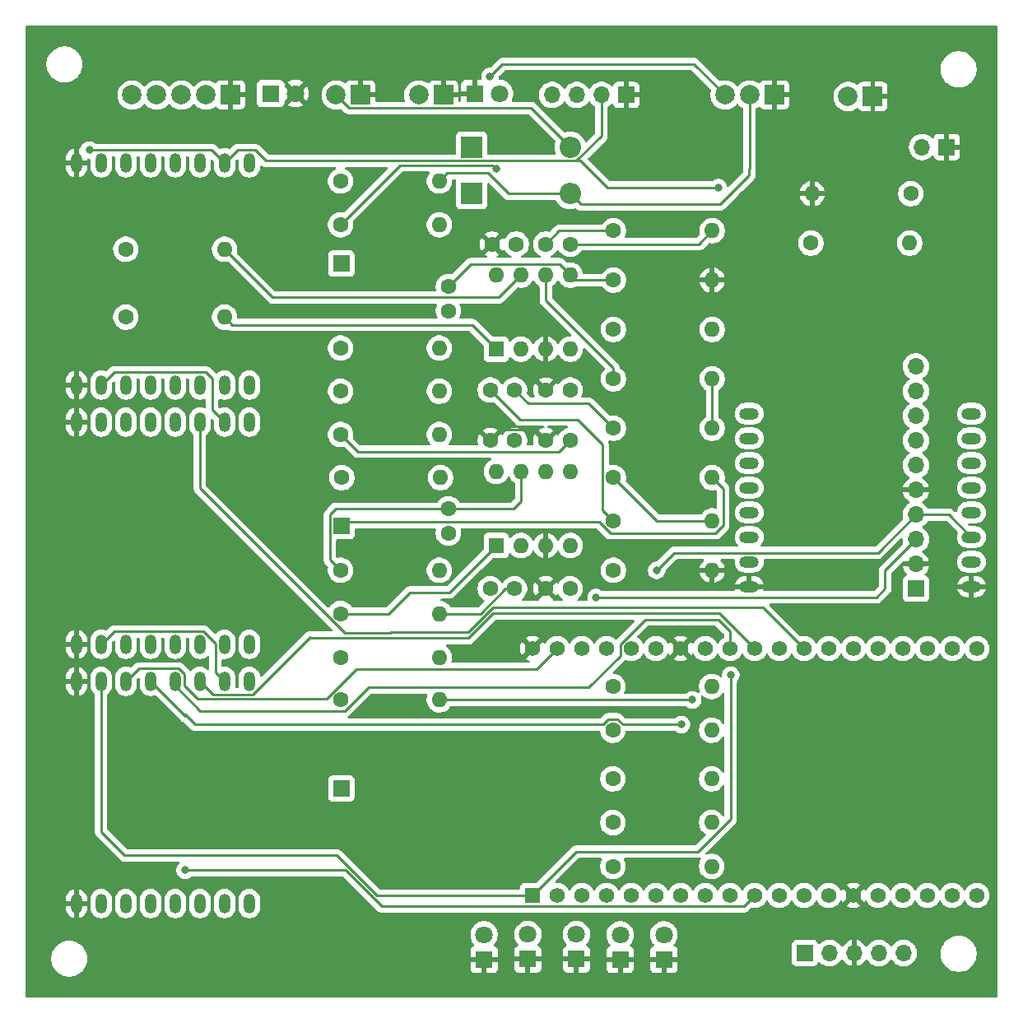
<source format=gbr>
%TF.GenerationSoftware,KiCad,Pcbnew,9.0.6*%
%TF.CreationDate,2026-01-19T17:07:07+01:00*%
%TF.ProjectId,Adapterboard,41646170-7465-4726-926f-6172642e6b69,3.0.1*%
%TF.SameCoordinates,Original*%
%TF.FileFunction,Copper,L1,Top*%
%TF.FilePolarity,Positive*%
%FSLAX46Y46*%
G04 Gerber Fmt 4.6, Leading zero omitted, Abs format (unit mm)*
G04 Created by KiCad (PCBNEW 9.0.6) date 2026-01-19 17:07:07*
%MOMM*%
%LPD*%
G01*
G04 APERTURE LIST*
%TA.AperFunction,ComponentPad*%
%ADD10C,1.600000*%
%TD*%
%TA.AperFunction,ComponentPad*%
%ADD11O,1.600000X1.600000*%
%TD*%
%TA.AperFunction,ComponentPad*%
%ADD12R,1.700000X1.700000*%
%TD*%
%TA.AperFunction,ComponentPad*%
%ADD13O,1.200000X2.000000*%
%TD*%
%TA.AperFunction,ComponentPad*%
%ADD14R,2.000000X2.000000*%
%TD*%
%TA.AperFunction,ComponentPad*%
%ADD15C,2.000000*%
%TD*%
%TA.AperFunction,ComponentPad*%
%ADD16R,1.600000X1.600000*%
%TD*%
%TA.AperFunction,ComponentPad*%
%ADD17R,1.800000X1.800000*%
%TD*%
%TA.AperFunction,ComponentPad*%
%ADD18C,1.800000*%
%TD*%
%TA.AperFunction,ComponentPad*%
%ADD19O,1.700000X1.700000*%
%TD*%
%TA.AperFunction,ComponentPad*%
%ADD20R,1.560000X1.560000*%
%TD*%
%TA.AperFunction,ComponentPad*%
%ADD21C,1.560000*%
%TD*%
%TA.AperFunction,ComponentPad*%
%ADD22R,2.200000X2.200000*%
%TD*%
%TA.AperFunction,ComponentPad*%
%ADD23O,2.200000X2.200000*%
%TD*%
%TA.AperFunction,ComponentPad*%
%ADD24O,2.000000X1.200000*%
%TD*%
%TA.AperFunction,ViaPad*%
%ADD25C,0.800000*%
%TD*%
%TA.AperFunction,Conductor*%
%ADD26C,0.250000*%
%TD*%
G04 APERTURE END LIST*
D10*
%TO.P,R306,1*%
%TO.N,/Z+Yr*%
X110490000Y-100965000D03*
D11*
%TO.P,R306,2*%
%TO.N,/Z+Ym*%
X120650000Y-100965000D03*
%TD*%
D10*
%TO.P,R201,1*%
%TO.N,Net-(U201B-+)*%
X82420000Y-92075000D03*
D11*
%TO.P,R201,2*%
%TO.N,X*%
X92580000Y-92075000D03*
%TD*%
D12*
%TO.P,J104,1,Pin_1*%
%TO.N,Z*%
X82500000Y-128500000D03*
%TD*%
D10*
%TO.P,R305,1*%
%TO.N,/Z-Ym*%
X110490000Y-86360000D03*
D11*
%TO.P,R305,2*%
%TO.N,Z*%
X120650000Y-86360000D03*
%TD*%
D10*
%TO.P,R206,1*%
%TO.N,Net-(C204-Pad1)*%
X82420000Y-110500000D03*
D11*
%TO.P,R206,2*%
%TO.N,Net-(U201A--)*%
X92580000Y-110500000D03*
%TD*%
D13*
%TO.P,U104,1,AN*%
%TO.N,unconnected-(U104-AN-Pad1)*%
X73025000Y-90805000D03*
%TO.P,U104,2,RST*%
%TO.N,+5V*%
X70485000Y-90805000D03*
%TO.P,U104,3,CS*%
%TO.N,ESP32_CS2*%
X67945000Y-90805000D03*
%TO.P,U104,4,SCK*%
%TO.N,ESP32_SCK*%
X65405000Y-90805000D03*
%TO.P,U104,5,SDO*%
%TO.N,ESP32_SDO*%
X62865000Y-90805000D03*
%TO.P,U104,6,SDI*%
%TO.N,ESP32_SDI*%
X60325000Y-90805000D03*
%TO.P,U104,7,3V3*%
%TO.N,+3V3*%
X57785000Y-90805000D03*
%TO.P,U104,8,GND*%
%TO.N,GND*%
X55245000Y-90805000D03*
%TO.P,U104,9,GND*%
X55245000Y-113665000D03*
%TO.P,U104,10,5V*%
%TO.N,+5V*%
X57785000Y-113665000D03*
%TO.P,U104,11,SDA*%
%TO.N,unconnected-(U104-SDA-Pad11)*%
X60325000Y-113665000D03*
%TO.P,U104,12,SCL*%
%TO.N,unconnected-(U104-SCL-Pad12)*%
X62865000Y-113665000D03*
%TO.P,U104,13,RX*%
%TO.N,unconnected-(U104-RX-Pad13)*%
X65405000Y-113665000D03*
%TO.P,U104,14,TX*%
%TO.N,unconnected-(U104-TX-Pad14)*%
X67945000Y-113665000D03*
%TO.P,U104,15,INT*%
%TO.N,unconnected-(U104-INT-Pad15)*%
X70485000Y-113665000D03*
%TO.P,U104,16,PWM*%
%TO.N,unconnected-(U104-PWM-Pad16)*%
X73025000Y-113665000D03*
%TD*%
D14*
%TO.P,J106,1,Pin_1*%
%TO.N,GND*%
X84500000Y-57150000D03*
D15*
%TO.P,J106,2,Pin_2*%
%TO.N,/+15V_in*%
X81960000Y-57150000D03*
%TD*%
D10*
%TO.P,R207,1*%
%TO.N,Net-(C205-Pad1)*%
X82420000Y-106045000D03*
D11*
%TO.P,R207,2*%
%TO.N,Net-(U201B--)*%
X92580000Y-106045000D03*
%TD*%
D16*
%TO.P,U201,1*%
%TO.N,Net-(C204-Pad1)*%
X98435000Y-103495000D03*
D11*
%TO.P,U201,2,-*%
%TO.N,Net-(U201A--)*%
X100975000Y-103495000D03*
%TO.P,U201,3,+*%
%TO.N,GND*%
X103515000Y-103495000D03*
%TO.P,U201,4,V-*%
%TO.N,-15V*%
X106055000Y-103495000D03*
%TO.P,U201,5,+*%
%TO.N,Net-(U201B-+)*%
X106055000Y-95875000D03*
%TO.P,U201,6,-*%
%TO.N,Net-(U201B--)*%
X103515000Y-95875000D03*
%TO.P,U201,7*%
%TO.N,Net-(C205-Pad1)*%
X100975000Y-95875000D03*
%TO.P,U201,8,V+*%
%TO.N,+15V*%
X98435000Y-95875000D03*
%TD*%
D10*
%TO.P,R301,1*%
%TO.N,/Z-Yp*%
X110490000Y-81280000D03*
D11*
%TO.P,R301,2*%
%TO.N,Y*%
X120650000Y-81280000D03*
%TD*%
D10*
%TO.P,R202,1*%
%TO.N,Net-(U201B-+)*%
X110490000Y-106045000D03*
D11*
%TO.P,R202,2*%
%TO.N,GND*%
X120650000Y-106045000D03*
%TD*%
D17*
%TO.P,D105,1,K*%
%TO.N,GND*%
X106680000Y-146050000D03*
D18*
%TO.P,D105,2,A*%
%TO.N,/LED_GREEN*%
X106680000Y-143510000D03*
%TD*%
D10*
%TO.P,R124,1*%
%TO.N,/TUNNEL_IN*%
X130810000Y-72390000D03*
D11*
%TO.P,R124,2*%
%TO.N,TUNNEL_TO_ADC_A3*%
X140970000Y-72390000D03*
%TD*%
D10*
%TO.P,C301,1*%
%TO.N,/Z-Yp*%
X93500000Y-76855000D03*
%TO.P,C301,2*%
%TO.N,GND*%
X93500000Y-79355000D03*
%TD*%
%TO.P,R126,1*%
%TO.N,/LED_+15V*%
X82420000Y-70500000D03*
D11*
%TO.P,R126,2*%
%TO.N,+15V*%
X92580000Y-70500000D03*
%TD*%
D13*
%TO.P,U102,1,AN*%
%TO.N,unconnected-(U102-AN-Pad1)*%
X73025000Y-64135000D03*
%TO.P,U102,2,RST*%
%TO.N,+5V*%
X70485000Y-64135000D03*
%TO.P,U102,3,CS*%
%TO.N,ESP32_CS1*%
X67945000Y-64135000D03*
%TO.P,U102,4,SCK*%
%TO.N,ESP32_SCK*%
X65405000Y-64135000D03*
%TO.P,U102,5,SDO*%
%TO.N,ESP32_SDO*%
X62865000Y-64135000D03*
%TO.P,U102,6,SDI*%
%TO.N,ESP32_SDI*%
X60325000Y-64135000D03*
%TO.P,U102,7,3V3*%
%TO.N,+3V3*%
X57785000Y-64135000D03*
%TO.P,U102,8,GND*%
%TO.N,GND*%
X55245000Y-64135000D03*
%TO.P,U102,9,GND*%
X55245000Y-86995000D03*
%TO.P,U102,10,5V*%
%TO.N,+5V*%
X57785000Y-86995000D03*
%TO.P,U102,11,SDA*%
%TO.N,unconnected-(U102-SDA-Pad11)*%
X60325000Y-86995000D03*
%TO.P,U102,12,SCL*%
%TO.N,unconnected-(U102-SCL-Pad12)*%
X62865000Y-86995000D03*
%TO.P,U102,13,RX*%
%TO.N,unconnected-(U102-RX-Pad13)*%
X65405000Y-86995000D03*
%TO.P,U102,14,TX*%
%TO.N,unconnected-(U102-TX-Pad14)*%
X67945000Y-86995000D03*
%TO.P,U102,15,INT*%
%TO.N,unconnected-(U102-INT-Pad15)*%
X70485000Y-86995000D03*
%TO.P,U102,16,PWM*%
%TO.N,unconnected-(U102-PWM-Pad16)*%
X73025000Y-86995000D03*
%TD*%
D17*
%TO.P,D103,1,K*%
%TO.N,GND*%
X97180000Y-146090000D03*
D18*
%TO.P,D103,2,A*%
%TO.N,/LED_RED*%
X97180000Y-143550000D03*
%TD*%
D10*
%TO.P,R204,1*%
%TO.N,Net-(U201A--)*%
X82420000Y-115000000D03*
D11*
%TO.P,R204,2*%
%TO.N,Z*%
X92580000Y-115000000D03*
%TD*%
D16*
%TO.P,U301,1*%
%TO.N,/Z+Yr*%
X98435000Y-83300000D03*
D11*
%TO.P,U301,2,-*%
%TO.N,/Z+Ym*%
X100975000Y-83300000D03*
%TO.P,U301,3,+*%
%TO.N,GND*%
X103515000Y-83300000D03*
%TO.P,U301,4,V-*%
%TO.N,-15V*%
X106055000Y-83300000D03*
%TO.P,U301,5,+*%
%TO.N,/Z-Yp*%
X106055000Y-75680000D03*
%TO.P,U301,6,-*%
%TO.N,/Z-Ym*%
X103515000Y-75680000D03*
%TO.P,U301,7*%
%TO.N,/Z-Yr*%
X100975000Y-75680000D03*
%TO.P,U301,8,V+*%
%TO.N,+15V*%
X98435000Y-75680000D03*
%TD*%
D10*
%TO.P,C204,1*%
%TO.N,Net-(C204-Pad1)*%
X97810000Y-107950000D03*
%TO.P,C204,2*%
%TO.N,Net-(U201A--)*%
X100310000Y-107950000D03*
%TD*%
%TO.P,C203,1*%
%TO.N,Net-(U201B-+)*%
X106025000Y-92710000D03*
%TO.P,C203,2*%
%TO.N,GND*%
X103525000Y-92710000D03*
%TD*%
D13*
%TO.P,U106,1,AN*%
%TO.N,unconnected-(U106-AN-Pad1)*%
X73025000Y-117475000D03*
%TO.P,U106,2,RST*%
%TO.N,+5V*%
X70485000Y-117475000D03*
%TO.P,U106,3,CS*%
%TO.N,ESP32_CS3*%
X67945000Y-117475000D03*
%TO.P,U106,4,SCK*%
%TO.N,ESP32_SCK*%
X65405000Y-117475000D03*
%TO.P,U106,5,SDO*%
%TO.N,ESP32_SDO*%
X62865000Y-117475000D03*
%TO.P,U106,6,SDI*%
%TO.N,ESP32_SDI*%
X60325000Y-117475000D03*
%TO.P,U106,7,3V3*%
%TO.N,+3V3*%
X57785000Y-117475000D03*
%TO.P,U106,8,GND*%
%TO.N,GND*%
X55245000Y-117475000D03*
%TO.P,U106,9,GND*%
X55245000Y-140335000D03*
%TO.P,U106,10,5V*%
%TO.N,+5V*%
X57785000Y-140335000D03*
%TO.P,U106,11,SDA*%
%TO.N,unconnected-(U106-SDA-Pad11)*%
X60325000Y-140335000D03*
%TO.P,U106,12,SCL*%
%TO.N,unconnected-(U106-SCL-Pad12)*%
X62865000Y-140335000D03*
%TO.P,U106,13,RX*%
%TO.N,unconnected-(U106-RX-Pad13)*%
X65405000Y-140335000D03*
%TO.P,U106,14,TX*%
%TO.N,unconnected-(U106-TX-Pad14)*%
X67945000Y-140335000D03*
%TO.P,U106,15,INT*%
%TO.N,unconnected-(U106-INT-Pad15)*%
X70485000Y-140335000D03*
%TO.P,U106,16,PWM*%
%TO.N,unconnected-(U106-PWM-Pad16)*%
X73025000Y-140335000D03*
%TD*%
D10*
%TO.P,C202,1*%
%TO.N,-15V*%
X106025000Y-107950000D03*
%TO.P,C202,2*%
%TO.N,GND*%
X103525000Y-107950000D03*
%TD*%
D12*
%TO.P,J101,1,Pin_1*%
%TO.N,X*%
X82500000Y-74500000D03*
%TD*%
D17*
%TO.P,D101,1,K*%
%TO.N,GND*%
X115680000Y-146090000D03*
D18*
%TO.P,D101,2,A*%
%TO.N,/LED_17*%
X115680000Y-143550000D03*
%TD*%
D10*
%TO.P,C201,1*%
%TO.N,GND*%
X97810000Y-92710000D03*
%TO.P,C201,2*%
%TO.N,+15V*%
X100310000Y-92710000D03*
%TD*%
%TO.P,C303,1*%
%TO.N,-15V*%
X106025000Y-87500000D03*
%TO.P,C303,2*%
%TO.N,GND*%
X103525000Y-87500000D03*
%TD*%
D12*
%TO.P,J102,1,Pin_1*%
%TO.N,Y*%
X82500000Y-101500000D03*
%TD*%
D17*
%TO.P,D102,1,K*%
%TO.N,GND*%
X111180000Y-146090000D03*
D18*
%TO.P,D102,2,A*%
%TO.N,/LED_04*%
X111180000Y-143550000D03*
%TD*%
D10*
%TO.P,C302,1*%
%TO.N,GND*%
X98000000Y-72500000D03*
%TO.P,C302,2*%
%TO.N,+15V*%
X100500000Y-72500000D03*
%TD*%
%TO.P,R309,1*%
%TO.N,Z-Y*%
X60325000Y-73025000D03*
D11*
%TO.P,R309,2*%
%TO.N,/Z-Yr*%
X70485000Y-73025000D03*
%TD*%
D10*
%TO.P,R127,1*%
%TO.N,/LED_-15V*%
X82420000Y-66000000D03*
D11*
%TO.P,R127,2*%
%TO.N,-15V*%
X92580000Y-66000000D03*
%TD*%
D14*
%TO.P,J108,1,Pin_1*%
%TO.N,GND*%
X127045000Y-57150000D03*
D15*
%TO.P,J108,2,Pin_2*%
%TO.N,-15V*%
X124505000Y-57150000D03*
%TO.P,J108,3,Pin_3*%
%TO.N,+15V*%
X121965000Y-57150000D03*
%TD*%
D10*
%TO.P,R114,1*%
%TO.N,/LED_YELLOW*%
X110420000Y-132000000D03*
D11*
%TO.P,R114,2*%
%TO.N,IO27*%
X120580000Y-132000000D03*
%TD*%
D10*
%TO.P,R125,1*%
%TO.N,TUNNEL_TO_ADC_A3*%
X141080000Y-67310000D03*
D11*
%TO.P,R125,2*%
%TO.N,GND*%
X130920000Y-67310000D03*
%TD*%
D10*
%TO.P,R111,1*%
%TO.N,/LED_17*%
X110420000Y-118000000D03*
D11*
%TO.P,R111,2*%
%TO.N,IO17*%
X120580000Y-118000000D03*
%TD*%
D10*
%TO.P,R203,1*%
%TO.N,Net-(U201A--)*%
X82420000Y-87630000D03*
D11*
%TO.P,R203,2*%
%TO.N,X*%
X92580000Y-87630000D03*
%TD*%
D12*
%TO.P,U101,1,VDD*%
%TO.N,+5V*%
X141605000Y-107945000D03*
D19*
%TO.P,U101,2,GND*%
%TO.N,GND*%
X141605000Y-105405000D03*
%TO.P,U101,3,SCL*%
%TO.N,ESP32_SCL*%
X141605000Y-102865000D03*
%TO.P,U101,4,SDA*%
%TO.N,ESP32_SDA*%
X141605000Y-100325000D03*
%TO.P,U101,5,ADDR*%
%TO.N,GND*%
X141605000Y-97785000D03*
%TO.P,U101,6,ALRT*%
%TO.N,unconnected-(U101-ALRT-Pad6)*%
X141605000Y-95245000D03*
%TO.P,U101,7,A0*%
%TO.N,unconnected-(U101-A0-Pad7)*%
X141605000Y-92705000D03*
%TO.P,U101,8,A1*%
%TO.N,unconnected-(U101-A1-Pad8)*%
X141605000Y-90165000D03*
%TO.P,U101,9,A2*%
%TO.N,unconnected-(U101-A2-Pad9)*%
X141605000Y-87625000D03*
%TO.P,U101,10,A3*%
%TO.N,TUNNEL_TO_ADC_A3*%
X141605000Y-85085000D03*
%TD*%
D10*
%TO.P,R209,1*%
%TO.N,Z-X*%
X82420000Y-83185000D03*
D11*
%TO.P,R209,2*%
%TO.N,Net-(C205-Pad1)*%
X92580000Y-83185000D03*
%TD*%
D10*
%TO.P,R112,1*%
%TO.N,/LED_04*%
X110420000Y-122500000D03*
D11*
%TO.P,R112,2*%
%TO.N,IO04*%
X120580000Y-122500000D03*
%TD*%
D10*
%TO.P,R115,1*%
%TO.N,/LED_GREEN*%
X110420000Y-127500000D03*
D11*
%TO.P,R115,2*%
%TO.N,IO02*%
X120580000Y-127500000D03*
%TD*%
D20*
%TO.P,U103,J2-1,3V3*%
%TO.N,+3V3*%
X102160000Y-139500000D03*
D21*
%TO.P,U103,J2-2,EN*%
%TO.N,unconnected-(U103-EN-PadJ2-2)*%
X104700000Y-139500000D03*
%TO.P,U103,J2-3,SENSOR_VP*%
%TO.N,unconnected-(U103-SENSOR_VP-PadJ2-3)*%
X107240000Y-139500000D03*
%TO.P,U103,J2-4,SENSOR_VN*%
%TO.N,unconnected-(U103-SENSOR_VN-PadJ2-4)*%
X109780000Y-139500000D03*
%TO.P,U103,J2-5,IO34*%
%TO.N,unconnected-(U103-IO34-PadJ2-5)*%
X112320000Y-139500000D03*
%TO.P,U103,J2-6,IO35*%
%TO.N,unconnected-(U103-IO35-PadJ2-6)*%
X114860000Y-139500000D03*
%TO.P,U103,J2-7,IO32*%
%TO.N,RXD*%
X117400000Y-139500000D03*
%TO.P,U103,J2-8,IO33*%
%TO.N,TXD*%
X119940000Y-139500000D03*
%TO.P,U103,J2-9,IO25*%
%TO.N,IO25*%
X122480000Y-139500000D03*
%TO.P,U103,J2-10,IO26*%
%TO.N,ESP32_CS1*%
X125020000Y-139500000D03*
%TO.P,U103,J2-11,IO27*%
%TO.N,IO27*%
X127560000Y-139500000D03*
%TO.P,U103,J2-12,IO14*%
%TO.N,JTAG_TMS*%
X130100000Y-139500000D03*
%TO.P,U103,J2-13,IO12*%
%TO.N,JTAG_TDI*%
X132640000Y-139500000D03*
%TO.P,U103,J2-14,GND1*%
%TO.N,GND*%
X135180000Y-139500000D03*
%TO.P,U103,J2-15,IO13*%
%TO.N,JTAG_TCK*%
X137720000Y-139500000D03*
%TO.P,U103,J2-16,SD2*%
%TO.N,unconnected-(U103-SD2-PadJ2-16)*%
X140260000Y-139500000D03*
%TO.P,U103,J2-17,SD3*%
%TO.N,unconnected-(U103-SD3-PadJ2-17)*%
X142800000Y-139500000D03*
%TO.P,U103,J2-18,CMD*%
%TO.N,unconnected-(U103-CMD-PadJ2-18)*%
X145340000Y-139500000D03*
%TO.P,U103,J2-19,EXT_5V*%
%TO.N,+5V*%
X147880000Y-139500000D03*
%TO.P,U103,J3-1,GND3*%
%TO.N,GND*%
X102160000Y-114100000D03*
%TO.P,U103,J3-2,IO23*%
%TO.N,ESP32_SDI*%
X104700000Y-114100000D03*
%TO.P,U103,J3-3,IO22*%
%TO.N,ESP32_SCL*%
X107240000Y-114100000D03*
%TO.P,U103,J3-4,TXD0*%
%TO.N,unconnected-(U103-TXD0-PadJ3-4)*%
X109780000Y-114100000D03*
%TO.P,U103,J3-5,RXD0*%
%TO.N,unconnected-(U103-RXD0-PadJ3-5)*%
X112320000Y-114100000D03*
%TO.P,U103,J3-6,IO21*%
%TO.N,ESP32_SDA*%
X114860000Y-114100000D03*
%TO.P,U103,J3-7,GND2*%
%TO.N,GND*%
X117400000Y-114100000D03*
%TO.P,U103,J3-8,IO19*%
%TO.N,ESP32_SDO*%
X119940000Y-114100000D03*
%TO.P,U103,J3-9,IO18*%
%TO.N,ESP32_SCK*%
X122480000Y-114100000D03*
%TO.P,U103,J3-10,IO5*%
%TO.N,ESP32_CS3*%
X125020000Y-114100000D03*
%TO.P,U103,J3-11,IO17*%
%TO.N,IO17*%
X127560000Y-114100000D03*
%TO.P,U103,J3-12,IO16*%
%TO.N,ESP32_CS2*%
X130100000Y-114100000D03*
%TO.P,U103,J3-13,IO4*%
%TO.N,IO04*%
X132640000Y-114100000D03*
%TO.P,U103,J3-14,IO0*%
%TO.N,unconnected-(U103-IO0-PadJ3-14)*%
X135180000Y-114100000D03*
%TO.P,U103,J3-15,IO2*%
%TO.N,IO02*%
X137720000Y-114100000D03*
%TO.P,U103,J3-16,IO15*%
%TO.N,JTAG_TD0*%
X140260000Y-114100000D03*
%TO.P,U103,J3-17,SD1*%
%TO.N,unconnected-(U103-SD1-PadJ3-17)*%
X142800000Y-114100000D03*
%TO.P,U103,J3-18,SD0*%
%TO.N,unconnected-(U103-SD0-PadJ3-18)*%
X145340000Y-114100000D03*
%TO.P,U103,J3-19,CLK*%
%TO.N,unconnected-(U103-CLK-PadJ3-19)*%
X147880000Y-114100000D03*
%TD*%
D17*
%TO.P,D109,1,K*%
%TO.N,GND*%
X96230000Y-57000000D03*
D18*
%TO.P,D109,2,A*%
%TO.N,/LED_+15V*%
X98770000Y-57000000D03*
%TD*%
D10*
%TO.P,C305,1*%
%TO.N,/Z-Yr*%
X103525000Y-72500000D03*
%TO.P,C305,2*%
%TO.N,/Z-Ym*%
X106025000Y-72500000D03*
%TD*%
%TO.P,R307,1*%
%TO.N,/Z-Yr*%
X110490000Y-71120000D03*
D11*
%TO.P,R307,2*%
%TO.N,/Z-Ym*%
X120650000Y-71120000D03*
%TD*%
D22*
%TO.P,D107,1,K*%
%TO.N,+15V*%
X95885000Y-62500000D03*
D23*
%TO.P,D107,2,A*%
%TO.N,/+15V_in*%
X106045000Y-62500000D03*
%TD*%
D10*
%TO.P,R303,1*%
%TO.N,/Z+Ym*%
X110490000Y-96520000D03*
D11*
%TO.P,R303,2*%
%TO.N,Y*%
X120650000Y-96520000D03*
%TD*%
D10*
%TO.P,C304,1*%
%TO.N,/Z+Yr*%
X97810000Y-87500000D03*
%TO.P,C304,2*%
%TO.N,/Z+Ym*%
X100310000Y-87500000D03*
%TD*%
D17*
%TO.P,D104,1,K*%
%TO.N,GND*%
X101680000Y-146050000D03*
D18*
%TO.P,D104,2,A*%
%TO.N,/LED_YELLOW*%
X101680000Y-143510000D03*
%TD*%
D10*
%TO.P,R302,1*%
%TO.N,/Z-Yp*%
X110490000Y-76200000D03*
D11*
%TO.P,R302,2*%
%TO.N,GND*%
X120650000Y-76200000D03*
%TD*%
D12*
%TO.P,J110,1,Pin_1*%
%TO.N,GND*%
X144780000Y-62500000D03*
D19*
%TO.P,J110,2,Pin_2*%
%TO.N,TUNNEL_TO_ADC_A3*%
X142240000Y-62500000D03*
%TD*%
D14*
%TO.P,J109,1,Pin_1*%
%TO.N,GND*%
X71120000Y-57150000D03*
D15*
%TO.P,J109,2,Pin_2*%
%TO.N,Z-X*%
X68580000Y-57150000D03*
%TO.P,J109,3,Pin_3*%
%TO.N,Z+X*%
X66040000Y-57150000D03*
%TO.P,J109,4,Pin_4*%
%TO.N,Z+Y*%
X63500000Y-57150000D03*
%TO.P,J109,5,Pin_5*%
%TO.N,Z-Y*%
X60960000Y-57150000D03*
%TD*%
D17*
%TO.P,D110,1,K*%
%TO.N,/LED_-15V*%
X75230000Y-57000000D03*
D18*
%TO.P,D110,2,A*%
%TO.N,GND*%
X77770000Y-57000000D03*
%TD*%
D10*
%TO.P,C205,1*%
%TO.N,Net-(C205-Pad1)*%
X93500000Y-99715000D03*
%TO.P,C205,2*%
%TO.N,Net-(U201B--)*%
X93500000Y-102215000D03*
%TD*%
D22*
%TO.P,D108,1,K*%
%TO.N,/-15V_in*%
X95885000Y-67310000D03*
D23*
%TO.P,D108,2,A*%
%TO.N,-15V*%
X106045000Y-67310000D03*
%TD*%
D10*
%TO.P,R113,1*%
%TO.N,/LED_RED*%
X110420000Y-136500000D03*
D11*
%TO.P,R113,2*%
%TO.N,IO25*%
X120580000Y-136500000D03*
%TD*%
D10*
%TO.P,R304,1*%
%TO.N,/Z+Ym*%
X110490000Y-91440000D03*
D11*
%TO.P,R304,2*%
%TO.N,Z*%
X120650000Y-91440000D03*
%TD*%
D10*
%TO.P,R308,1*%
%TO.N,Z+Y*%
X60325000Y-80010000D03*
D11*
%TO.P,R308,2*%
%TO.N,/Z+Yr*%
X70485000Y-80010000D03*
%TD*%
D12*
%TO.P,J111,1,Pin_1*%
%TO.N,GND*%
X111800000Y-57150000D03*
D19*
%TO.P,J111,2,Pin_2*%
%TO.N,+5V*%
X109260000Y-57150000D03*
%TO.P,J111,3,Pin_3*%
%TO.N,TXD*%
X106720000Y-57150000D03*
%TO.P,J111,4,Pin_4*%
%TO.N,RXD*%
X104180000Y-57150000D03*
%TD*%
D10*
%TO.P,R205,1*%
%TO.N,Net-(U201B--)*%
X82420000Y-119380000D03*
D11*
%TO.P,R205,2*%
%TO.N,Z*%
X92580000Y-119380000D03*
%TD*%
D14*
%TO.P,J107,1,Pin_1*%
%TO.N,GND*%
X93000000Y-57150000D03*
D15*
%TO.P,J107,2,Pin_2*%
%TO.N,/-15V_in*%
X90460000Y-57150000D03*
%TD*%
D10*
%TO.P,R208,1*%
%TO.N,Z+X*%
X82550000Y-96520000D03*
D11*
%TO.P,R208,2*%
%TO.N,Net-(C204-Pad1)*%
X92710000Y-96520000D03*
%TD*%
D12*
%TO.P,J103,1,Pin_1*%
%TO.N,JTAG_TMS*%
X130175000Y-145415000D03*
D19*
%TO.P,J103,2,Pin_2*%
%TO.N,JTAG_TDI*%
X132715000Y-145415000D03*
%TO.P,J103,3,Pin_3*%
%TO.N,GND*%
X135255000Y-145415000D03*
%TO.P,J103,4,Pin_4*%
%TO.N,JTAG_TCK*%
X137795000Y-145415000D03*
%TO.P,J103,5,Pin_5*%
%TO.N,JTAG_TD0*%
X140335000Y-145415000D03*
%TD*%
D14*
%TO.P,J105,1,Pin_1*%
%TO.N,GND*%
X137165000Y-57300000D03*
D15*
%TO.P,J105,2,Pin_2*%
%TO.N,/TUNNEL_IN*%
X134625000Y-57300000D03*
%TD*%
D24*
%TO.P,U107,1,AN*%
%TO.N,unconnected-(U107-AN-Pad1)*%
X124460000Y-89930000D03*
%TO.P,U107,2,RST*%
%TO.N,+5V*%
X124460000Y-92470000D03*
%TO.P,U107,3,CS*%
%TO.N,unconnected-(U107-CS-Pad3)*%
X124460000Y-95010000D03*
%TO.P,U107,4,SCK*%
%TO.N,unconnected-(U107-SCK-Pad4)*%
X124460000Y-97550000D03*
%TO.P,U107,5,SDO*%
%TO.N,unconnected-(U107-SDO-Pad5)*%
X124460000Y-100090000D03*
%TO.P,U107,6,SDI*%
%TO.N,unconnected-(U107-SDI-Pad6)*%
X124460000Y-102630000D03*
%TO.P,U107,7,3V3*%
%TO.N,+3V3*%
X124460000Y-105170000D03*
%TO.P,U107,8,GND*%
%TO.N,GND*%
X124460000Y-107710000D03*
%TO.P,U107,9,GND*%
X147320000Y-107710000D03*
%TO.P,U107,10,5V*%
%TO.N,+5V*%
X147320000Y-105170000D03*
%TO.P,U107,11,SDA*%
%TO.N,ESP32_SDA*%
X147320000Y-102630000D03*
%TO.P,U107,12,SCL*%
%TO.N,ESP32_SCL*%
X147320000Y-100090000D03*
%TO.P,U107,13,RX*%
%TO.N,unconnected-(U107-RX-Pad13)*%
X147320000Y-97550000D03*
%TO.P,U107,14,TX*%
%TO.N,unconnected-(U107-TX-Pad14)*%
X147320000Y-95010000D03*
%TO.P,U107,15,INT*%
%TO.N,unconnected-(U107-INT-Pad15)*%
X147320000Y-92470000D03*
%TO.P,U107,16,PWM*%
%TO.N,unconnected-(U107-PWM-Pad16)*%
X147320000Y-89930000D03*
%TD*%
D25*
%TO.N,+15V*%
X97790000Y-55245000D03*
%TO.N,/LED_+15V*%
X98425000Y-64770000D03*
%TO.N,Z*%
X118618000Y-119380000D03*
%TO.N,+5V*%
X121285000Y-66675000D03*
X56570000Y-62810000D03*
%TO.N,ESP32_CS1*%
X66421000Y-136906000D03*
%TO.N,+3V3*%
X122555000Y-116840000D03*
%TO.N,ESP32_SDO*%
X117475000Y-121920000D03*
%TO.N,ESP32_SDA*%
X114935000Y-106045000D03*
%TO.N,ESP32_SCL*%
X108712000Y-108839000D03*
%TD*%
D26*
%TO.N,+15V*%
X121965000Y-57150000D02*
X118790000Y-53975000D01*
X99060000Y-53975000D02*
X97790000Y-55245000D01*
X118790000Y-53975000D02*
X99060000Y-53975000D01*
%TO.N,GND*%
X103525000Y-92710000D02*
X102400000Y-91585000D01*
X98935000Y-91585000D02*
X97810000Y-92710000D01*
X102400000Y-91585000D02*
X98935000Y-91585000D01*
%TO.N,-15V*%
X106045000Y-67310000D02*
X107144999Y-68409999D01*
X97585001Y-65200001D02*
X99695000Y-67310000D01*
X93379999Y-65200001D02*
X97585001Y-65200001D01*
X124505000Y-64725000D02*
X124505000Y-57150000D01*
X107144999Y-68409999D02*
X121455001Y-68409999D01*
X92580000Y-66000000D02*
X93379999Y-65200001D01*
X124460000Y-65405000D02*
X124460000Y-64770000D01*
X124460000Y-64770000D02*
X124505000Y-64725000D01*
X99695000Y-67310000D02*
X106045000Y-67310000D01*
X121455001Y-68409999D02*
X124460000Y-65405000D01*
%TO.N,Net-(U201B-+)*%
X104900000Y-93835000D02*
X106025000Y-92710000D01*
X82420000Y-92075000D02*
X84180000Y-93835000D01*
X84180000Y-93835000D02*
X104900000Y-93835000D01*
%TO.N,Net-(U201A--)*%
X96850991Y-110500000D02*
X92580000Y-110500000D01*
X99400991Y-107950000D02*
X96850991Y-110500000D01*
X100310000Y-107950000D02*
X99400991Y-107950000D01*
%TO.N,Net-(C204-Pad1)*%
X89535000Y-108331000D02*
X93599000Y-108331000D01*
X87366000Y-110500000D02*
X89535000Y-108331000D01*
X93599000Y-108331000D02*
X98435000Y-103495000D01*
X82420000Y-110500000D02*
X87366000Y-110500000D01*
%TO.N,Net-(C205-Pad1)*%
X93500000Y-99715000D02*
X100183000Y-99715000D01*
X81935000Y-99715000D02*
X93500000Y-99715000D01*
X100975000Y-98923000D02*
X100975000Y-95875000D01*
X82420000Y-106045000D02*
X81325000Y-104950000D01*
X81325000Y-104950000D02*
X81325000Y-100325000D01*
X100183000Y-99715000D02*
X100975000Y-98923000D01*
X81325000Y-100325000D02*
X81935000Y-99715000D01*
%TO.N,/Z-Yp*%
X106055000Y-75680000D02*
X104930000Y-74555000D01*
X104930000Y-74555000D02*
X95800000Y-74555000D01*
X110490000Y-76200000D02*
X106575000Y-76200000D01*
X95800000Y-74555000D02*
X93500000Y-76855000D01*
X106575000Y-76200000D02*
X106055000Y-75680000D01*
%TO.N,/Z+Ym*%
X114935000Y-100965000D02*
X120650000Y-100965000D01*
X110490000Y-96520000D02*
X114935000Y-100965000D01*
X107950000Y-88900000D02*
X110490000Y-91440000D01*
X101710000Y-88900000D02*
X107950000Y-88900000D01*
X100310000Y-87500000D02*
X101710000Y-88900000D01*
%TO.N,/Z+Yr*%
X71284999Y-80809999D02*
X95944999Y-80809999D01*
X97810000Y-87500000D02*
X100861000Y-90551000D01*
X100861000Y-90551000D02*
X106807000Y-90551000D01*
X70485000Y-80010000D02*
X71284999Y-80809999D01*
X109365000Y-93109000D02*
X109365000Y-99840000D01*
X95944999Y-80809999D02*
X98435000Y-83300000D01*
X109365000Y-99840000D02*
X110490000Y-100965000D01*
X106807000Y-90551000D02*
X109365000Y-93109000D01*
%TO.N,/Z-Yr*%
X75440000Y-77980000D02*
X70485000Y-73025000D01*
X100975000Y-75680000D02*
X98675000Y-77980000D01*
X103525000Y-72500000D02*
X104905000Y-71120000D01*
X98675000Y-77980000D02*
X75440000Y-77980000D01*
X104905000Y-71120000D02*
X110490000Y-71120000D01*
%TO.N,/Z-Ym*%
X110490000Y-85228630D02*
X103515000Y-78253630D01*
X103515000Y-78253630D02*
X103515000Y-75680000D01*
X106025000Y-72500000D02*
X119270000Y-72500000D01*
X110490000Y-86360000D02*
X110490000Y-85228630D01*
X119270000Y-72500000D02*
X120650000Y-71120000D01*
%TO.N,/+15V_in*%
X83285000Y-58475000D02*
X81960000Y-57150000D01*
X102020000Y-58475000D02*
X83285000Y-58475000D01*
X106045000Y-62500000D02*
X102020000Y-58475000D01*
%TO.N,/LED_+15V*%
X98030000Y-64375000D02*
X98425000Y-64770000D01*
X82420000Y-70500000D02*
X88545000Y-64375000D01*
X88545000Y-64375000D02*
X98030000Y-64375000D01*
%TO.N,Y*%
X109024009Y-101090000D02*
X82910000Y-101090000D01*
X121775000Y-97645000D02*
X121775000Y-101430991D01*
X121775000Y-101430991D02*
X120970991Y-102235000D01*
X120970991Y-102235000D02*
X110169009Y-102235000D01*
X110169009Y-102235000D02*
X109024009Y-101090000D01*
X120650000Y-96520000D02*
X121775000Y-97645000D01*
X82910000Y-101090000D02*
X82500000Y-101500000D01*
%TO.N,Z*%
X118618000Y-119380000D02*
X92580000Y-119380000D01*
X120650000Y-86360000D02*
X120650000Y-91440000D01*
%TO.N,+5V*%
X69215000Y-89535000D02*
X70485000Y-90805000D01*
X106680000Y-63925000D02*
X109260000Y-61345000D01*
X59110000Y-112340000D02*
X68328148Y-112340000D01*
X69160000Y-62810000D02*
X56570000Y-62810000D01*
X71810000Y-62810000D02*
X70485000Y-64135000D01*
X57785000Y-113665000D02*
X59110000Y-112340000D01*
X109855000Y-66675000D02*
X107105000Y-63925000D01*
X109260000Y-61345000D02*
X109260000Y-57150000D01*
X70485000Y-64135000D02*
X69160000Y-62810000D01*
X59110000Y-85670000D02*
X68525000Y-85670000D01*
X69560000Y-116550000D02*
X70485000Y-117475000D01*
X73605000Y-62810000D02*
X71810000Y-62810000D01*
X69215000Y-86360000D02*
X69215000Y-89535000D01*
X121285000Y-66675000D02*
X109855000Y-66675000D01*
X74720000Y-63925000D02*
X73605000Y-62810000D01*
X107105000Y-63925000D02*
X106680000Y-63925000D01*
X69560000Y-113571852D02*
X69560000Y-116550000D01*
X57785000Y-86995000D02*
X59110000Y-85670000D01*
X68328148Y-112340000D02*
X69560000Y-113571852D01*
X106680000Y-63925000D02*
X74720000Y-63925000D01*
X68525000Y-85670000D02*
X69215000Y-86360000D01*
%TO.N,ESP32_CS1*%
X82929604Y-136906000D02*
X86628604Y-140605000D01*
X86628604Y-140605000D02*
X123915000Y-140605000D01*
X123915000Y-140605000D02*
X125020000Y-139500000D01*
X66421000Y-136906000D02*
X82929604Y-136906000D01*
%TO.N,+3V3*%
X60198000Y-135382000D02*
X57785000Y-132969000D01*
X106659000Y-135001000D02*
X102160000Y-139500000D01*
X106659000Y-135001000D02*
X119169991Y-135001000D01*
X57785000Y-132969000D02*
X57785000Y-117475000D01*
X122555000Y-116840000D02*
X122555000Y-131615991D01*
X102160000Y-139500000D02*
X86160000Y-139500000D01*
X82042000Y-135382000D02*
X60198000Y-135382000D01*
X86160000Y-139500000D02*
X82042000Y-135382000D01*
X119169991Y-135001000D02*
X122555000Y-131615991D01*
%TO.N,ESP32_SDI*%
X66330000Y-117892000D02*
X67688000Y-119250000D01*
X61650000Y-116150000D02*
X65788148Y-116150000D01*
X102595000Y-116205000D02*
X104700000Y-114100000D01*
X84004009Y-116205000D02*
X102595000Y-116205000D01*
X66330000Y-116691852D02*
X66330000Y-117892000D01*
X65788148Y-116150000D02*
X66330000Y-116691852D01*
X67688000Y-119250000D02*
X80959009Y-119250000D01*
X60325000Y-117475000D02*
X61650000Y-116150000D01*
X80959009Y-119250000D02*
X84004009Y-116205000D01*
%TO.N,ESP32_SDO*%
X109409009Y-121920000D02*
X109954009Y-121375000D01*
X66421000Y-120904000D02*
X67437000Y-121920000D01*
X109954009Y-121375000D02*
X110885991Y-121375000D01*
X62865000Y-117475000D02*
X66421000Y-121031000D01*
X111430991Y-121920000D02*
X117221000Y-121920000D01*
X110885991Y-121375000D02*
X111430991Y-121920000D01*
X67437000Y-121920000D02*
X109409009Y-121920000D01*
%TO.N,ESP32_SCK*%
X85280991Y-118110000D02*
X107950000Y-118110000D01*
X111215000Y-114845000D02*
X111215000Y-113642294D01*
X82885991Y-120505000D02*
X85280991Y-118110000D01*
X113732294Y-111125000D02*
X121285000Y-111125000D01*
X122480000Y-112320000D02*
X122480000Y-114100000D01*
X65405000Y-117925000D02*
X67985000Y-120505000D01*
X65405000Y-117475000D02*
X65405000Y-117925000D01*
X121285000Y-111125000D02*
X122480000Y-112320000D01*
X111215000Y-113642294D02*
X113732294Y-111125000D01*
X107950000Y-118110000D02*
X111215000Y-114845000D01*
X67985000Y-120505000D02*
X82885991Y-120505000D01*
%TO.N,ESP32_SDA*%
X145015000Y-100325000D02*
X147320000Y-102630000D01*
X137685000Y-104245000D02*
X141605000Y-100325000D01*
X116735000Y-104245000D02*
X137685000Y-104245000D01*
X114935000Y-106045000D02*
X116735000Y-104245000D01*
X141605000Y-100325000D02*
X145015000Y-100325000D01*
%TO.N,ESP32_CS3*%
X67945000Y-117475000D02*
X69270000Y-118800000D01*
X121410000Y-110490000D02*
X125020000Y-114100000D01*
X79317000Y-112972000D02*
X86937000Y-112972000D01*
X79276574Y-112931575D02*
X79317000Y-112972000D01*
X86937000Y-112972000D02*
X86995000Y-113030000D01*
X69270000Y-118800000D02*
X73408148Y-118800000D01*
X86995000Y-113030000D02*
X95593783Y-113030000D01*
X95593783Y-113030000D02*
X98133783Y-110490000D01*
X98133783Y-110490000D02*
X121410000Y-110490000D01*
X73408148Y-118800000D02*
X79276574Y-112931575D01*
%TO.N,ESP32_CS2*%
X95592387Y-112395000D02*
X98132387Y-109855000D01*
X87503000Y-112522000D02*
X87630000Y-112395000D01*
X98132387Y-109855000D02*
X125855000Y-109855000D01*
X87630000Y-112395000D02*
X95592387Y-112395000D01*
X125855000Y-109855000D02*
X130100000Y-114100000D01*
X67945000Y-97615991D02*
X82851009Y-112522000D01*
X82851009Y-112522000D02*
X87503000Y-112522000D01*
X67945000Y-90805000D02*
X67945000Y-97615991D01*
%TO.N,ESP32_SCL*%
X108712000Y-108839000D02*
X137541000Y-108839000D01*
X138430000Y-106040000D02*
X141605000Y-102865000D01*
X138430000Y-107950000D02*
X138430000Y-106040000D01*
X137541000Y-108839000D02*
X138430000Y-107950000D01*
%TD*%
%TA.AperFunction,Conductor*%
%TO.N,GND*%
G36*
X112605567Y-111143185D02*
G01*
X112651322Y-111195989D01*
X112661266Y-111265147D01*
X112632241Y-111328703D01*
X112626209Y-111335181D01*
X110819483Y-113141907D01*
X110758160Y-113175392D01*
X110688468Y-113170408D01*
X110644121Y-113141907D01*
X110619403Y-113117189D01*
X110619401Y-113117187D01*
X110455321Y-112997976D01*
X110445918Y-112993185D01*
X110274616Y-112905901D01*
X110081724Y-112843226D01*
X109881412Y-112811500D01*
X109881407Y-112811500D01*
X109678593Y-112811500D01*
X109678588Y-112811500D01*
X109478275Y-112843226D01*
X109285383Y-112905901D01*
X109104678Y-112997976D01*
X108940596Y-113117189D01*
X108797189Y-113260596D01*
X108677976Y-113424678D01*
X108620485Y-113537511D01*
X108572510Y-113588307D01*
X108504689Y-113605102D01*
X108438554Y-113582564D01*
X108399515Y-113537511D01*
X108367319Y-113474324D01*
X108342024Y-113424679D01*
X108222813Y-113260599D01*
X108079401Y-113117187D01*
X107915321Y-112997976D01*
X107905918Y-112993185D01*
X107734616Y-112905901D01*
X107541724Y-112843226D01*
X107341412Y-112811500D01*
X107341407Y-112811500D01*
X107138593Y-112811500D01*
X107138588Y-112811500D01*
X106938275Y-112843226D01*
X106745383Y-112905901D01*
X106564678Y-112997976D01*
X106400596Y-113117189D01*
X106257189Y-113260596D01*
X106137976Y-113424678D01*
X106080485Y-113537511D01*
X106032510Y-113588307D01*
X105964689Y-113605102D01*
X105898554Y-113582564D01*
X105859515Y-113537511D01*
X105827319Y-113474324D01*
X105802024Y-113424679D01*
X105682813Y-113260599D01*
X105539401Y-113117187D01*
X105375321Y-112997976D01*
X105365918Y-112993185D01*
X105194616Y-112905901D01*
X105001724Y-112843226D01*
X104801412Y-112811500D01*
X104801407Y-112811500D01*
X104598593Y-112811500D01*
X104598588Y-112811500D01*
X104398275Y-112843226D01*
X104205383Y-112905901D01*
X104024678Y-112997976D01*
X103860596Y-113117189D01*
X103717189Y-113260596D01*
X103597976Y-113424678D01*
X103535715Y-113546872D01*
X103487740Y-113597668D01*
X103419919Y-113614463D01*
X103353784Y-113591925D01*
X103314745Y-113546872D01*
X103254753Y-113429133D01*
X103225155Y-113388396D01*
X103225155Y-113388395D01*
X102659292Y-113954259D01*
X102644563Y-113899288D01*
X102576104Y-113780713D01*
X102479287Y-113683896D01*
X102360712Y-113615437D01*
X102305738Y-113600707D01*
X102871603Y-113034843D01*
X102871602Y-113034842D01*
X102830869Y-113005248D01*
X102651349Y-112913776D01*
X102651346Y-112913775D01*
X102459735Y-112851518D01*
X102260737Y-112820000D01*
X102059263Y-112820000D01*
X101860264Y-112851518D01*
X101668653Y-112913775D01*
X101668650Y-112913776D01*
X101489135Y-113005245D01*
X101489133Y-113005246D01*
X101448396Y-113034842D01*
X101448396Y-113034843D01*
X102014260Y-113600707D01*
X101959288Y-113615437D01*
X101840713Y-113683896D01*
X101743896Y-113780713D01*
X101675437Y-113899288D01*
X101660707Y-113954260D01*
X101094843Y-113388396D01*
X101094842Y-113388396D01*
X101065246Y-113429133D01*
X101065245Y-113429135D01*
X100973776Y-113608650D01*
X100973775Y-113608653D01*
X100911518Y-113800264D01*
X100880000Y-113999262D01*
X100880000Y-114200737D01*
X100911518Y-114399735D01*
X100973775Y-114591346D01*
X100973776Y-114591349D01*
X101065248Y-114770869D01*
X101094842Y-114811602D01*
X101094843Y-114811603D01*
X101660707Y-114245739D01*
X101675437Y-114300712D01*
X101743896Y-114419287D01*
X101840713Y-114516104D01*
X101959288Y-114584563D01*
X102014259Y-114599292D01*
X101448395Y-115165155D01*
X101489133Y-115194753D01*
X101668650Y-115286223D01*
X101668653Y-115286224D01*
X101802056Y-115329569D01*
X101859731Y-115369006D01*
X101886930Y-115433365D01*
X101875016Y-115502211D01*
X101827771Y-115553687D01*
X101763738Y-115571500D01*
X93940818Y-115571500D01*
X93873779Y-115551815D01*
X93828024Y-115499011D01*
X93818080Y-115429853D01*
X93822887Y-115409182D01*
X93856279Y-115306412D01*
X93856279Y-115306411D01*
X93856280Y-115306408D01*
X93888500Y-115102981D01*
X93888500Y-114897019D01*
X93878572Y-114834336D01*
X93856280Y-114693591D01*
X93819495Y-114580379D01*
X93792634Y-114497710D01*
X93792632Y-114497707D01*
X93792632Y-114497705D01*
X93742713Y-114399735D01*
X93699129Y-114314197D01*
X93671942Y-114276777D01*
X93578073Y-114147576D01*
X93578069Y-114147571D01*
X93432428Y-114001930D01*
X93432423Y-114001926D01*
X93275366Y-113887818D01*
X93232700Y-113832488D01*
X93226721Y-113762875D01*
X93259326Y-113701080D01*
X93320165Y-113666723D01*
X93348251Y-113663500D01*
X95656178Y-113663500D01*
X95656179Y-113663499D01*
X95778568Y-113639155D01*
X95893858Y-113591400D01*
X95997616Y-113522071D01*
X96259091Y-113260596D01*
X96525267Y-112994421D01*
X98359868Y-111159819D01*
X98421191Y-111126334D01*
X98447549Y-111123500D01*
X112538528Y-111123500D01*
X112605567Y-111143185D01*
G37*
%TD.AperFunction*%
%TA.AperFunction,Conductor*%
G36*
X121038273Y-111778185D02*
G01*
X121058915Y-111794819D01*
X121810181Y-112546085D01*
X121843666Y-112607408D01*
X121846500Y-112633766D01*
X121846500Y-112904409D01*
X121826815Y-112971448D01*
X121795386Y-113004727D01*
X121736370Y-113047605D01*
X121640599Y-113117187D01*
X121640597Y-113117189D01*
X121640596Y-113117189D01*
X121497189Y-113260596D01*
X121377976Y-113424678D01*
X121320485Y-113537511D01*
X121272510Y-113588307D01*
X121204689Y-113605102D01*
X121138554Y-113582564D01*
X121099515Y-113537511D01*
X121067319Y-113474324D01*
X121042024Y-113424679D01*
X120922813Y-113260599D01*
X120779401Y-113117187D01*
X120615321Y-112997976D01*
X120605918Y-112993185D01*
X120434616Y-112905901D01*
X120241724Y-112843226D01*
X120041412Y-112811500D01*
X120041407Y-112811500D01*
X119838593Y-112811500D01*
X119838588Y-112811500D01*
X119638275Y-112843226D01*
X119445383Y-112905901D01*
X119264678Y-112997976D01*
X119100596Y-113117189D01*
X118957189Y-113260596D01*
X118837976Y-113424678D01*
X118775715Y-113546872D01*
X118727740Y-113597668D01*
X118659919Y-113614463D01*
X118593784Y-113591925D01*
X118554745Y-113546872D01*
X118494753Y-113429133D01*
X118465155Y-113388396D01*
X118465155Y-113388395D01*
X117899292Y-113954259D01*
X117884563Y-113899288D01*
X117816104Y-113780713D01*
X117719287Y-113683896D01*
X117600712Y-113615437D01*
X117545738Y-113600707D01*
X118111603Y-113034843D01*
X118111602Y-113034842D01*
X118070869Y-113005248D01*
X117891349Y-112913776D01*
X117891346Y-112913775D01*
X117699735Y-112851518D01*
X117500737Y-112820000D01*
X117299263Y-112820000D01*
X117100264Y-112851518D01*
X116908653Y-112913775D01*
X116908650Y-112913776D01*
X116729135Y-113005245D01*
X116729133Y-113005246D01*
X116688396Y-113034842D01*
X116688396Y-113034843D01*
X117254260Y-113600707D01*
X117199288Y-113615437D01*
X117080713Y-113683896D01*
X116983896Y-113780713D01*
X116915437Y-113899288D01*
X116900707Y-113954260D01*
X116334843Y-113388396D01*
X116334842Y-113388396D01*
X116305246Y-113429133D01*
X116305242Y-113429140D01*
X116245253Y-113546873D01*
X116197278Y-113597668D01*
X116129457Y-113614463D01*
X116063322Y-113591925D01*
X116024285Y-113546873D01*
X115962024Y-113424679D01*
X115842813Y-113260599D01*
X115699401Y-113117187D01*
X115535321Y-112997976D01*
X115525918Y-112993185D01*
X115354616Y-112905901D01*
X115161724Y-112843226D01*
X114961412Y-112811500D01*
X114961407Y-112811500D01*
X114758593Y-112811500D01*
X114758588Y-112811500D01*
X114558275Y-112843226D01*
X114365383Y-112905901D01*
X114184678Y-112997976D01*
X114020596Y-113117189D01*
X113877189Y-113260596D01*
X113757976Y-113424678D01*
X113700485Y-113537511D01*
X113652510Y-113588307D01*
X113584689Y-113605102D01*
X113518554Y-113582564D01*
X113479515Y-113537511D01*
X113447319Y-113474324D01*
X113422024Y-113424679D01*
X113302813Y-113260599D01*
X113159401Y-113117187D01*
X113008313Y-113007415D01*
X112995316Y-112997972D01*
X112988329Y-112994412D01*
X112937535Y-112946436D01*
X112920742Y-112878614D01*
X112943282Y-112812480D01*
X112956941Y-112796255D01*
X113958379Y-111794819D01*
X114019702Y-111761334D01*
X114046060Y-111758500D01*
X120971234Y-111758500D01*
X121038273Y-111778185D01*
G37*
%TD.AperFunction*%
%TA.AperFunction,Conductor*%
G36*
X104604474Y-108675921D02*
G01*
X104636859Y-108631349D01*
X104659744Y-108586434D01*
X104707717Y-108535637D01*
X104775538Y-108518841D01*
X104841673Y-108541377D01*
X104880715Y-108586432D01*
X104905873Y-108635806D01*
X105026926Y-108802423D01*
X105026930Y-108802428D01*
X105172575Y-108948073D01*
X105240169Y-108997182D01*
X105282835Y-109052511D01*
X105288814Y-109122125D01*
X105256209Y-109183920D01*
X105195370Y-109218277D01*
X105167284Y-109221500D01*
X104368253Y-109221500D01*
X104301214Y-109201815D01*
X104255459Y-109149011D01*
X104246465Y-109086464D01*
X104246437Y-109086462D01*
X104246447Y-109086334D01*
X104245515Y-109079853D01*
X104247257Y-109076037D01*
X104250921Y-109029474D01*
X103571447Y-108350000D01*
X103577661Y-108350000D01*
X103679394Y-108322741D01*
X103770606Y-108270080D01*
X103845080Y-108195606D01*
X103897741Y-108104394D01*
X103925000Y-108002661D01*
X103925000Y-107996447D01*
X104604474Y-108675921D01*
G37*
%TD.AperFunction*%
%TA.AperFunction,Conductor*%
G36*
X105783576Y-91204185D02*
G01*
X105829331Y-91256989D01*
X105839275Y-91326147D01*
X105810250Y-91389703D01*
X105751472Y-91427477D01*
X105735935Y-91430973D01*
X105718591Y-91433720D01*
X105522705Y-91497367D01*
X105339193Y-91590873D01*
X105172576Y-91711926D01*
X105172571Y-91711930D01*
X105026930Y-91857571D01*
X105026926Y-91857576D01*
X104905871Y-92024195D01*
X104880714Y-92073568D01*
X104832739Y-92124364D01*
X104764918Y-92141158D01*
X104698783Y-92118620D01*
X104659745Y-92073566D01*
X104636861Y-92028652D01*
X104604474Y-91984077D01*
X104604474Y-91984076D01*
X103925000Y-92663551D01*
X103925000Y-92657339D01*
X103897741Y-92555606D01*
X103845080Y-92464394D01*
X103770606Y-92389920D01*
X103679394Y-92337259D01*
X103577661Y-92310000D01*
X103571446Y-92310000D01*
X104250922Y-91630524D01*
X104250921Y-91630523D01*
X104206359Y-91598147D01*
X104206350Y-91598141D01*
X104024031Y-91505244D01*
X103829417Y-91442009D01*
X103759734Y-91430973D01*
X103696599Y-91401044D01*
X103659668Y-91341732D01*
X103660666Y-91271870D01*
X103699276Y-91213637D01*
X103763240Y-91185523D01*
X103779132Y-91184500D01*
X105716537Y-91184500D01*
X105783576Y-91204185D01*
G37*
%TD.AperFunction*%
%TA.AperFunction,Conductor*%
G36*
X102316446Y-76241487D02*
G01*
X102355484Y-76286540D01*
X102389197Y-76352705D01*
X102395873Y-76365806D01*
X102516926Y-76532423D01*
X102516930Y-76532428D01*
X102516932Y-76532430D01*
X102662570Y-76678068D01*
X102829197Y-76799129D01*
X102829202Y-76799131D01*
X102830385Y-76799991D01*
X102873051Y-76855321D01*
X102881500Y-76900310D01*
X102881500Y-78316028D01*
X102905843Y-78438407D01*
X102905845Y-78438415D01*
X102953598Y-78553702D01*
X102953603Y-78553711D01*
X103022928Y-78657462D01*
X103022931Y-78657466D01*
X106145285Y-81779819D01*
X106178770Y-81841142D01*
X106173786Y-81910834D01*
X106131914Y-81966767D01*
X106066450Y-81991184D01*
X106057604Y-81991500D01*
X105952019Y-81991500D01*
X105927550Y-81995375D01*
X105748591Y-82023719D01*
X105552705Y-82087367D01*
X105369193Y-82180873D01*
X105202576Y-82301926D01*
X105202571Y-82301930D01*
X105056930Y-82447571D01*
X105056926Y-82447576D01*
X104935871Y-82614195D01*
X104890714Y-82702820D01*
X104842740Y-82753615D01*
X104774918Y-82770410D01*
X104708784Y-82747872D01*
X104669745Y-82702818D01*
X104626861Y-82618652D01*
X104506582Y-82453105D01*
X104506582Y-82453104D01*
X104361895Y-82308417D01*
X104196349Y-82188140D01*
X104014029Y-82095244D01*
X103819413Y-82032009D01*
X103765000Y-82023390D01*
X103765000Y-82984314D01*
X103760606Y-82979920D01*
X103669394Y-82927259D01*
X103567661Y-82900000D01*
X103462339Y-82900000D01*
X103360606Y-82927259D01*
X103269394Y-82979920D01*
X103265000Y-82984314D01*
X103265000Y-82023390D01*
X103210586Y-82032009D01*
X103015970Y-82095244D01*
X102833650Y-82188140D01*
X102668105Y-82308417D01*
X102668104Y-82308417D01*
X102523417Y-82453104D01*
X102523417Y-82453105D01*
X102403140Y-82618650D01*
X102360254Y-82702819D01*
X102312279Y-82753615D01*
X102244458Y-82770410D01*
X102178323Y-82747872D01*
X102139284Y-82702819D01*
X102094129Y-82614197D01*
X102022907Y-82516168D01*
X101973073Y-82447576D01*
X101973069Y-82447571D01*
X101827428Y-82301930D01*
X101827423Y-82301926D01*
X101660806Y-82180873D01*
X101660805Y-82180872D01*
X101660803Y-82180871D01*
X101603496Y-82151671D01*
X101477294Y-82087367D01*
X101281408Y-82023719D01*
X101105794Y-81995905D01*
X101077981Y-81991500D01*
X100872019Y-81991500D01*
X100847550Y-81995375D01*
X100668591Y-82023719D01*
X100472705Y-82087367D01*
X100289193Y-82180873D01*
X100122576Y-82301926D01*
X100122571Y-82301930D01*
X99976930Y-82447571D01*
X99962434Y-82467524D01*
X99907103Y-82510189D01*
X99837490Y-82516168D01*
X99775695Y-82483562D01*
X99741338Y-82422723D01*
X99738827Y-82407893D01*
X99736989Y-82390798D01*
X99736988Y-82390795D01*
X99694942Y-82278068D01*
X99685889Y-82253796D01*
X99598261Y-82136739D01*
X99481204Y-82049111D01*
X99344203Y-81998011D01*
X99283654Y-81991500D01*
X99283638Y-81991500D01*
X98073766Y-81991500D01*
X98006727Y-81971815D01*
X97986085Y-81955181D01*
X96348835Y-80317930D01*
X96348831Y-80317927D01*
X96245080Y-80248602D01*
X96245071Y-80248597D01*
X96129784Y-80200844D01*
X96129776Y-80200842D01*
X96007397Y-80176499D01*
X96007393Y-80176499D01*
X94742800Y-80176499D01*
X94675761Y-80156814D01*
X94630006Y-80104010D01*
X94620062Y-80034852D01*
X94632315Y-79996205D01*
X94704754Y-79854034D01*
X94767990Y-79659417D01*
X94800000Y-79457317D01*
X94800000Y-79252682D01*
X94767990Y-79050582D01*
X94704755Y-78855968D01*
X94673076Y-78793795D01*
X94660180Y-78725125D01*
X94686456Y-78660385D01*
X94743563Y-78620128D01*
X94783561Y-78613500D01*
X98737395Y-78613500D01*
X98737396Y-78613499D01*
X98859785Y-78589155D01*
X98975075Y-78541400D01*
X99078833Y-78472071D01*
X100560062Y-76990840D01*
X100621383Y-76957357D01*
X100667139Y-76956050D01*
X100761390Y-76970977D01*
X100872019Y-76988500D01*
X100872020Y-76988500D01*
X101077980Y-76988500D01*
X101077981Y-76988500D01*
X101281408Y-76956280D01*
X101477290Y-76892634D01*
X101660803Y-76799129D01*
X101827430Y-76678068D01*
X101973068Y-76532430D01*
X102094129Y-76365803D01*
X102134515Y-76286540D01*
X102182490Y-76235745D01*
X102250311Y-76218950D01*
X102316446Y-76241487D01*
G37*
%TD.AperFunction*%
%TA.AperFunction,Conductor*%
G36*
X99079474Y-73225922D02*
G01*
X99079474Y-73225921D01*
X99111859Y-73181349D01*
X99134744Y-73136434D01*
X99182717Y-73085637D01*
X99250538Y-73068841D01*
X99316673Y-73091377D01*
X99355715Y-73136432D01*
X99380873Y-73185806D01*
X99501926Y-73352423D01*
X99501930Y-73352428D01*
X99647571Y-73498069D01*
X99647576Y-73498073D01*
X99706384Y-73540799D01*
X99814197Y-73619129D01*
X99906736Y-73666280D01*
X99947430Y-73687015D01*
X99998226Y-73734990D01*
X100015021Y-73802811D01*
X99992483Y-73868946D01*
X99937768Y-73912397D01*
X99891135Y-73921500D01*
X98590143Y-73921500D01*
X98523104Y-73901815D01*
X98477349Y-73849011D01*
X98467405Y-73779853D01*
X98496430Y-73716297D01*
X98533848Y-73687015D01*
X98681349Y-73611859D01*
X98725921Y-73579474D01*
X98046447Y-72900000D01*
X98052661Y-72900000D01*
X98154394Y-72872741D01*
X98245606Y-72820080D01*
X98320080Y-72745606D01*
X98372741Y-72654394D01*
X98400000Y-72552661D01*
X98400000Y-72546448D01*
X99079474Y-73225922D01*
G37*
%TD.AperFunction*%
%TA.AperFunction,Conductor*%
G36*
X118543273Y-54628185D02*
G01*
X118563915Y-54644819D01*
X120494406Y-56575310D01*
X120527891Y-56636633D01*
X120524656Y-56701308D01*
X120493644Y-56796755D01*
X120456500Y-57031272D01*
X120456500Y-57268727D01*
X120493643Y-57503241D01*
X120567019Y-57729067D01*
X120674815Y-57940627D01*
X120814380Y-58132722D01*
X120982278Y-58300620D01*
X121174373Y-58440185D01*
X121263794Y-58485747D01*
X121385932Y-58547980D01*
X121385934Y-58547980D01*
X121385937Y-58547982D01*
X121444041Y-58566861D01*
X121611758Y-58621356D01*
X121846273Y-58658500D01*
X121846278Y-58658500D01*
X122083727Y-58658500D01*
X122318241Y-58621356D01*
X122320592Y-58620592D01*
X122544063Y-58547982D01*
X122755627Y-58440185D01*
X122947722Y-58300620D01*
X123115620Y-58132722D01*
X123115623Y-58132718D01*
X123134681Y-58106487D01*
X123190010Y-58063820D01*
X123259624Y-58057840D01*
X123321419Y-58090446D01*
X123335319Y-58106487D01*
X123354376Y-58132718D01*
X123354380Y-58132722D01*
X123522278Y-58300620D01*
X123611614Y-58365526D01*
X123714374Y-58440186D01*
X123803794Y-58485747D01*
X123854590Y-58533721D01*
X123871500Y-58596232D01*
X123871500Y-64510685D01*
X123862061Y-64558137D01*
X123850845Y-64585213D01*
X123850842Y-64585222D01*
X123826500Y-64707601D01*
X123826500Y-65091233D01*
X123806815Y-65158272D01*
X123790181Y-65178914D01*
X122389075Y-66580019D01*
X122327752Y-66613504D01*
X122258060Y-66608520D01*
X122202127Y-66566648D01*
X122179777Y-66516529D01*
X122158588Y-66410007D01*
X122158587Y-66410000D01*
X122090102Y-66244664D01*
X122090100Y-66244661D01*
X122090098Y-66244657D01*
X121990678Y-66095865D01*
X121990675Y-66095861D01*
X121864138Y-65969324D01*
X121864134Y-65969321D01*
X121715342Y-65869901D01*
X121715332Y-65869896D01*
X121550000Y-65801413D01*
X121549992Y-65801411D01*
X121374483Y-65766500D01*
X121374479Y-65766500D01*
X121195521Y-65766500D01*
X121195516Y-65766500D01*
X121020007Y-65801411D01*
X121019999Y-65801413D01*
X120854667Y-65869896D01*
X120854657Y-65869901D01*
X120705865Y-65969321D01*
X120705861Y-65969324D01*
X120670007Y-66005180D01*
X120608685Y-66038666D01*
X120582325Y-66041500D01*
X110168766Y-66041500D01*
X110101727Y-66021815D01*
X110081085Y-66005181D01*
X107876085Y-63800181D01*
X107842600Y-63738858D01*
X107847584Y-63669166D01*
X107876085Y-63624819D01*
X109752068Y-61748836D01*
X109752071Y-61748833D01*
X109821400Y-61645075D01*
X109869155Y-61529785D01*
X109893500Y-61407394D01*
X109893500Y-61282606D01*
X109893500Y-58427883D01*
X109913185Y-58360844D01*
X109961204Y-58317398D01*
X109972009Y-58311894D01*
X110145004Y-58186206D01*
X110256791Y-58074418D01*
X110318110Y-58040936D01*
X110387802Y-58045920D01*
X110443736Y-58087791D01*
X110460651Y-58118769D01*
X110506645Y-58242086D01*
X110506649Y-58242093D01*
X110592809Y-58357187D01*
X110592812Y-58357190D01*
X110707906Y-58443350D01*
X110707913Y-58443354D01*
X110842620Y-58493596D01*
X110842627Y-58493598D01*
X110902155Y-58499999D01*
X110902172Y-58500000D01*
X111550000Y-58500000D01*
X111550000Y-57583012D01*
X111607007Y-57615925D01*
X111734174Y-57650000D01*
X111865826Y-57650000D01*
X111992993Y-57615925D01*
X112050000Y-57583012D01*
X112050000Y-58500000D01*
X112697828Y-58500000D01*
X112697844Y-58499999D01*
X112757372Y-58493598D01*
X112757379Y-58493596D01*
X112892086Y-58443354D01*
X112892093Y-58443350D01*
X113007187Y-58357190D01*
X113007190Y-58357187D01*
X113093350Y-58242093D01*
X113093354Y-58242086D01*
X113143596Y-58107379D01*
X113143598Y-58107372D01*
X113149999Y-58047844D01*
X113150000Y-58047827D01*
X113150000Y-57400000D01*
X112233012Y-57400000D01*
X112265925Y-57342993D01*
X112300000Y-57215826D01*
X112300000Y-57084174D01*
X112265925Y-56957007D01*
X112233012Y-56900000D01*
X113150000Y-56900000D01*
X113150000Y-56252172D01*
X113149999Y-56252155D01*
X113143598Y-56192627D01*
X113143596Y-56192620D01*
X113093354Y-56057913D01*
X113093350Y-56057906D01*
X113007190Y-55942812D01*
X113007187Y-55942809D01*
X112892093Y-55856649D01*
X112892086Y-55856645D01*
X112757379Y-55806403D01*
X112757372Y-55806401D01*
X112697844Y-55800000D01*
X112050000Y-55800000D01*
X112050000Y-56716988D01*
X111992993Y-56684075D01*
X111865826Y-56650000D01*
X111734174Y-56650000D01*
X111607007Y-56684075D01*
X111550000Y-56716988D01*
X111550000Y-55800000D01*
X110902155Y-55800000D01*
X110842627Y-55806401D01*
X110842620Y-55806403D01*
X110707913Y-55856645D01*
X110707906Y-55856649D01*
X110592812Y-55942809D01*
X110592809Y-55942812D01*
X110506649Y-56057906D01*
X110506645Y-56057913D01*
X110460651Y-56181230D01*
X110418779Y-56237164D01*
X110353315Y-56261581D01*
X110285042Y-56246729D01*
X110256788Y-56225578D01*
X110145006Y-56113796D01*
X110145004Y-56113794D01*
X109972009Y-55988106D01*
X109898553Y-55950678D01*
X109781483Y-55891027D01*
X109781480Y-55891026D01*
X109578117Y-55824951D01*
X109437099Y-55802616D01*
X109366916Y-55791500D01*
X109153084Y-55791500D01*
X109082932Y-55802611D01*
X108941882Y-55824951D01*
X108738519Y-55891026D01*
X108738516Y-55891027D01*
X108547990Y-55988106D01*
X108374993Y-56113796D01*
X108223796Y-56264993D01*
X108098105Y-56437991D01*
X108095727Y-56441873D01*
X108043914Y-56488748D01*
X107974984Y-56500169D01*
X107910822Y-56472512D01*
X107884273Y-56441873D01*
X107881894Y-56437991D01*
X107881893Y-56437990D01*
X107756206Y-56264996D01*
X107605004Y-56113794D01*
X107432009Y-55988106D01*
X107358553Y-55950678D01*
X107241483Y-55891027D01*
X107241480Y-55891026D01*
X107038117Y-55824951D01*
X106897099Y-55802616D01*
X106826916Y-55791500D01*
X106613084Y-55791500D01*
X106542932Y-55802611D01*
X106401882Y-55824951D01*
X106198519Y-55891026D01*
X106198516Y-55891027D01*
X106007990Y-55988106D01*
X105834993Y-56113796D01*
X105683796Y-56264993D01*
X105558105Y-56437991D01*
X105555727Y-56441873D01*
X105503914Y-56488748D01*
X105434984Y-56500169D01*
X105370822Y-56472512D01*
X105344273Y-56441873D01*
X105341894Y-56437991D01*
X105341893Y-56437990D01*
X105216206Y-56264996D01*
X105065004Y-56113794D01*
X104892009Y-55988106D01*
X104818553Y-55950678D01*
X104701483Y-55891027D01*
X104701480Y-55891026D01*
X104498117Y-55824951D01*
X104357099Y-55802616D01*
X104286916Y-55791500D01*
X104073084Y-55791500D01*
X104002932Y-55802611D01*
X103861882Y-55824951D01*
X103658519Y-55891026D01*
X103658516Y-55891027D01*
X103467990Y-55988106D01*
X103294993Y-56113796D01*
X103143796Y-56264993D01*
X103018106Y-56437990D01*
X102921027Y-56628516D01*
X102921026Y-56628519D01*
X102854951Y-56831882D01*
X102821500Y-57043084D01*
X102821500Y-57256915D01*
X102854951Y-57468117D01*
X102921026Y-57671480D01*
X102921027Y-57671483D01*
X102997626Y-57821815D01*
X103018106Y-57862009D01*
X103143794Y-58035004D01*
X103294996Y-58186206D01*
X103467991Y-58311894D01*
X103538547Y-58347844D01*
X103658516Y-58408972D01*
X103658519Y-58408973D01*
X103754579Y-58440184D01*
X103861884Y-58475049D01*
X104073084Y-58508500D01*
X104073085Y-58508500D01*
X104286915Y-58508500D01*
X104286916Y-58508500D01*
X104498116Y-58475049D01*
X104701483Y-58408972D01*
X104892009Y-58311894D01*
X105065004Y-58186206D01*
X105216206Y-58035004D01*
X105341894Y-57862009D01*
X105341896Y-57862004D01*
X105344270Y-57858132D01*
X105396080Y-57811254D01*
X105465009Y-57799829D01*
X105529173Y-57827483D01*
X105555730Y-57858132D01*
X105558103Y-57862005D01*
X105560893Y-57865845D01*
X105683794Y-58035004D01*
X105834996Y-58186206D01*
X106007991Y-58311894D01*
X106078547Y-58347844D01*
X106198516Y-58408972D01*
X106198519Y-58408973D01*
X106294579Y-58440184D01*
X106401884Y-58475049D01*
X106613084Y-58508500D01*
X106613085Y-58508500D01*
X106826915Y-58508500D01*
X106826916Y-58508500D01*
X107038116Y-58475049D01*
X107241483Y-58408972D01*
X107432009Y-58311894D01*
X107605004Y-58186206D01*
X107756206Y-58035004D01*
X107881894Y-57862009D01*
X107881896Y-57862004D01*
X107884270Y-57858132D01*
X107936080Y-57811254D01*
X108005009Y-57799829D01*
X108069173Y-57827483D01*
X108095730Y-57858132D01*
X108098103Y-57862005D01*
X108100893Y-57865845D01*
X108223794Y-58035004D01*
X108374996Y-58186206D01*
X108547991Y-58311894D01*
X108558794Y-58317398D01*
X108609590Y-58365371D01*
X108626500Y-58427883D01*
X108626500Y-61031233D01*
X108606815Y-61098272D01*
X108590181Y-61118914D01*
X107750075Y-61959019D01*
X107688752Y-61992504D01*
X107619060Y-61987520D01*
X107563127Y-61945648D01*
X107544463Y-61909656D01*
X107541813Y-61901500D01*
X107535656Y-61882550D01*
X107420713Y-61656962D01*
X107271895Y-61452132D01*
X107092868Y-61273105D01*
X106888038Y-61124287D01*
X106662450Y-61009344D01*
X106421658Y-60931106D01*
X106171597Y-60891500D01*
X106171592Y-60891500D01*
X105918408Y-60891500D01*
X105918403Y-60891500D01*
X105668338Y-60931106D01*
X105516948Y-60980295D01*
X105447107Y-60982290D01*
X105390950Y-60950045D01*
X102423836Y-57982931D01*
X102423832Y-57982928D01*
X102320081Y-57913603D01*
X102320072Y-57913598D01*
X102204785Y-57865845D01*
X102204777Y-57865843D01*
X102082398Y-57841500D01*
X102082394Y-57841500D01*
X100124380Y-57841500D01*
X100057341Y-57821815D01*
X100011586Y-57769011D01*
X100001642Y-57699853D01*
X100013895Y-57661205D01*
X100019605Y-57650000D01*
X100075308Y-57540676D01*
X100143818Y-57329824D01*
X100178500Y-57110851D01*
X100178500Y-56889149D01*
X100143818Y-56670176D01*
X100075308Y-56459324D01*
X100075306Y-56459321D01*
X100075306Y-56459319D01*
X100002932Y-56317278D01*
X99974657Y-56261785D01*
X99844343Y-56082424D01*
X99687576Y-55925657D01*
X99508215Y-55795343D01*
X99500673Y-55791500D01*
X99310680Y-55694693D01*
X99099824Y-55626182D01*
X98880851Y-55591500D01*
X98798470Y-55591500D01*
X98782107Y-55586695D01*
X98765055Y-55586913D01*
X98749277Y-55577055D01*
X98731431Y-55571815D01*
X98720264Y-55558928D01*
X98705800Y-55549891D01*
X98697856Y-55533067D01*
X98685676Y-55519011D01*
X98683087Y-55501791D01*
X98675967Y-55486711D01*
X98676547Y-55458275D01*
X98675517Y-55451419D01*
X98676049Y-55447343D01*
X98698500Y-55334479D01*
X98698500Y-55275690D01*
X98699547Y-55267685D01*
X98710526Y-55242808D01*
X98718185Y-55216727D01*
X98726703Y-55206155D01*
X98727759Y-55203765D01*
X98729622Y-55202533D01*
X98734819Y-55196085D01*
X99286085Y-54644819D01*
X99347408Y-54611334D01*
X99373766Y-54608500D01*
X118476234Y-54608500D01*
X118543273Y-54628185D01*
G37*
%TD.AperFunction*%
%TA.AperFunction,Conductor*%
G36*
X149932539Y-50030185D02*
G01*
X149978294Y-50082989D01*
X149989500Y-50134500D01*
X149989500Y-149865500D01*
X149969815Y-149932539D01*
X149917011Y-149978294D01*
X149865500Y-149989500D01*
X50134500Y-149989500D01*
X50067461Y-149969815D01*
X50021706Y-149917011D01*
X50010500Y-149865500D01*
X50010500Y-145878711D01*
X52649500Y-145878711D01*
X52649500Y-146121288D01*
X52681161Y-146361785D01*
X52743947Y-146596104D01*
X52793564Y-146715889D01*
X52836776Y-146820212D01*
X52958064Y-147030289D01*
X52958066Y-147030292D01*
X52958067Y-147030293D01*
X53105733Y-147222736D01*
X53105739Y-147222743D01*
X53277256Y-147394260D01*
X53277263Y-147394266D01*
X53341554Y-147443598D01*
X53469711Y-147541936D01*
X53679788Y-147663224D01*
X53903900Y-147756054D01*
X54138211Y-147818838D01*
X54318586Y-147842584D01*
X54378711Y-147850500D01*
X54378712Y-147850500D01*
X54621289Y-147850500D01*
X54669388Y-147844167D01*
X54861789Y-147818838D01*
X55096100Y-147756054D01*
X55320212Y-147663224D01*
X55530289Y-147541936D01*
X55722738Y-147394265D01*
X55894265Y-147222738D01*
X56041936Y-147030289D01*
X56163224Y-146820212D01*
X56256054Y-146596100D01*
X56318838Y-146361789D01*
X56350500Y-146121288D01*
X56350500Y-145878712D01*
X56318838Y-145638211D01*
X56256054Y-145403900D01*
X56163224Y-145179788D01*
X56041936Y-144969711D01*
X55894265Y-144777262D01*
X55894260Y-144777256D01*
X55722743Y-144605739D01*
X55722736Y-144605733D01*
X55530293Y-144458067D01*
X55530292Y-144458066D01*
X55530289Y-144458064D01*
X55320212Y-144336776D01*
X55320205Y-144336773D01*
X55096104Y-144243947D01*
X54861785Y-144181161D01*
X54621289Y-144149500D01*
X54621288Y-144149500D01*
X54378712Y-144149500D01*
X54378711Y-144149500D01*
X54138214Y-144181161D01*
X53903895Y-144243947D01*
X53679794Y-144336773D01*
X53679785Y-144336777D01*
X53469706Y-144458067D01*
X53277263Y-144605733D01*
X53277256Y-144605739D01*
X53105739Y-144777256D01*
X53105733Y-144777263D01*
X52958067Y-144969706D01*
X52836777Y-145179785D01*
X52836773Y-145179794D01*
X52743947Y-145403895D01*
X52681161Y-145638214D01*
X52649500Y-145878711D01*
X50010500Y-145878711D01*
X50010500Y-143439149D01*
X95771500Y-143439149D01*
X95771500Y-143660850D01*
X95806182Y-143879824D01*
X95874693Y-144090680D01*
X95931281Y-144201739D01*
X95975343Y-144288215D01*
X96105657Y-144467576D01*
X96105659Y-144467578D01*
X96154077Y-144515996D01*
X96187562Y-144577319D01*
X96182578Y-144647011D01*
X96140706Y-144702944D01*
X96109731Y-144719858D01*
X96037915Y-144746644D01*
X96037906Y-144746649D01*
X95922812Y-144832809D01*
X95922809Y-144832812D01*
X95836649Y-144947906D01*
X95836645Y-144947913D01*
X95786403Y-145082620D01*
X95786401Y-145082627D01*
X95780000Y-145142155D01*
X95780000Y-145840000D01*
X96804722Y-145840000D01*
X96760667Y-145916306D01*
X96730000Y-146030756D01*
X96730000Y-146149244D01*
X96760667Y-146263694D01*
X96804722Y-146340000D01*
X95780000Y-146340000D01*
X95780000Y-147037844D01*
X95786401Y-147097372D01*
X95786403Y-147097379D01*
X95836645Y-147232086D01*
X95836649Y-147232093D01*
X95922809Y-147347187D01*
X95922812Y-147347190D01*
X96037906Y-147433350D01*
X96037913Y-147433354D01*
X96172620Y-147483596D01*
X96172627Y-147483598D01*
X96232155Y-147489999D01*
X96232172Y-147490000D01*
X96930000Y-147490000D01*
X96930000Y-146465277D01*
X97006306Y-146509333D01*
X97120756Y-146540000D01*
X97239244Y-146540000D01*
X97353694Y-146509333D01*
X97430000Y-146465277D01*
X97430000Y-147490000D01*
X98127828Y-147490000D01*
X98127844Y-147489999D01*
X98187372Y-147483598D01*
X98187379Y-147483596D01*
X98322086Y-147433354D01*
X98322093Y-147433350D01*
X98437187Y-147347190D01*
X98437190Y-147347187D01*
X98523350Y-147232093D01*
X98523354Y-147232086D01*
X98573596Y-147097379D01*
X98573598Y-147097372D01*
X98579999Y-147037844D01*
X98580000Y-147037827D01*
X98580000Y-146340000D01*
X97555278Y-146340000D01*
X97599333Y-146263694D01*
X97630000Y-146149244D01*
X97630000Y-146030756D01*
X97599333Y-145916306D01*
X97555278Y-145840000D01*
X98580000Y-145840000D01*
X98580000Y-145142172D01*
X98579999Y-145142155D01*
X98573598Y-145082627D01*
X98573596Y-145082620D01*
X98523354Y-144947913D01*
X98523350Y-144947906D01*
X98437190Y-144832812D01*
X98437187Y-144832809D01*
X98322093Y-144746649D01*
X98322087Y-144746646D01*
X98250269Y-144719859D01*
X98194336Y-144677987D01*
X98169919Y-144612522D01*
X98184771Y-144544250D01*
X98205920Y-144515998D01*
X98254343Y-144467576D01*
X98384657Y-144288215D01*
X98485308Y-144090676D01*
X98553818Y-143879824D01*
X98588500Y-143660851D01*
X98588500Y-143439149D01*
X98582165Y-143399149D01*
X100271500Y-143399149D01*
X100271500Y-143620851D01*
X100281052Y-143681161D01*
X100306182Y-143839824D01*
X100374693Y-144050680D01*
X100451662Y-144201739D01*
X100475343Y-144248215D01*
X100605657Y-144427576D01*
X100605659Y-144427578D01*
X100654077Y-144475996D01*
X100687562Y-144537319D01*
X100682578Y-144607011D01*
X100640706Y-144662944D01*
X100609731Y-144679858D01*
X100537915Y-144706644D01*
X100537906Y-144706649D01*
X100422812Y-144792809D01*
X100422809Y-144792812D01*
X100336649Y-144907906D01*
X100336645Y-144907913D01*
X100286403Y-145042620D01*
X100286401Y-145042627D01*
X100280000Y-145102155D01*
X100280000Y-145800000D01*
X101304722Y-145800000D01*
X101260667Y-145876306D01*
X101230000Y-145990756D01*
X101230000Y-146109244D01*
X101260667Y-146223694D01*
X101304722Y-146300000D01*
X100280000Y-146300000D01*
X100280000Y-146997844D01*
X100286401Y-147057372D01*
X100286403Y-147057379D01*
X100336645Y-147192086D01*
X100336649Y-147192093D01*
X100422809Y-147307187D01*
X100422812Y-147307190D01*
X100537906Y-147393350D01*
X100537913Y-147393354D01*
X100672620Y-147443596D01*
X100672627Y-147443598D01*
X100732155Y-147449999D01*
X100732172Y-147450000D01*
X101430000Y-147450000D01*
X101430000Y-146425277D01*
X101506306Y-146469333D01*
X101620756Y-146500000D01*
X101739244Y-146500000D01*
X101853694Y-146469333D01*
X101930000Y-146425277D01*
X101930000Y-147450000D01*
X102627828Y-147450000D01*
X102627844Y-147449999D01*
X102687372Y-147443598D01*
X102687379Y-147443596D01*
X102822086Y-147393354D01*
X102822093Y-147393350D01*
X102937187Y-147307190D01*
X102937190Y-147307187D01*
X103023350Y-147192093D01*
X103023354Y-147192086D01*
X103073596Y-147057379D01*
X103073598Y-147057372D01*
X103079999Y-146997844D01*
X103080000Y-146997827D01*
X103080000Y-146300000D01*
X102055278Y-146300000D01*
X102099333Y-146223694D01*
X102130000Y-146109244D01*
X102130000Y-145990756D01*
X102099333Y-145876306D01*
X102055278Y-145800000D01*
X103080000Y-145800000D01*
X103080000Y-145102172D01*
X103079999Y-145102155D01*
X103073598Y-145042627D01*
X103073596Y-145042620D01*
X103023354Y-144907913D01*
X103023350Y-144907906D01*
X102937190Y-144792812D01*
X102937187Y-144792809D01*
X102822093Y-144706649D01*
X102822087Y-144706646D01*
X102750269Y-144679859D01*
X102694336Y-144637987D01*
X102669919Y-144572522D01*
X102684771Y-144504250D01*
X102705920Y-144475998D01*
X102754343Y-144427576D01*
X102884657Y-144248215D01*
X102985308Y-144050676D01*
X103053818Y-143839824D01*
X103088500Y-143620851D01*
X103088500Y-143399149D01*
X105271500Y-143399149D01*
X105271500Y-143620851D01*
X105281052Y-143681161D01*
X105306182Y-143839824D01*
X105374693Y-144050680D01*
X105451662Y-144201739D01*
X105475343Y-144248215D01*
X105605657Y-144427576D01*
X105605659Y-144427578D01*
X105654077Y-144475996D01*
X105687562Y-144537319D01*
X105682578Y-144607011D01*
X105640706Y-144662944D01*
X105609731Y-144679858D01*
X105537915Y-144706644D01*
X105537906Y-144706649D01*
X105422812Y-144792809D01*
X105422809Y-144792812D01*
X105336649Y-144907906D01*
X105336645Y-144907913D01*
X105286403Y-145042620D01*
X105286401Y-145042627D01*
X105280000Y-145102155D01*
X105280000Y-145800000D01*
X106304722Y-145800000D01*
X106260667Y-145876306D01*
X106230000Y-145990756D01*
X106230000Y-146109244D01*
X106260667Y-146223694D01*
X106304722Y-146300000D01*
X105280000Y-146300000D01*
X105280000Y-146997844D01*
X105286401Y-147057372D01*
X105286403Y-147057379D01*
X105336645Y-147192086D01*
X105336649Y-147192093D01*
X105422809Y-147307187D01*
X105422812Y-147307190D01*
X105537906Y-147393350D01*
X105537913Y-147393354D01*
X105672620Y-147443596D01*
X105672627Y-147443598D01*
X105732155Y-147449999D01*
X105732172Y-147450000D01*
X106430000Y-147450000D01*
X106430000Y-146425277D01*
X106506306Y-146469333D01*
X106620756Y-146500000D01*
X106739244Y-146500000D01*
X106853694Y-146469333D01*
X106930000Y-146425277D01*
X106930000Y-147450000D01*
X107627828Y-147450000D01*
X107627844Y-147449999D01*
X107687372Y-147443598D01*
X107687379Y-147443596D01*
X107822086Y-147393354D01*
X107822093Y-147393350D01*
X107937187Y-147307190D01*
X107937190Y-147307187D01*
X108023350Y-147192093D01*
X108023354Y-147192086D01*
X108073596Y-147057379D01*
X108073598Y-147057372D01*
X108079999Y-146997844D01*
X108080000Y-146997827D01*
X108080000Y-146300000D01*
X107055278Y-146300000D01*
X107099333Y-146223694D01*
X107130000Y-146109244D01*
X107130000Y-145990756D01*
X107099333Y-145876306D01*
X107055278Y-145800000D01*
X108080000Y-145800000D01*
X108080000Y-145102172D01*
X108079999Y-145102155D01*
X108073598Y-145042627D01*
X108073596Y-145042620D01*
X108023354Y-144907913D01*
X108023350Y-144907906D01*
X107937190Y-144792812D01*
X107937187Y-144792809D01*
X107822093Y-144706649D01*
X107822087Y-144706646D01*
X107750269Y-144679859D01*
X107694336Y-144637987D01*
X107669919Y-144572522D01*
X107684771Y-144504250D01*
X107705920Y-144475998D01*
X107754343Y-144427576D01*
X107884657Y-144248215D01*
X107985308Y-144050676D01*
X108053818Y-143839824D01*
X108088500Y-143620851D01*
X108088500Y-143439149D01*
X109771500Y-143439149D01*
X109771500Y-143660850D01*
X109806182Y-143879824D01*
X109874693Y-144090680D01*
X109931281Y-144201739D01*
X109975343Y-144288215D01*
X110105657Y-144467576D01*
X110105659Y-144467578D01*
X110154077Y-144515996D01*
X110187562Y-144577319D01*
X110182578Y-144647011D01*
X110140706Y-144702944D01*
X110109731Y-144719858D01*
X110037915Y-144746644D01*
X110037906Y-144746649D01*
X109922812Y-144832809D01*
X109922809Y-144832812D01*
X109836649Y-144947906D01*
X109836645Y-144947913D01*
X109786403Y-145082620D01*
X109786401Y-145082627D01*
X109780000Y-145142155D01*
X109780000Y-145840000D01*
X110804722Y-145840000D01*
X110760667Y-145916306D01*
X110730000Y-146030756D01*
X110730000Y-146149244D01*
X110760667Y-146263694D01*
X110804722Y-146340000D01*
X109780000Y-146340000D01*
X109780000Y-147037844D01*
X109786401Y-147097372D01*
X109786403Y-147097379D01*
X109836645Y-147232086D01*
X109836649Y-147232093D01*
X109922809Y-147347187D01*
X109922812Y-147347190D01*
X110037906Y-147433350D01*
X110037913Y-147433354D01*
X110172620Y-147483596D01*
X110172627Y-147483598D01*
X110232155Y-147489999D01*
X110232172Y-147490000D01*
X110930000Y-147490000D01*
X110930000Y-146465277D01*
X111006306Y-146509333D01*
X111120756Y-146540000D01*
X111239244Y-146540000D01*
X111353694Y-146509333D01*
X111430000Y-146465277D01*
X111430000Y-147490000D01*
X112127828Y-147490000D01*
X112127844Y-147489999D01*
X112187372Y-147483598D01*
X112187379Y-147483596D01*
X112322086Y-147433354D01*
X112322093Y-147433350D01*
X112437187Y-147347190D01*
X112437190Y-147347187D01*
X112523350Y-147232093D01*
X112523354Y-147232086D01*
X112573596Y-147097379D01*
X112573598Y-147097372D01*
X112579999Y-147037844D01*
X112580000Y-147037827D01*
X112580000Y-146340000D01*
X111555278Y-146340000D01*
X111599333Y-146263694D01*
X111630000Y-146149244D01*
X111630000Y-146030756D01*
X111599333Y-145916306D01*
X111555278Y-145840000D01*
X112580000Y-145840000D01*
X112580000Y-145142172D01*
X112579999Y-145142155D01*
X112573598Y-145082627D01*
X112573596Y-145082620D01*
X112523354Y-144947913D01*
X112523350Y-144947906D01*
X112437190Y-144832812D01*
X112437187Y-144832809D01*
X112322093Y-144746649D01*
X112322087Y-144746646D01*
X112250269Y-144719859D01*
X112194336Y-144677987D01*
X112169919Y-144612522D01*
X112184771Y-144544250D01*
X112205920Y-144515998D01*
X112254343Y-144467576D01*
X112384657Y-144288215D01*
X112485308Y-144090676D01*
X112553818Y-143879824D01*
X112588500Y-143660851D01*
X112588500Y-143439149D01*
X114271500Y-143439149D01*
X114271500Y-143660850D01*
X114306182Y-143879824D01*
X114374693Y-144090680D01*
X114431281Y-144201739D01*
X114475343Y-144288215D01*
X114605657Y-144467576D01*
X114605659Y-144467578D01*
X114654077Y-144515996D01*
X114687562Y-144577319D01*
X114682578Y-144647011D01*
X114640706Y-144702944D01*
X114609731Y-144719858D01*
X114537915Y-144746644D01*
X114537906Y-144746649D01*
X114422812Y-144832809D01*
X114422809Y-144832812D01*
X114336649Y-144947906D01*
X114336645Y-144947913D01*
X114286403Y-145082620D01*
X114286401Y-145082627D01*
X114280000Y-145142155D01*
X114280000Y-145840000D01*
X115304722Y-145840000D01*
X115260667Y-145916306D01*
X115230000Y-146030756D01*
X115230000Y-146149244D01*
X115260667Y-146263694D01*
X115304722Y-146340000D01*
X114280000Y-146340000D01*
X114280000Y-147037844D01*
X114286401Y-147097372D01*
X114286403Y-147097379D01*
X114336645Y-147232086D01*
X114336649Y-147232093D01*
X114422809Y-147347187D01*
X114422812Y-147347190D01*
X114537906Y-147433350D01*
X114537913Y-147433354D01*
X114672620Y-147483596D01*
X114672627Y-147483598D01*
X114732155Y-147489999D01*
X114732172Y-147490000D01*
X115430000Y-147490000D01*
X115430000Y-146465277D01*
X115506306Y-146509333D01*
X115620756Y-146540000D01*
X115739244Y-146540000D01*
X115853694Y-146509333D01*
X115930000Y-146465277D01*
X115930000Y-147490000D01*
X116627828Y-147490000D01*
X116627844Y-147489999D01*
X116687372Y-147483598D01*
X116687379Y-147483596D01*
X116822086Y-147433354D01*
X116822093Y-147433350D01*
X116937187Y-147347190D01*
X116937190Y-147347187D01*
X117023350Y-147232093D01*
X117023354Y-147232086D01*
X117073596Y-147097379D01*
X117073598Y-147097372D01*
X117079999Y-147037844D01*
X117080000Y-147037827D01*
X117080000Y-146340000D01*
X116055278Y-146340000D01*
X116099333Y-146263694D01*
X116130000Y-146149244D01*
X116130000Y-146030756D01*
X116099333Y-145916306D01*
X116055278Y-145840000D01*
X117080000Y-145840000D01*
X117080000Y-145142172D01*
X117079999Y-145142155D01*
X117073598Y-145082627D01*
X117073596Y-145082620D01*
X117023354Y-144947913D01*
X117023350Y-144947906D01*
X116937190Y-144832812D01*
X116937187Y-144832809D01*
X116822093Y-144746649D01*
X116822087Y-144746646D01*
X116750269Y-144719859D01*
X116724983Y-144700929D01*
X116698667Y-144683447D01*
X116697219Y-144680145D01*
X116694336Y-144677987D01*
X116683299Y-144648397D01*
X116670611Y-144619457D01*
X116671178Y-144615897D01*
X116669919Y-144612522D01*
X116676633Y-144581658D01*
X116681604Y-144550458D01*
X116684230Y-144546736D01*
X116684771Y-144544250D01*
X116701135Y-144521060D01*
X116703449Y-144518469D01*
X116705573Y-144516345D01*
X128816500Y-144516345D01*
X128816500Y-146313654D01*
X128823011Y-146374202D01*
X128823011Y-146374204D01*
X128869932Y-146500000D01*
X128874111Y-146511204D01*
X128961739Y-146628261D01*
X129078796Y-146715889D01*
X129215799Y-146766989D01*
X129243050Y-146769918D01*
X129276345Y-146773499D01*
X129276362Y-146773500D01*
X131073638Y-146773500D01*
X131073654Y-146773499D01*
X131100692Y-146770591D01*
X131134201Y-146766989D01*
X131271204Y-146715889D01*
X131388261Y-146628261D01*
X131475889Y-146511204D01*
X131520957Y-146390371D01*
X131562827Y-146334442D01*
X131628291Y-146310025D01*
X131696564Y-146324877D01*
X131724818Y-146346028D01*
X131829996Y-146451206D01*
X132002991Y-146576894D01*
X132040685Y-146596100D01*
X132193516Y-146673972D01*
X132193519Y-146673973D01*
X132295200Y-146707010D01*
X132396884Y-146740049D01*
X132608084Y-146773500D01*
X132608085Y-146773500D01*
X132821915Y-146773500D01*
X132821916Y-146773500D01*
X133033116Y-146740049D01*
X133236483Y-146673972D01*
X133427009Y-146576894D01*
X133600004Y-146451206D01*
X133751206Y-146300004D01*
X133876894Y-146127009D01*
X133879283Y-146122319D01*
X133927254Y-146071522D01*
X133995074Y-146054724D01*
X134061210Y-146077258D01*
X134097201Y-146118788D01*
X134097832Y-146118402D01*
X134100164Y-146122207D01*
X134100251Y-146122308D01*
X134100376Y-146122554D01*
X134225272Y-146294459D01*
X134225276Y-146294464D01*
X134375535Y-146444723D01*
X134375540Y-146444727D01*
X134547442Y-146569620D01*
X134736782Y-146666095D01*
X134938871Y-146731757D01*
X135005000Y-146742231D01*
X135005000Y-145848012D01*
X135062007Y-145880925D01*
X135189174Y-145915000D01*
X135320826Y-145915000D01*
X135447993Y-145880925D01*
X135505000Y-145848012D01*
X135505000Y-146742230D01*
X135571126Y-146731757D01*
X135571129Y-146731757D01*
X135773217Y-146666095D01*
X135962557Y-146569620D01*
X136134459Y-146444727D01*
X136134464Y-146444723D01*
X136284723Y-146294464D01*
X136284727Y-146294459D01*
X136409619Y-146122560D01*
X136409738Y-146122327D01*
X136409808Y-146122252D01*
X136412168Y-146118402D01*
X136412976Y-146118897D01*
X136457707Y-146071526D01*
X136525526Y-146054723D01*
X136591663Y-146077254D01*
X136630712Y-146122311D01*
X136633105Y-146127008D01*
X136675002Y-146184674D01*
X136758794Y-146300004D01*
X136909996Y-146451206D01*
X137082991Y-146576894D01*
X137120685Y-146596100D01*
X137273516Y-146673972D01*
X137273519Y-146673973D01*
X137375200Y-146707010D01*
X137476884Y-146740049D01*
X137688084Y-146773500D01*
X137688085Y-146773500D01*
X137901915Y-146773500D01*
X137901916Y-146773500D01*
X138113116Y-146740049D01*
X138316483Y-146673972D01*
X138507009Y-146576894D01*
X138680004Y-146451206D01*
X138831206Y-146300004D01*
X138956894Y-146127009D01*
X138956896Y-146127004D01*
X138959270Y-146123132D01*
X139011080Y-146076254D01*
X139080009Y-146064829D01*
X139144173Y-146092483D01*
X139170730Y-146123132D01*
X139173103Y-146127005D01*
X139173105Y-146127008D01*
X139173106Y-146127009D01*
X139298794Y-146300004D01*
X139449996Y-146451206D01*
X139622991Y-146576894D01*
X139660685Y-146596100D01*
X139813516Y-146673972D01*
X139813519Y-146673973D01*
X139915200Y-146707010D01*
X140016884Y-146740049D01*
X140228084Y-146773500D01*
X140228085Y-146773500D01*
X140441915Y-146773500D01*
X140441916Y-146773500D01*
X140653116Y-146740049D01*
X140856483Y-146673972D01*
X141047009Y-146576894D01*
X141220004Y-146451206D01*
X141371206Y-146300004D01*
X141496894Y-146127009D01*
X141593972Y-145936483D01*
X141660049Y-145733116D01*
X141693500Y-145521916D01*
X141693500Y-145378711D01*
X144149500Y-145378711D01*
X144149500Y-145621288D01*
X144181161Y-145861785D01*
X144243947Y-146096104D01*
X144336773Y-146320205D01*
X144336776Y-146320212D01*
X144458064Y-146530289D01*
X144458066Y-146530292D01*
X144458067Y-146530293D01*
X144605733Y-146722736D01*
X144605739Y-146722743D01*
X144777256Y-146894260D01*
X144777262Y-146894265D01*
X144969711Y-147041936D01*
X145179788Y-147163224D01*
X145403900Y-147256054D01*
X145638211Y-147318838D01*
X145818586Y-147342584D01*
X145878711Y-147350500D01*
X145878712Y-147350500D01*
X146121289Y-147350500D01*
X146169388Y-147344167D01*
X146361789Y-147318838D01*
X146596100Y-147256054D01*
X146820212Y-147163224D01*
X147030289Y-147041936D01*
X147222738Y-146894265D01*
X147394265Y-146722738D01*
X147541936Y-146530289D01*
X147663224Y-146320212D01*
X147756054Y-146096100D01*
X147818838Y-145861789D01*
X147850500Y-145621288D01*
X147850500Y-145378712D01*
X147818838Y-145138211D01*
X147756054Y-144903900D01*
X147663224Y-144679788D01*
X147541936Y-144469711D01*
X147394265Y-144277262D01*
X147394260Y-144277256D01*
X147222743Y-144105739D01*
X147222736Y-144105733D01*
X147030293Y-143958067D01*
X147030292Y-143958066D01*
X147030289Y-143958064D01*
X146858661Y-143858974D01*
X146820214Y-143836777D01*
X146820205Y-143836773D01*
X146596104Y-143743947D01*
X146361785Y-143681161D01*
X146121289Y-143649500D01*
X146121288Y-143649500D01*
X145878712Y-143649500D01*
X145878711Y-143649500D01*
X145638214Y-143681161D01*
X145403895Y-143743947D01*
X145179794Y-143836773D01*
X145179785Y-143836777D01*
X144969706Y-143958067D01*
X144777263Y-144105733D01*
X144777256Y-144105739D01*
X144605739Y-144277256D01*
X144605733Y-144277263D01*
X144458067Y-144469706D01*
X144336777Y-144679785D01*
X144336773Y-144679794D01*
X144243947Y-144903895D01*
X144181161Y-145138214D01*
X144149500Y-145378711D01*
X141693500Y-145378711D01*
X141693500Y-145308084D01*
X141660049Y-145096884D01*
X141603817Y-144923818D01*
X141593973Y-144893519D01*
X141593972Y-144893516D01*
X141542659Y-144792809D01*
X141496894Y-144702991D01*
X141371206Y-144529996D01*
X141220004Y-144378794D01*
X141047009Y-144253106D01*
X141037410Y-144248215D01*
X140856483Y-144156027D01*
X140856480Y-144156026D01*
X140653117Y-144089951D01*
X140547516Y-144073225D01*
X140441916Y-144056500D01*
X140228084Y-144056500D01*
X140157684Y-144067650D01*
X140016882Y-144089951D01*
X139813519Y-144156026D01*
X139813516Y-144156027D01*
X139622990Y-144253106D01*
X139449993Y-144378796D01*
X139298796Y-144529993D01*
X139173105Y-144702991D01*
X139170727Y-144706873D01*
X139118914Y-144753748D01*
X139049984Y-144765169D01*
X138985822Y-144737512D01*
X138959273Y-144706873D01*
X138956894Y-144702991D01*
X138940034Y-144679785D01*
X138831206Y-144529996D01*
X138680004Y-144378794D01*
X138507009Y-144253106D01*
X138497410Y-144248215D01*
X138316483Y-144156027D01*
X138316480Y-144156026D01*
X138113117Y-144089951D01*
X138007516Y-144073225D01*
X137901916Y-144056500D01*
X137688084Y-144056500D01*
X137617684Y-144067650D01*
X137476882Y-144089951D01*
X137273519Y-144156026D01*
X137273516Y-144156027D01*
X137082990Y-144253106D01*
X136909993Y-144378796D01*
X136758796Y-144529993D01*
X136633103Y-144702994D01*
X136630709Y-144707693D01*
X136582731Y-144758485D01*
X136514908Y-144775275D01*
X136448775Y-144752732D01*
X136412800Y-144711210D01*
X136412168Y-144711598D01*
X136409829Y-144707781D01*
X136409743Y-144707682D01*
X136409620Y-144707441D01*
X136284727Y-144535540D01*
X136284723Y-144535535D01*
X136134464Y-144385276D01*
X136134459Y-144385272D01*
X135962557Y-144260379D01*
X135773215Y-144163903D01*
X135571124Y-144098241D01*
X135505000Y-144087768D01*
X135505000Y-144981988D01*
X135447993Y-144949075D01*
X135320826Y-144915000D01*
X135189174Y-144915000D01*
X135062007Y-144949075D01*
X135005000Y-144981988D01*
X135005000Y-144087768D01*
X135004999Y-144087768D01*
X134938875Y-144098241D01*
X134736784Y-144163903D01*
X134547442Y-144260379D01*
X134375540Y-144385272D01*
X134375535Y-144385276D01*
X134225276Y-144535535D01*
X134225272Y-144535540D01*
X134100376Y-144707446D01*
X134100374Y-144707448D01*
X134100246Y-144707701D01*
X134100172Y-144707779D01*
X134097832Y-144711598D01*
X134097029Y-144711106D01*
X134052264Y-144758489D01*
X133984441Y-144775274D01*
X133918309Y-144752727D01*
X133879285Y-144707683D01*
X133876895Y-144702992D01*
X133816203Y-144619457D01*
X133751206Y-144529996D01*
X133600004Y-144378794D01*
X133427009Y-144253106D01*
X133417410Y-144248215D01*
X133236483Y-144156027D01*
X133236480Y-144156026D01*
X133033117Y-144089951D01*
X132927516Y-144073225D01*
X132821916Y-144056500D01*
X132608084Y-144056500D01*
X132537684Y-144067650D01*
X132396882Y-144089951D01*
X132193519Y-144156026D01*
X132193516Y-144156027D01*
X132002990Y-144253106D01*
X131829997Y-144378793D01*
X131724818Y-144483972D01*
X131663495Y-144517456D01*
X131593803Y-144512472D01*
X131537870Y-144470600D01*
X131520958Y-144439629D01*
X131475889Y-144318796D01*
X131388261Y-144201739D01*
X131271204Y-144114111D01*
X131248758Y-144105739D01*
X131134203Y-144063011D01*
X131073654Y-144056500D01*
X131073638Y-144056500D01*
X129276362Y-144056500D01*
X129276345Y-144056500D01*
X129215797Y-144063011D01*
X129215795Y-144063011D01*
X129078795Y-144114111D01*
X128961739Y-144201739D01*
X128874111Y-144318795D01*
X128823011Y-144455795D01*
X128823011Y-144455797D01*
X128816500Y-144516345D01*
X116705573Y-144516345D01*
X116754343Y-144467576D01*
X116884657Y-144288215D01*
X116985308Y-144090676D01*
X117053818Y-143879824D01*
X117088500Y-143660851D01*
X117088500Y-143439149D01*
X117053818Y-143220176D01*
X116985308Y-143009324D01*
X116985306Y-143009321D01*
X116985306Y-143009319D01*
X116884656Y-142811784D01*
X116855594Y-142771784D01*
X116754343Y-142632424D01*
X116597576Y-142475657D01*
X116418215Y-142345343D01*
X116220680Y-142244693D01*
X116009824Y-142176182D01*
X115790851Y-142141500D01*
X115569149Y-142141500D01*
X115459662Y-142158841D01*
X115350175Y-142176182D01*
X115139319Y-142244693D01*
X114941784Y-142345343D01*
X114839452Y-142419692D01*
X114762424Y-142475657D01*
X114762422Y-142475659D01*
X114762421Y-142475659D01*
X114605659Y-142632421D01*
X114605659Y-142632422D01*
X114605657Y-142632424D01*
X114549692Y-142709452D01*
X114475343Y-142811784D01*
X114374693Y-143009319D01*
X114306182Y-143220175D01*
X114271500Y-143439149D01*
X112588500Y-143439149D01*
X112553818Y-143220176D01*
X112485308Y-143009324D01*
X112485306Y-143009321D01*
X112485306Y-143009319D01*
X112384656Y-142811784D01*
X112355594Y-142771784D01*
X112254343Y-142632424D01*
X112097576Y-142475657D01*
X111918215Y-142345343D01*
X111720680Y-142244693D01*
X111509824Y-142176182D01*
X111290851Y-142141500D01*
X111069149Y-142141500D01*
X110959662Y-142158841D01*
X110850175Y-142176182D01*
X110639319Y-142244693D01*
X110441784Y-142345343D01*
X110339452Y-142419692D01*
X110262424Y-142475657D01*
X110262422Y-142475659D01*
X110262421Y-142475659D01*
X110105659Y-142632421D01*
X110105659Y-142632422D01*
X110105657Y-142632424D01*
X110049692Y-142709452D01*
X109975343Y-142811784D01*
X109874693Y-143009319D01*
X109806182Y-143220175D01*
X109771500Y-143439149D01*
X108088500Y-143439149D01*
X108088500Y-143399149D01*
X108053818Y-143180176D01*
X107985308Y-142969324D01*
X107985306Y-142969321D01*
X107985306Y-142969319D01*
X107884656Y-142771784D01*
X107754343Y-142592424D01*
X107597576Y-142435657D01*
X107418215Y-142305343D01*
X107220680Y-142204693D01*
X107009824Y-142136182D01*
X106790851Y-142101500D01*
X106569149Y-142101500D01*
X106459662Y-142118841D01*
X106350175Y-142136182D01*
X106139319Y-142204693D01*
X105941784Y-142305343D01*
X105886730Y-142345343D01*
X105762424Y-142435657D01*
X105762422Y-142435659D01*
X105762421Y-142435659D01*
X105605659Y-142592421D01*
X105605659Y-142592422D01*
X105605657Y-142592424D01*
X105576597Y-142632422D01*
X105475343Y-142771784D01*
X105374693Y-142969319D01*
X105306182Y-143180175D01*
X105271500Y-143399149D01*
X103088500Y-143399149D01*
X103053818Y-143180176D01*
X102985308Y-142969324D01*
X102985306Y-142969321D01*
X102985306Y-142969319D01*
X102884656Y-142771784D01*
X102754343Y-142592424D01*
X102597576Y-142435657D01*
X102418215Y-142305343D01*
X102220680Y-142204693D01*
X102009824Y-142136182D01*
X101790851Y-142101500D01*
X101569149Y-142101500D01*
X101459662Y-142118841D01*
X101350175Y-142136182D01*
X101139319Y-142204693D01*
X100941784Y-142305343D01*
X100886730Y-142345343D01*
X100762424Y-142435657D01*
X100762422Y-142435659D01*
X100762421Y-142435659D01*
X100605659Y-142592421D01*
X100605659Y-142592422D01*
X100605657Y-142592424D01*
X100576597Y-142632422D01*
X100475343Y-142771784D01*
X100374693Y-142969319D01*
X100306182Y-143180175D01*
X100271500Y-143399149D01*
X98582165Y-143399149D01*
X98553818Y-143220176D01*
X98485308Y-143009324D01*
X98485306Y-143009321D01*
X98485306Y-143009319D01*
X98384656Y-142811784D01*
X98355594Y-142771784D01*
X98254343Y-142632424D01*
X98097576Y-142475657D01*
X97918215Y-142345343D01*
X97720680Y-142244693D01*
X97509824Y-142176182D01*
X97290851Y-142141500D01*
X97069149Y-142141500D01*
X96959662Y-142158841D01*
X96850175Y-142176182D01*
X96639319Y-142244693D01*
X96441784Y-142345343D01*
X96339452Y-142419692D01*
X96262424Y-142475657D01*
X96262422Y-142475659D01*
X96262421Y-142475659D01*
X96105659Y-142632421D01*
X96105659Y-142632422D01*
X96105657Y-142632424D01*
X96049692Y-142709452D01*
X95975343Y-142811784D01*
X95874693Y-143009319D01*
X95806182Y-143220175D01*
X95771500Y-143439149D01*
X50010500Y-143439149D01*
X50010500Y-139848428D01*
X54145000Y-139848428D01*
X54145000Y-140085000D01*
X54929314Y-140085000D01*
X54924920Y-140089394D01*
X54872259Y-140180606D01*
X54845000Y-140282339D01*
X54845000Y-140387661D01*
X54872259Y-140489394D01*
X54924920Y-140580606D01*
X54929314Y-140585000D01*
X54145000Y-140585000D01*
X54145000Y-140821571D01*
X54172085Y-140992584D01*
X54225591Y-141157257D01*
X54304195Y-141311524D01*
X54405967Y-141451602D01*
X54528397Y-141574032D01*
X54668475Y-141675804D01*
X54822744Y-141754408D01*
X54987415Y-141807914D01*
X54987414Y-141807914D01*
X54994999Y-141809115D01*
X54995000Y-141809114D01*
X54995000Y-140650686D01*
X54999394Y-140655080D01*
X55090606Y-140707741D01*
X55192339Y-140735000D01*
X55297661Y-140735000D01*
X55399394Y-140707741D01*
X55490606Y-140655080D01*
X55495000Y-140650686D01*
X55495000Y-141809115D01*
X55502584Y-141807914D01*
X55667255Y-141754408D01*
X55821524Y-141675804D01*
X55961602Y-141574032D01*
X56084032Y-141451602D01*
X56185804Y-141311524D01*
X56264408Y-141157257D01*
X56317914Y-140992584D01*
X56345000Y-140821571D01*
X56345000Y-140585000D01*
X55560686Y-140585000D01*
X55565080Y-140580606D01*
X55617741Y-140489394D01*
X55645000Y-140387661D01*
X55645000Y-140282339D01*
X55617741Y-140180606D01*
X55565080Y-140089394D01*
X55560686Y-140085000D01*
X56345000Y-140085000D01*
X56345000Y-139848438D01*
X56344998Y-139848419D01*
X56344893Y-139847759D01*
X56676500Y-139847759D01*
X56676500Y-140822240D01*
X56703795Y-140994575D01*
X56757710Y-141160513D01*
X56757711Y-141160516D01*
X56836928Y-141315984D01*
X56939477Y-141457132D01*
X56939481Y-141457137D01*
X57062862Y-141580518D01*
X57062867Y-141580522D01*
X57185984Y-141669971D01*
X57204019Y-141683074D01*
X57305646Y-141734856D01*
X57359483Y-141762288D01*
X57359486Y-141762289D01*
X57442455Y-141789246D01*
X57525426Y-141816205D01*
X57697759Y-141843500D01*
X57697760Y-141843500D01*
X57872240Y-141843500D01*
X57872241Y-141843500D01*
X58044574Y-141816205D01*
X58210516Y-141762288D01*
X58365981Y-141683074D01*
X58507139Y-141580517D01*
X58630517Y-141457139D01*
X58733074Y-141315981D01*
X58812288Y-141160516D01*
X58866205Y-140994574D01*
X58893500Y-140822241D01*
X58893500Y-139847759D01*
X59216500Y-139847759D01*
X59216500Y-140822240D01*
X59243795Y-140994575D01*
X59297710Y-141160513D01*
X59297711Y-141160516D01*
X59376928Y-141315984D01*
X59479477Y-141457132D01*
X59479481Y-141457137D01*
X59602862Y-141580518D01*
X59602867Y-141580522D01*
X59725984Y-141669971D01*
X59744019Y-141683074D01*
X59845646Y-141734856D01*
X59899483Y-141762288D01*
X59899486Y-141762289D01*
X59982455Y-141789246D01*
X60065426Y-141816205D01*
X60237759Y-141843500D01*
X60237760Y-141843500D01*
X60412240Y-141843500D01*
X60412241Y-141843500D01*
X60584574Y-141816205D01*
X60750516Y-141762288D01*
X60905981Y-141683074D01*
X61047139Y-141580517D01*
X61170517Y-141457139D01*
X61273074Y-141315981D01*
X61352288Y-141160516D01*
X61406205Y-140994574D01*
X61433500Y-140822241D01*
X61433500Y-139847759D01*
X61756500Y-139847759D01*
X61756500Y-140822240D01*
X61783795Y-140994575D01*
X61837710Y-141160513D01*
X61837711Y-141160516D01*
X61916928Y-141315984D01*
X62019477Y-141457132D01*
X62019481Y-141457137D01*
X62142862Y-141580518D01*
X62142867Y-141580522D01*
X62265984Y-141669971D01*
X62284019Y-141683074D01*
X62385646Y-141734856D01*
X62439483Y-141762288D01*
X62439486Y-141762289D01*
X62522455Y-141789246D01*
X62605426Y-141816205D01*
X62777759Y-141843500D01*
X62777760Y-141843500D01*
X62952240Y-141843500D01*
X62952241Y-141843500D01*
X63124574Y-141816205D01*
X63290516Y-141762288D01*
X63445981Y-141683074D01*
X63587139Y-141580517D01*
X63710517Y-141457139D01*
X63813074Y-141315981D01*
X63892288Y-141160516D01*
X63946205Y-140994574D01*
X63973500Y-140822241D01*
X63973500Y-139847759D01*
X64296500Y-139847759D01*
X64296500Y-140822240D01*
X64323795Y-140994575D01*
X64377710Y-141160513D01*
X64377711Y-141160516D01*
X64456928Y-141315984D01*
X64559477Y-141457132D01*
X64559481Y-141457137D01*
X64682862Y-141580518D01*
X64682867Y-141580522D01*
X64805984Y-141669971D01*
X64824019Y-141683074D01*
X64925646Y-141734856D01*
X64979483Y-141762288D01*
X64979486Y-141762289D01*
X65062455Y-141789246D01*
X65145426Y-141816205D01*
X65317759Y-141843500D01*
X65317760Y-141843500D01*
X65492240Y-141843500D01*
X65492241Y-141843500D01*
X65664574Y-141816205D01*
X65830516Y-141762288D01*
X65985981Y-141683074D01*
X66127139Y-141580517D01*
X66250517Y-141457139D01*
X66353074Y-141315981D01*
X66432288Y-141160516D01*
X66486205Y-140994574D01*
X66513500Y-140822241D01*
X66513500Y-139847759D01*
X66836500Y-139847759D01*
X66836500Y-140822240D01*
X66863795Y-140994575D01*
X66917710Y-141160513D01*
X66917711Y-141160516D01*
X66996928Y-141315984D01*
X67099477Y-141457132D01*
X67099481Y-141457137D01*
X67222862Y-141580518D01*
X67222867Y-141580522D01*
X67345984Y-141669971D01*
X67364019Y-141683074D01*
X67465646Y-141734856D01*
X67519483Y-141762288D01*
X67519486Y-141762289D01*
X67602455Y-141789246D01*
X67685426Y-141816205D01*
X67857759Y-141843500D01*
X67857760Y-141843500D01*
X68032240Y-141843500D01*
X68032241Y-141843500D01*
X68204574Y-141816205D01*
X68370516Y-141762288D01*
X68525981Y-141683074D01*
X68667139Y-141580517D01*
X68790517Y-141457139D01*
X68893074Y-141315981D01*
X68972288Y-141160516D01*
X69026205Y-140994574D01*
X69053500Y-140822241D01*
X69053500Y-139847759D01*
X69376500Y-139847759D01*
X69376500Y-140822240D01*
X69403795Y-140994575D01*
X69457710Y-141160513D01*
X69457711Y-141160516D01*
X69536928Y-141315984D01*
X69639477Y-141457132D01*
X69639481Y-141457137D01*
X69762862Y-141580518D01*
X69762867Y-141580522D01*
X69885984Y-141669971D01*
X69904019Y-141683074D01*
X70005646Y-141734856D01*
X70059483Y-141762288D01*
X70059486Y-141762289D01*
X70142455Y-141789246D01*
X70225426Y-141816205D01*
X70397759Y-141843500D01*
X70397760Y-141843500D01*
X70572240Y-141843500D01*
X70572241Y-141843500D01*
X70744574Y-141816205D01*
X70910516Y-141762288D01*
X71065981Y-141683074D01*
X71207139Y-141580517D01*
X71330517Y-141457139D01*
X71433074Y-141315981D01*
X71512288Y-141160516D01*
X71566205Y-140994574D01*
X71593500Y-140822241D01*
X71593500Y-139847759D01*
X71916500Y-139847759D01*
X71916500Y-140822240D01*
X71943795Y-140994575D01*
X71997710Y-141160513D01*
X71997711Y-141160516D01*
X72076928Y-141315984D01*
X72179477Y-141457132D01*
X72179481Y-141457137D01*
X72302862Y-141580518D01*
X72302867Y-141580522D01*
X72425984Y-141669971D01*
X72444019Y-141683074D01*
X72545646Y-141734856D01*
X72599483Y-141762288D01*
X72599486Y-141762289D01*
X72682455Y-141789246D01*
X72765426Y-141816205D01*
X72937759Y-141843500D01*
X72937760Y-141843500D01*
X73112240Y-141843500D01*
X73112241Y-141843500D01*
X73284574Y-141816205D01*
X73450516Y-141762288D01*
X73605981Y-141683074D01*
X73747139Y-141580517D01*
X73870517Y-141457139D01*
X73973074Y-141315981D01*
X74052288Y-141160516D01*
X74106205Y-140994574D01*
X74133500Y-140822241D01*
X74133500Y-139847759D01*
X74106205Y-139675426D01*
X74052288Y-139509484D01*
X74052288Y-139509483D01*
X74012574Y-139431541D01*
X73973074Y-139354019D01*
X73933310Y-139299288D01*
X73870522Y-139212867D01*
X73870518Y-139212862D01*
X73747137Y-139089481D01*
X73747132Y-139089477D01*
X73605984Y-138986928D01*
X73605983Y-138986927D01*
X73605981Y-138986926D01*
X73556175Y-138961548D01*
X73450516Y-138907711D01*
X73450513Y-138907710D01*
X73284575Y-138853795D01*
X73198407Y-138840147D01*
X73112241Y-138826500D01*
X72937759Y-138826500D01*
X72880314Y-138835598D01*
X72765424Y-138853795D01*
X72599486Y-138907710D01*
X72599483Y-138907711D01*
X72444015Y-138986928D01*
X72302867Y-139089477D01*
X72302862Y-139089481D01*
X72179481Y-139212862D01*
X72179477Y-139212867D01*
X72076928Y-139354015D01*
X71997711Y-139509483D01*
X71997710Y-139509486D01*
X71943795Y-139675424D01*
X71916500Y-139847759D01*
X71593500Y-139847759D01*
X71566205Y-139675426D01*
X71512288Y-139509484D01*
X71512288Y-139509483D01*
X71472574Y-139431541D01*
X71433074Y-139354019D01*
X71393310Y-139299288D01*
X71330522Y-139212867D01*
X71330518Y-139212862D01*
X71207137Y-139089481D01*
X71207132Y-139089477D01*
X71065984Y-138986928D01*
X71065983Y-138986927D01*
X71065981Y-138986926D01*
X71016175Y-138961548D01*
X70910516Y-138907711D01*
X70910513Y-138907710D01*
X70744575Y-138853795D01*
X70658407Y-138840147D01*
X70572241Y-138826500D01*
X70397759Y-138826500D01*
X70340314Y-138835598D01*
X70225424Y-138853795D01*
X70059486Y-138907710D01*
X70059483Y-138907711D01*
X69904015Y-138986928D01*
X69762867Y-139089477D01*
X69762862Y-139089481D01*
X69639481Y-139212862D01*
X69639477Y-139212867D01*
X69536928Y-139354015D01*
X69457711Y-139509483D01*
X69457710Y-139509486D01*
X69403795Y-139675424D01*
X69376500Y-139847759D01*
X69053500Y-139847759D01*
X69026205Y-139675426D01*
X68972288Y-139509484D01*
X68972288Y-139509483D01*
X68932574Y-139431541D01*
X68893074Y-139354019D01*
X68853310Y-139299288D01*
X68790522Y-139212867D01*
X68790518Y-139212862D01*
X68667137Y-139089481D01*
X68667132Y-139089477D01*
X68525984Y-138986928D01*
X68525983Y-138986927D01*
X68525981Y-138986926D01*
X68476175Y-138961548D01*
X68370516Y-138907711D01*
X68370513Y-138907710D01*
X68204575Y-138853795D01*
X68118407Y-138840147D01*
X68032241Y-138826500D01*
X67857759Y-138826500D01*
X67800314Y-138835598D01*
X67685424Y-138853795D01*
X67519486Y-138907710D01*
X67519483Y-138907711D01*
X67364015Y-138986928D01*
X67222867Y-139089477D01*
X67222862Y-139089481D01*
X67099481Y-139212862D01*
X67099477Y-139212867D01*
X66996928Y-139354015D01*
X66917711Y-139509483D01*
X66917710Y-139509486D01*
X66863795Y-139675424D01*
X66836500Y-139847759D01*
X66513500Y-139847759D01*
X66486205Y-139675426D01*
X66432288Y-139509484D01*
X66432288Y-139509483D01*
X66392574Y-139431541D01*
X66353074Y-139354019D01*
X66313310Y-139299288D01*
X66250522Y-139212867D01*
X66250518Y-139212862D01*
X66127137Y-139089481D01*
X66127132Y-139089477D01*
X65985984Y-138986928D01*
X65985983Y-138986927D01*
X65985981Y-138986926D01*
X65936175Y-138961548D01*
X65830516Y-138907711D01*
X65830513Y-138907710D01*
X65664575Y-138853795D01*
X65578407Y-138840147D01*
X65492241Y-138826500D01*
X65317759Y-138826500D01*
X65260314Y-138835598D01*
X65145424Y-138853795D01*
X64979486Y-138907710D01*
X64979483Y-138907711D01*
X64824015Y-138986928D01*
X64682867Y-139089477D01*
X64682862Y-139089481D01*
X64559481Y-139212862D01*
X64559477Y-139212867D01*
X64456928Y-139354015D01*
X64377711Y-139509483D01*
X64377710Y-139509486D01*
X64323795Y-139675424D01*
X64296500Y-139847759D01*
X63973500Y-139847759D01*
X63946205Y-139675426D01*
X63892288Y-139509484D01*
X63892288Y-139509483D01*
X63852574Y-139431541D01*
X63813074Y-139354019D01*
X63773310Y-139299288D01*
X63710522Y-139212867D01*
X63710518Y-139212862D01*
X63587137Y-139089481D01*
X63587132Y-139089477D01*
X63445984Y-138986928D01*
X63445983Y-138986927D01*
X63445981Y-138986926D01*
X63396175Y-138961548D01*
X63290516Y-138907711D01*
X63290513Y-138907710D01*
X63124575Y-138853795D01*
X63038407Y-138840147D01*
X62952241Y-138826500D01*
X62777759Y-138826500D01*
X62720314Y-138835598D01*
X62605424Y-138853795D01*
X62439486Y-138907710D01*
X62439483Y-138907711D01*
X62284015Y-138986928D01*
X62142867Y-139089477D01*
X62142862Y-139089481D01*
X62019481Y-139212862D01*
X62019477Y-139212867D01*
X61916928Y-139354015D01*
X61837711Y-139509483D01*
X61837710Y-139509486D01*
X61783795Y-139675424D01*
X61756500Y-139847759D01*
X61433500Y-139847759D01*
X61406205Y-139675426D01*
X61352288Y-139509484D01*
X61352288Y-139509483D01*
X61312574Y-139431541D01*
X61273074Y-139354019D01*
X61233310Y-139299288D01*
X61170522Y-139212867D01*
X61170518Y-139212862D01*
X61047137Y-139089481D01*
X61047132Y-139089477D01*
X60905984Y-138986928D01*
X60905983Y-138986927D01*
X60905981Y-138986926D01*
X60856175Y-138961548D01*
X60750516Y-138907711D01*
X60750513Y-138907710D01*
X60584575Y-138853795D01*
X60498407Y-138840147D01*
X60412241Y-138826500D01*
X60237759Y-138826500D01*
X60180314Y-138835598D01*
X60065424Y-138853795D01*
X59899486Y-138907710D01*
X59899483Y-138907711D01*
X59744015Y-138986928D01*
X59602867Y-139089477D01*
X59602862Y-139089481D01*
X59479481Y-139212862D01*
X59479477Y-139212867D01*
X59376928Y-139354015D01*
X59297711Y-139509483D01*
X59297710Y-139509486D01*
X59243795Y-139675424D01*
X59216500Y-139847759D01*
X58893500Y-139847759D01*
X58866205Y-139675426D01*
X58812288Y-139509484D01*
X58812288Y-139509483D01*
X58772574Y-139431541D01*
X58733074Y-139354019D01*
X58693310Y-139299288D01*
X58630522Y-139212867D01*
X58630518Y-139212862D01*
X58507137Y-139089481D01*
X58507132Y-139089477D01*
X58365984Y-138986928D01*
X58365983Y-138986927D01*
X58365981Y-138986926D01*
X58316175Y-138961548D01*
X58210516Y-138907711D01*
X58210513Y-138907710D01*
X58044575Y-138853795D01*
X57958407Y-138840147D01*
X57872241Y-138826500D01*
X57697759Y-138826500D01*
X57640314Y-138835598D01*
X57525424Y-138853795D01*
X57359486Y-138907710D01*
X57359483Y-138907711D01*
X57204015Y-138986928D01*
X57062867Y-139089477D01*
X57062862Y-139089481D01*
X56939481Y-139212862D01*
X56939477Y-139212867D01*
X56836928Y-139354015D01*
X56757711Y-139509483D01*
X56757710Y-139509486D01*
X56703795Y-139675424D01*
X56676500Y-139847759D01*
X56344893Y-139847759D01*
X56317914Y-139677415D01*
X56264408Y-139512742D01*
X56185804Y-139358475D01*
X56084032Y-139218397D01*
X55961602Y-139095967D01*
X55821524Y-138994195D01*
X55667257Y-138915591D01*
X55502589Y-138862087D01*
X55502581Y-138862085D01*
X55495000Y-138860884D01*
X55495000Y-140019314D01*
X55490606Y-140014920D01*
X55399394Y-139962259D01*
X55297661Y-139935000D01*
X55192339Y-139935000D01*
X55090606Y-139962259D01*
X54999394Y-140014920D01*
X54995000Y-140019314D01*
X54995000Y-138860884D01*
X54994999Y-138860884D01*
X54987418Y-138862085D01*
X54987410Y-138862087D01*
X54822742Y-138915591D01*
X54668475Y-138994195D01*
X54528397Y-139095967D01*
X54405967Y-139218397D01*
X54304195Y-139358475D01*
X54225591Y-139512742D01*
X54172085Y-139677415D01*
X54145000Y-139848428D01*
X50010500Y-139848428D01*
X50010500Y-116988428D01*
X54145000Y-116988428D01*
X54145000Y-117225000D01*
X54929314Y-117225000D01*
X54924920Y-117229394D01*
X54872259Y-117320606D01*
X54845000Y-117422339D01*
X54845000Y-117527661D01*
X54872259Y-117629394D01*
X54924920Y-117720606D01*
X54929314Y-117725000D01*
X54145000Y-117725000D01*
X54145000Y-117961571D01*
X54172085Y-118132584D01*
X54225591Y-118297257D01*
X54304195Y-118451524D01*
X54405967Y-118591602D01*
X54528397Y-118714032D01*
X54668475Y-118815804D01*
X54822744Y-118894408D01*
X54987415Y-118947914D01*
X54987414Y-118947914D01*
X54994999Y-118949115D01*
X54995000Y-118949114D01*
X54995000Y-117790686D01*
X54999394Y-117795080D01*
X55090606Y-117847741D01*
X55192339Y-117875000D01*
X55297661Y-117875000D01*
X55399394Y-117847741D01*
X55490606Y-117795080D01*
X55495000Y-117790686D01*
X55495000Y-118949115D01*
X55502584Y-118947914D01*
X55667255Y-118894408D01*
X55821524Y-118815804D01*
X55961602Y-118714032D01*
X56084032Y-118591602D01*
X56185804Y-118451524D01*
X56264408Y-118297257D01*
X56317914Y-118132584D01*
X56345000Y-117961571D01*
X56345000Y-117725000D01*
X55560686Y-117725000D01*
X55565080Y-117720606D01*
X55617741Y-117629394D01*
X55645000Y-117527661D01*
X55645000Y-117422339D01*
X55617741Y-117320606D01*
X55565080Y-117229394D01*
X55560686Y-117225000D01*
X56345000Y-117225000D01*
X56345000Y-116988428D01*
X56317914Y-116817415D01*
X56264408Y-116652742D01*
X56185804Y-116498475D01*
X56084032Y-116358397D01*
X55961602Y-116235967D01*
X55821524Y-116134195D01*
X55667257Y-116055591D01*
X55502589Y-116002087D01*
X55502581Y-116002085D01*
X55495000Y-116000884D01*
X55495000Y-117159314D01*
X55490606Y-117154920D01*
X55399394Y-117102259D01*
X55297661Y-117075000D01*
X55192339Y-117075000D01*
X55090606Y-117102259D01*
X54999394Y-117154920D01*
X54995000Y-117159314D01*
X54995000Y-116000884D01*
X54994999Y-116000884D01*
X54987418Y-116002085D01*
X54987410Y-116002087D01*
X54822742Y-116055591D01*
X54668475Y-116134195D01*
X54528397Y-116235967D01*
X54405967Y-116358397D01*
X54304195Y-116498475D01*
X54225591Y-116652742D01*
X54172085Y-116817415D01*
X54145000Y-116988428D01*
X50010500Y-116988428D01*
X50010500Y-113178428D01*
X54145000Y-113178428D01*
X54145000Y-113415000D01*
X54929314Y-113415000D01*
X54924920Y-113419394D01*
X54872259Y-113510606D01*
X54845000Y-113612339D01*
X54845000Y-113717661D01*
X54872259Y-113819394D01*
X54924920Y-113910606D01*
X54929314Y-113915000D01*
X54145000Y-113915000D01*
X54145000Y-114151571D01*
X54172085Y-114322584D01*
X54225591Y-114487257D01*
X54304195Y-114641524D01*
X54405967Y-114781602D01*
X54528397Y-114904032D01*
X54668475Y-115005804D01*
X54822744Y-115084408D01*
X54987415Y-115137914D01*
X54987414Y-115137914D01*
X54994999Y-115139115D01*
X54995000Y-115139114D01*
X54995000Y-113980686D01*
X54999394Y-113985080D01*
X55090606Y-114037741D01*
X55192339Y-114065000D01*
X55297661Y-114065000D01*
X55399394Y-114037741D01*
X55490606Y-113985080D01*
X55495000Y-113980686D01*
X55495000Y-115139115D01*
X55502584Y-115137914D01*
X55667255Y-115084408D01*
X55821524Y-115005804D01*
X55961602Y-114904032D01*
X56084032Y-114781602D01*
X56185804Y-114641524D01*
X56264408Y-114487257D01*
X56317914Y-114322584D01*
X56345000Y-114151571D01*
X56345000Y-113915000D01*
X55560686Y-113915000D01*
X55565080Y-113910606D01*
X55617741Y-113819394D01*
X55645000Y-113717661D01*
X55645000Y-113612339D01*
X55617741Y-113510606D01*
X55565080Y-113419394D01*
X55560686Y-113415000D01*
X56345000Y-113415000D01*
X56345000Y-113178428D01*
X56317914Y-113007415D01*
X56264408Y-112842742D01*
X56185804Y-112688475D01*
X56084032Y-112548397D01*
X55961602Y-112425967D01*
X55821524Y-112324195D01*
X55667257Y-112245591D01*
X55502589Y-112192087D01*
X55502581Y-112192085D01*
X55495000Y-112190884D01*
X55495000Y-113349314D01*
X55490606Y-113344920D01*
X55399394Y-113292259D01*
X55297661Y-113265000D01*
X55192339Y-113265000D01*
X55090606Y-113292259D01*
X54999394Y-113344920D01*
X54995000Y-113349314D01*
X54995000Y-112190884D01*
X54994999Y-112190884D01*
X54987418Y-112192085D01*
X54987410Y-112192087D01*
X54822742Y-112245591D01*
X54668475Y-112324195D01*
X54528397Y-112425967D01*
X54405967Y-112548397D01*
X54304195Y-112688475D01*
X54225591Y-112842742D01*
X54172085Y-113007415D01*
X54145000Y-113178428D01*
X50010500Y-113178428D01*
X50010500Y-90318428D01*
X54145000Y-90318428D01*
X54145000Y-90555000D01*
X54929314Y-90555000D01*
X54924920Y-90559394D01*
X54872259Y-90650606D01*
X54845000Y-90752339D01*
X54845000Y-90857661D01*
X54872259Y-90959394D01*
X54924920Y-91050606D01*
X54929314Y-91055000D01*
X54145000Y-91055000D01*
X54145000Y-91291571D01*
X54172085Y-91462584D01*
X54225591Y-91627257D01*
X54304195Y-91781524D01*
X54405967Y-91921602D01*
X54528397Y-92044032D01*
X54668475Y-92145804D01*
X54822744Y-92224408D01*
X54987415Y-92277914D01*
X54987414Y-92277914D01*
X54994999Y-92279115D01*
X54995000Y-92279114D01*
X54995000Y-91120686D01*
X54999394Y-91125080D01*
X55090606Y-91177741D01*
X55192339Y-91205000D01*
X55297661Y-91205000D01*
X55399394Y-91177741D01*
X55490606Y-91125080D01*
X55495000Y-91120686D01*
X55495000Y-92279115D01*
X55502584Y-92277914D01*
X55667255Y-92224408D01*
X55821524Y-92145804D01*
X55961602Y-92044032D01*
X56084032Y-91921602D01*
X56185804Y-91781524D01*
X56264408Y-91627257D01*
X56317914Y-91462584D01*
X56345000Y-91291571D01*
X56345000Y-91055000D01*
X55560686Y-91055000D01*
X55565080Y-91050606D01*
X55617741Y-90959394D01*
X55645000Y-90857661D01*
X55645000Y-90752339D01*
X55617741Y-90650606D01*
X55565080Y-90559394D01*
X55560686Y-90555000D01*
X56345000Y-90555000D01*
X56345000Y-90318438D01*
X56344998Y-90318419D01*
X56344893Y-90317759D01*
X56676500Y-90317759D01*
X56676500Y-91292240D01*
X56703795Y-91464575D01*
X56757710Y-91630513D01*
X56757711Y-91630516D01*
X56811548Y-91736175D01*
X56828065Y-91768591D01*
X56836928Y-91785984D01*
X56939477Y-91927132D01*
X56939481Y-91927137D01*
X57062862Y-92050518D01*
X57062867Y-92050522D01*
X57166488Y-92125806D01*
X57204019Y-92153074D01*
X57305646Y-92204856D01*
X57359483Y-92232288D01*
X57359486Y-92232289D01*
X57442455Y-92259246D01*
X57525426Y-92286205D01*
X57697759Y-92313500D01*
X57697760Y-92313500D01*
X57872240Y-92313500D01*
X57872241Y-92313500D01*
X58044574Y-92286205D01*
X58210516Y-92232288D01*
X58365981Y-92153074D01*
X58507139Y-92050517D01*
X58630517Y-91927139D01*
X58733074Y-91785981D01*
X58812288Y-91630516D01*
X58866205Y-91464574D01*
X58893500Y-91292241D01*
X58893500Y-90317759D01*
X59216500Y-90317759D01*
X59216500Y-91292240D01*
X59243795Y-91464575D01*
X59297710Y-91630513D01*
X59297711Y-91630516D01*
X59351548Y-91736175D01*
X59368065Y-91768591D01*
X59376928Y-91785984D01*
X59479477Y-91927132D01*
X59479481Y-91927137D01*
X59602862Y-92050518D01*
X59602867Y-92050522D01*
X59706488Y-92125806D01*
X59744019Y-92153074D01*
X59845646Y-92204856D01*
X59899483Y-92232288D01*
X59899486Y-92232289D01*
X59982455Y-92259246D01*
X60065426Y-92286205D01*
X60237759Y-92313500D01*
X60237760Y-92313500D01*
X60412240Y-92313500D01*
X60412241Y-92313500D01*
X60584574Y-92286205D01*
X60750516Y-92232288D01*
X60905981Y-92153074D01*
X61047139Y-92050517D01*
X61170517Y-91927139D01*
X61273074Y-91785981D01*
X61352288Y-91630516D01*
X61406205Y-91464574D01*
X61433500Y-91292241D01*
X61433500Y-90317759D01*
X61756500Y-90317759D01*
X61756500Y-91292240D01*
X61783795Y-91464575D01*
X61837710Y-91630513D01*
X61837711Y-91630516D01*
X61891548Y-91736175D01*
X61908065Y-91768591D01*
X61916928Y-91785984D01*
X62019477Y-91927132D01*
X62019481Y-91927137D01*
X62142862Y-92050518D01*
X62142867Y-92050522D01*
X62246488Y-92125806D01*
X62284019Y-92153074D01*
X62385646Y-92204856D01*
X62439483Y-92232288D01*
X62439486Y-92232289D01*
X62522455Y-92259246D01*
X62605426Y-92286205D01*
X62777759Y-92313500D01*
X62777760Y-92313500D01*
X62952240Y-92313500D01*
X62952241Y-92313500D01*
X63124574Y-92286205D01*
X63290516Y-92232288D01*
X63445981Y-92153074D01*
X63587139Y-92050517D01*
X63710517Y-91927139D01*
X63813074Y-91785981D01*
X63892288Y-91630516D01*
X63946205Y-91464574D01*
X63973500Y-91292241D01*
X63973500Y-90317759D01*
X64296500Y-90317759D01*
X64296500Y-91292240D01*
X64323795Y-91464575D01*
X64377710Y-91630513D01*
X64377711Y-91630516D01*
X64431548Y-91736175D01*
X64448065Y-91768591D01*
X64456928Y-91785984D01*
X64559477Y-91927132D01*
X64559481Y-91927137D01*
X64682862Y-92050518D01*
X64682867Y-92050522D01*
X64786488Y-92125806D01*
X64824019Y-92153074D01*
X64925646Y-92204856D01*
X64979483Y-92232288D01*
X64979486Y-92232289D01*
X65062455Y-92259246D01*
X65145426Y-92286205D01*
X65317759Y-92313500D01*
X65317760Y-92313500D01*
X65492240Y-92313500D01*
X65492241Y-92313500D01*
X65664574Y-92286205D01*
X65830516Y-92232288D01*
X65985981Y-92153074D01*
X66127139Y-92050517D01*
X66250517Y-91927139D01*
X66353074Y-91785981D01*
X66432288Y-91630516D01*
X66486205Y-91464574D01*
X66513500Y-91292241D01*
X66513500Y-90317759D01*
X66486205Y-90145426D01*
X66444556Y-90017241D01*
X66432289Y-89979486D01*
X66432288Y-89979483D01*
X66390675Y-89897815D01*
X66353074Y-89824019D01*
X66339971Y-89805984D01*
X66250522Y-89682867D01*
X66250518Y-89682862D01*
X66127137Y-89559481D01*
X66127132Y-89559477D01*
X65985984Y-89456928D01*
X65985983Y-89456927D01*
X65985981Y-89456926D01*
X65936175Y-89431548D01*
X65830516Y-89377711D01*
X65830513Y-89377710D01*
X65664575Y-89323795D01*
X65570626Y-89308915D01*
X65492241Y-89296500D01*
X65317759Y-89296500D01*
X65260314Y-89305598D01*
X65145424Y-89323795D01*
X64979486Y-89377710D01*
X64979483Y-89377711D01*
X64824015Y-89456928D01*
X64682867Y-89559477D01*
X64682862Y-89559481D01*
X64559481Y-89682862D01*
X64559477Y-89682867D01*
X64456928Y-89824015D01*
X64377711Y-89979483D01*
X64377710Y-89979486D01*
X64323795Y-90145424D01*
X64296500Y-90317759D01*
X63973500Y-90317759D01*
X63946205Y-90145426D01*
X63904556Y-90017241D01*
X63892289Y-89979486D01*
X63892288Y-89979483D01*
X63850675Y-89897815D01*
X63813074Y-89824019D01*
X63799971Y-89805984D01*
X63710522Y-89682867D01*
X63710518Y-89682862D01*
X63587137Y-89559481D01*
X63587132Y-89559477D01*
X63445984Y-89456928D01*
X63445983Y-89456927D01*
X63445981Y-89456926D01*
X63396175Y-89431548D01*
X63290516Y-89377711D01*
X63290513Y-89377710D01*
X63124575Y-89323795D01*
X63030626Y-89308915D01*
X62952241Y-89296500D01*
X62777759Y-89296500D01*
X62720314Y-89305598D01*
X62605424Y-89323795D01*
X62439486Y-89377710D01*
X62439483Y-89377711D01*
X62284015Y-89456928D01*
X62142867Y-89559477D01*
X62142862Y-89559481D01*
X62019481Y-89682862D01*
X62019477Y-89682867D01*
X61916928Y-89824015D01*
X61837711Y-89979483D01*
X61837710Y-89979486D01*
X61783795Y-90145424D01*
X61756500Y-90317759D01*
X61433500Y-90317759D01*
X61406205Y-90145426D01*
X61364556Y-90017241D01*
X61352289Y-89979486D01*
X61352288Y-89979483D01*
X61310675Y-89897815D01*
X61273074Y-89824019D01*
X61259971Y-89805984D01*
X61170522Y-89682867D01*
X61170518Y-89682862D01*
X61047137Y-89559481D01*
X61047132Y-89559477D01*
X60905984Y-89456928D01*
X60905983Y-89456927D01*
X60905981Y-89456926D01*
X60856175Y-89431548D01*
X60750516Y-89377711D01*
X60750513Y-89377710D01*
X60584575Y-89323795D01*
X60490626Y-89308915D01*
X60412241Y-89296500D01*
X60237759Y-89296500D01*
X60180314Y-89305598D01*
X60065424Y-89323795D01*
X59899486Y-89377710D01*
X59899483Y-89377711D01*
X59744015Y-89456928D01*
X59602867Y-89559477D01*
X59602862Y-89559481D01*
X59479481Y-89682862D01*
X59479477Y-89682867D01*
X59376928Y-89824015D01*
X59297711Y-89979483D01*
X59297710Y-89979486D01*
X59243795Y-90145424D01*
X59216500Y-90317759D01*
X58893500Y-90317759D01*
X58866205Y-90145426D01*
X58824556Y-90017241D01*
X58812289Y-89979486D01*
X58812288Y-89979483D01*
X58770675Y-89897815D01*
X58733074Y-89824019D01*
X58719971Y-89805984D01*
X58630522Y-89682867D01*
X58630518Y-89682862D01*
X58507137Y-89559481D01*
X58507132Y-89559477D01*
X58365984Y-89456928D01*
X58365983Y-89456927D01*
X58365981Y-89456926D01*
X58316175Y-89431548D01*
X58210516Y-89377711D01*
X58210513Y-89377710D01*
X58044575Y-89323795D01*
X57950626Y-89308915D01*
X57872241Y-89296500D01*
X57697759Y-89296500D01*
X57640314Y-89305598D01*
X57525424Y-89323795D01*
X57359486Y-89377710D01*
X57359483Y-89377711D01*
X57204015Y-89456928D01*
X57062867Y-89559477D01*
X57062862Y-89559481D01*
X56939481Y-89682862D01*
X56939477Y-89682867D01*
X56836928Y-89824015D01*
X56757711Y-89979483D01*
X56757710Y-89979486D01*
X56703795Y-90145424D01*
X56676500Y-90317759D01*
X56344893Y-90317759D01*
X56317914Y-90147415D01*
X56264408Y-89982742D01*
X56185804Y-89828475D01*
X56084032Y-89688397D01*
X55961602Y-89565967D01*
X55821524Y-89464195D01*
X55667257Y-89385591D01*
X55502589Y-89332087D01*
X55502581Y-89332085D01*
X55495000Y-89330884D01*
X55495000Y-90489314D01*
X55490606Y-90484920D01*
X55399394Y-90432259D01*
X55297661Y-90405000D01*
X55192339Y-90405000D01*
X55090606Y-90432259D01*
X54999394Y-90484920D01*
X54995000Y-90489314D01*
X54995000Y-89330884D01*
X54994999Y-89330884D01*
X54987418Y-89332085D01*
X54987410Y-89332087D01*
X54822742Y-89385591D01*
X54668475Y-89464195D01*
X54528397Y-89565967D01*
X54405967Y-89688397D01*
X54304195Y-89828475D01*
X54225591Y-89982742D01*
X54172085Y-90147415D01*
X54145000Y-90318428D01*
X50010500Y-90318428D01*
X50010500Y-86508428D01*
X54145000Y-86508428D01*
X54145000Y-86745000D01*
X54929314Y-86745000D01*
X54924920Y-86749394D01*
X54872259Y-86840606D01*
X54845000Y-86942339D01*
X54845000Y-87047661D01*
X54872259Y-87149394D01*
X54924920Y-87240606D01*
X54929314Y-87245000D01*
X54145000Y-87245000D01*
X54145000Y-87481571D01*
X54172085Y-87652584D01*
X54225591Y-87817257D01*
X54304195Y-87971524D01*
X54405967Y-88111602D01*
X54528397Y-88234032D01*
X54668475Y-88335804D01*
X54822744Y-88414408D01*
X54987415Y-88467914D01*
X54987414Y-88467914D01*
X54994999Y-88469115D01*
X54995000Y-88469114D01*
X54995000Y-87310686D01*
X54999394Y-87315080D01*
X55090606Y-87367741D01*
X55192339Y-87395000D01*
X55297661Y-87395000D01*
X55399394Y-87367741D01*
X55490606Y-87315080D01*
X55495000Y-87310686D01*
X55495000Y-88469115D01*
X55502584Y-88467914D01*
X55667255Y-88414408D01*
X55821524Y-88335804D01*
X55961602Y-88234032D01*
X56084032Y-88111602D01*
X56185804Y-87971524D01*
X56264408Y-87817257D01*
X56317914Y-87652584D01*
X56345000Y-87481571D01*
X56345000Y-87245000D01*
X55560686Y-87245000D01*
X55565080Y-87240606D01*
X55617741Y-87149394D01*
X55645000Y-87047661D01*
X55645000Y-86942339D01*
X55617741Y-86840606D01*
X55565080Y-86749394D01*
X55560686Y-86745000D01*
X56345000Y-86745000D01*
X56345000Y-86508438D01*
X56344998Y-86508419D01*
X56344893Y-86507759D01*
X56676500Y-86507759D01*
X56676500Y-87482241D01*
X56690147Y-87568407D01*
X56703795Y-87654575D01*
X56757710Y-87820513D01*
X56757711Y-87820516D01*
X56836928Y-87975984D01*
X56939477Y-88117132D01*
X56939481Y-88117137D01*
X57062862Y-88240518D01*
X57062867Y-88240522D01*
X57166488Y-88315806D01*
X57204019Y-88343074D01*
X57303485Y-88393755D01*
X57359483Y-88422288D01*
X57359486Y-88422289D01*
X57442455Y-88449246D01*
X57525426Y-88476205D01*
X57697759Y-88503500D01*
X57697760Y-88503500D01*
X57872240Y-88503500D01*
X57872241Y-88503500D01*
X58044574Y-88476205D01*
X58210516Y-88422288D01*
X58365981Y-88343074D01*
X58507139Y-88240517D01*
X58630517Y-88117139D01*
X58733074Y-87975981D01*
X58812288Y-87820516D01*
X58866205Y-87654574D01*
X58893500Y-87482241D01*
X58893500Y-86833765D01*
X58902144Y-86804324D01*
X58908668Y-86774338D01*
X58912422Y-86769322D01*
X58913185Y-86766726D01*
X58929815Y-86746088D01*
X59004820Y-86671083D01*
X59066142Y-86637599D01*
X59135834Y-86642583D01*
X59191767Y-86684455D01*
X59216184Y-86749919D01*
X59216500Y-86758765D01*
X59216500Y-87482241D01*
X59230147Y-87568407D01*
X59243795Y-87654575D01*
X59297710Y-87820513D01*
X59297711Y-87820516D01*
X59376928Y-87975984D01*
X59479477Y-88117132D01*
X59479481Y-88117137D01*
X59602862Y-88240518D01*
X59602867Y-88240522D01*
X59706488Y-88315806D01*
X59744019Y-88343074D01*
X59843485Y-88393755D01*
X59899483Y-88422288D01*
X59899486Y-88422289D01*
X59982455Y-88449246D01*
X60065426Y-88476205D01*
X60237759Y-88503500D01*
X60237760Y-88503500D01*
X60412240Y-88503500D01*
X60412241Y-88503500D01*
X60584574Y-88476205D01*
X60750516Y-88422288D01*
X60905981Y-88343074D01*
X61047139Y-88240517D01*
X61170517Y-88117139D01*
X61273074Y-87975981D01*
X61352288Y-87820516D01*
X61406205Y-87654574D01*
X61433500Y-87482241D01*
X61433500Y-86507759D01*
X61423860Y-86446896D01*
X61426255Y-86428358D01*
X61423595Y-86409853D01*
X61430640Y-86394425D01*
X61432814Y-86377605D01*
X61444853Y-86363302D01*
X61452620Y-86346297D01*
X61466887Y-86337127D01*
X61477810Y-86324153D01*
X61495670Y-86318630D01*
X61511398Y-86308523D01*
X61543101Y-86303964D01*
X61544562Y-86303513D01*
X61546333Y-86303500D01*
X61643667Y-86303500D01*
X61710706Y-86323185D01*
X61756461Y-86375989D01*
X61766405Y-86445147D01*
X61766154Y-86446804D01*
X61756500Y-86507759D01*
X61756500Y-87482241D01*
X61770147Y-87568407D01*
X61783795Y-87654575D01*
X61837710Y-87820513D01*
X61837711Y-87820516D01*
X61916928Y-87975984D01*
X62019477Y-88117132D01*
X62019481Y-88117137D01*
X62142862Y-88240518D01*
X62142867Y-88240522D01*
X62246488Y-88315806D01*
X62284019Y-88343074D01*
X62383485Y-88393755D01*
X62439483Y-88422288D01*
X62439486Y-88422289D01*
X62522455Y-88449246D01*
X62605426Y-88476205D01*
X62777759Y-88503500D01*
X62777760Y-88503500D01*
X62952240Y-88503500D01*
X62952241Y-88503500D01*
X63124574Y-88476205D01*
X63290516Y-88422288D01*
X63445981Y-88343074D01*
X63587139Y-88240517D01*
X63710517Y-88117139D01*
X63813074Y-87975981D01*
X63892288Y-87820516D01*
X63946205Y-87654574D01*
X63973500Y-87482241D01*
X63973500Y-86507759D01*
X63963860Y-86446896D01*
X63966255Y-86428358D01*
X63963595Y-86409853D01*
X63970640Y-86394425D01*
X63972814Y-86377605D01*
X63984853Y-86363302D01*
X63992620Y-86346297D01*
X64006887Y-86337127D01*
X64017810Y-86324153D01*
X64035670Y-86318630D01*
X64051398Y-86308523D01*
X64083101Y-86303964D01*
X64084562Y-86303513D01*
X64086333Y-86303500D01*
X64183667Y-86303500D01*
X64250706Y-86323185D01*
X64296461Y-86375989D01*
X64306405Y-86445147D01*
X64306154Y-86446804D01*
X64296500Y-86507759D01*
X64296500Y-87482241D01*
X64310147Y-87568407D01*
X64323795Y-87654575D01*
X64377710Y-87820513D01*
X64377711Y-87820516D01*
X64456928Y-87975984D01*
X64559477Y-88117132D01*
X64559481Y-88117137D01*
X64682862Y-88240518D01*
X64682867Y-88240522D01*
X64786488Y-88315806D01*
X64824019Y-88343074D01*
X64923485Y-88393755D01*
X64979483Y-88422288D01*
X64979486Y-88422289D01*
X65062455Y-88449246D01*
X65145426Y-88476205D01*
X65317759Y-88503500D01*
X65317760Y-88503500D01*
X65492240Y-88503500D01*
X65492241Y-88503500D01*
X65664574Y-88476205D01*
X65830516Y-88422288D01*
X65985981Y-88343074D01*
X66127139Y-88240517D01*
X66250517Y-88117139D01*
X66353074Y-87975981D01*
X66432288Y-87820516D01*
X66486205Y-87654574D01*
X66513500Y-87482241D01*
X66513500Y-86507759D01*
X66503860Y-86446896D01*
X66506255Y-86428358D01*
X66503595Y-86409853D01*
X66510640Y-86394425D01*
X66512814Y-86377605D01*
X66524853Y-86363302D01*
X66532620Y-86346297D01*
X66546887Y-86337127D01*
X66557810Y-86324153D01*
X66575670Y-86318630D01*
X66591398Y-86308523D01*
X66623101Y-86303964D01*
X66624562Y-86303513D01*
X66626333Y-86303500D01*
X66723667Y-86303500D01*
X66790706Y-86323185D01*
X66836461Y-86375989D01*
X66846405Y-86445147D01*
X66846154Y-86446804D01*
X66836500Y-86507759D01*
X66836500Y-87482241D01*
X66850147Y-87568407D01*
X66863795Y-87654575D01*
X66917710Y-87820513D01*
X66917711Y-87820516D01*
X66996928Y-87975984D01*
X67099477Y-88117132D01*
X67099481Y-88117137D01*
X67222862Y-88240518D01*
X67222867Y-88240522D01*
X67326488Y-88315806D01*
X67364019Y-88343074D01*
X67463485Y-88393755D01*
X67519483Y-88422288D01*
X67519486Y-88422289D01*
X67602455Y-88449246D01*
X67685426Y-88476205D01*
X67857759Y-88503500D01*
X67857760Y-88503500D01*
X68032240Y-88503500D01*
X68032241Y-88503500D01*
X68204574Y-88476205D01*
X68370516Y-88422288D01*
X68370516Y-88422287D01*
X68370521Y-88422286D01*
X68401204Y-88406652D01*
X68469873Y-88393755D01*
X68534614Y-88420031D01*
X68574872Y-88477137D01*
X68581500Y-88517136D01*
X68581500Y-89282863D01*
X68561815Y-89349902D01*
X68509011Y-89395657D01*
X68439853Y-89405601D01*
X68401207Y-89393349D01*
X68370517Y-89377712D01*
X68370513Y-89377710D01*
X68204575Y-89323795D01*
X68110626Y-89308915D01*
X68032241Y-89296500D01*
X67857759Y-89296500D01*
X67800314Y-89305598D01*
X67685424Y-89323795D01*
X67519486Y-89377710D01*
X67519483Y-89377711D01*
X67364015Y-89456928D01*
X67222867Y-89559477D01*
X67222862Y-89559481D01*
X67099481Y-89682862D01*
X67099477Y-89682867D01*
X66996928Y-89824015D01*
X66917711Y-89979483D01*
X66917710Y-89979486D01*
X66863795Y-90145424D01*
X66836500Y-90317759D01*
X66836500Y-91292240D01*
X66863795Y-91464575D01*
X66917710Y-91630513D01*
X66917711Y-91630516D01*
X66971548Y-91736175D01*
X66988065Y-91768591D01*
X66996928Y-91785984D01*
X67099477Y-91927132D01*
X67099481Y-91927137D01*
X67099483Y-91927139D01*
X67222861Y-92050517D01*
X67260385Y-92077779D01*
X67303050Y-92133107D01*
X67311500Y-92178097D01*
X67311500Y-97678389D01*
X67335843Y-97800768D01*
X67335845Y-97800776D01*
X67383598Y-97916063D01*
X67383603Y-97916072D01*
X67452928Y-98019823D01*
X67452931Y-98019827D01*
X81559924Y-112126819D01*
X81593409Y-112188142D01*
X81588425Y-112257834D01*
X81546553Y-112313767D01*
X81481089Y-112338184D01*
X81472243Y-112338500D01*
X79524844Y-112338500D01*
X79521696Y-112337984D01*
X79520024Y-112338406D01*
X79507505Y-112335661D01*
X79485311Y-112332029D01*
X79481297Y-112330678D01*
X79461359Y-112322420D01*
X79461352Y-112322418D01*
X79461351Y-112322418D01*
X79450067Y-112320173D01*
X79450063Y-112320172D01*
X79429579Y-112316098D01*
X79411329Y-112312468D01*
X79396935Y-112309604D01*
X79338967Y-112298074D01*
X79338960Y-112298074D01*
X79276566Y-112298075D01*
X79213988Y-112298075D01*
X79211992Y-112298509D01*
X79167638Y-112307332D01*
X79153810Y-112310083D01*
X79122656Y-112316279D01*
X79091786Y-112322420D01*
X79091776Y-112322423D01*
X78976498Y-112370175D01*
X78976486Y-112370181D01*
X78915998Y-112410599D01*
X78915997Y-112410601D01*
X78872849Y-112439432D01*
X78872745Y-112439501D01*
X78872740Y-112439504D01*
X78872738Y-112439505D01*
X78872734Y-112439510D01*
X78843643Y-112468601D01*
X74331696Y-116980547D01*
X74270373Y-117014032D01*
X74200681Y-117009048D01*
X74144748Y-116967176D01*
X74121542Y-116912265D01*
X74106520Y-116817415D01*
X74106205Y-116815425D01*
X74052289Y-116649486D01*
X74052288Y-116649483D01*
X74014336Y-116574999D01*
X73973074Y-116494019D01*
X73923223Y-116425405D01*
X73870522Y-116352867D01*
X73870518Y-116352862D01*
X73747137Y-116229481D01*
X73747132Y-116229477D01*
X73605984Y-116126928D01*
X73605983Y-116126927D01*
X73605981Y-116126926D01*
X73556175Y-116101548D01*
X73450516Y-116047711D01*
X73450513Y-116047710D01*
X73284575Y-115993795D01*
X73173105Y-115976140D01*
X73112241Y-115966500D01*
X72937759Y-115966500D01*
X72880314Y-115975598D01*
X72765424Y-115993795D01*
X72599486Y-116047710D01*
X72599483Y-116047711D01*
X72444015Y-116126928D01*
X72302867Y-116229477D01*
X72302862Y-116229481D01*
X72179481Y-116352862D01*
X72179477Y-116352867D01*
X72076928Y-116494015D01*
X71997711Y-116649483D01*
X71997710Y-116649486D01*
X71943795Y-116815424D01*
X71925730Y-116929483D01*
X71916500Y-116987759D01*
X71916500Y-117962241D01*
X71926139Y-118023103D01*
X71923744Y-118041641D01*
X71926405Y-118060147D01*
X71919359Y-118075574D01*
X71917186Y-118092395D01*
X71905146Y-118106697D01*
X71897380Y-118123703D01*
X71883112Y-118132872D01*
X71872190Y-118145847D01*
X71854329Y-118151369D01*
X71838602Y-118161477D01*
X71806898Y-118166035D01*
X71805438Y-118166487D01*
X71803667Y-118166500D01*
X71706333Y-118166500D01*
X71639294Y-118146815D01*
X71593539Y-118094011D01*
X71583595Y-118024853D01*
X71583845Y-118023195D01*
X71593500Y-117962241D01*
X71593500Y-116987759D01*
X71566205Y-116815426D01*
X71525940Y-116691500D01*
X71512289Y-116649486D01*
X71512288Y-116649483D01*
X71474336Y-116574999D01*
X71433074Y-116494019D01*
X71383223Y-116425405D01*
X71330522Y-116352867D01*
X71330518Y-116352862D01*
X71207137Y-116229481D01*
X71207132Y-116229477D01*
X71065984Y-116126928D01*
X71065983Y-116126927D01*
X71065981Y-116126926D01*
X71016175Y-116101548D01*
X70910516Y-116047711D01*
X70910513Y-116047710D01*
X70744575Y-115993795D01*
X70633105Y-115976140D01*
X70572241Y-115966500D01*
X70397759Y-115966500D01*
X70336895Y-115976139D01*
X70267603Y-115967184D01*
X70214152Y-115922187D01*
X70193513Y-115855436D01*
X70193500Y-115853666D01*
X70193500Y-115286333D01*
X70213185Y-115219294D01*
X70265989Y-115173539D01*
X70335147Y-115163595D01*
X70336804Y-115163845D01*
X70397759Y-115173500D01*
X70397761Y-115173500D01*
X70572240Y-115173500D01*
X70572241Y-115173500D01*
X70744574Y-115146205D01*
X70910516Y-115092288D01*
X71065981Y-115013074D01*
X71207139Y-114910517D01*
X71330517Y-114787139D01*
X71433074Y-114645981D01*
X71512288Y-114490516D01*
X71566205Y-114324574D01*
X71593500Y-114152241D01*
X71593500Y-113177759D01*
X71916500Y-113177759D01*
X71916500Y-114152240D01*
X71943795Y-114324575D01*
X71997710Y-114490513D01*
X71997711Y-114490516D01*
X72043500Y-114580379D01*
X72062380Y-114617434D01*
X72076928Y-114645984D01*
X72179477Y-114787132D01*
X72179481Y-114787137D01*
X72302862Y-114910518D01*
X72302867Y-114910522D01*
X72425984Y-114999971D01*
X72444019Y-115013074D01*
X72545646Y-115064856D01*
X72599483Y-115092288D01*
X72599486Y-115092289D01*
X72632394Y-115102981D01*
X72765426Y-115146205D01*
X72937759Y-115173500D01*
X72937760Y-115173500D01*
X73112240Y-115173500D01*
X73112241Y-115173500D01*
X73284574Y-115146205D01*
X73450516Y-115092288D01*
X73605981Y-115013074D01*
X73747139Y-114910517D01*
X73870517Y-114787139D01*
X73973074Y-114645981D01*
X74052288Y-114490516D01*
X74106205Y-114324574D01*
X74133500Y-114152241D01*
X74133500Y-113177759D01*
X74106205Y-113005426D01*
X74053347Y-112842742D01*
X74052289Y-112839486D01*
X74052288Y-112839483D01*
X74024856Y-112785646D01*
X73973074Y-112684019D01*
X73917413Y-112607408D01*
X73870522Y-112542867D01*
X73870518Y-112542862D01*
X73747137Y-112419481D01*
X73747132Y-112419477D01*
X73605984Y-112316928D01*
X73605983Y-112316927D01*
X73605981Y-112316926D01*
X73556175Y-112291548D01*
X73450516Y-112237711D01*
X73450513Y-112237710D01*
X73284575Y-112183795D01*
X73198407Y-112170147D01*
X73112241Y-112156500D01*
X72937759Y-112156500D01*
X72880314Y-112165598D01*
X72765424Y-112183795D01*
X72599486Y-112237710D01*
X72599483Y-112237711D01*
X72444015Y-112316928D01*
X72302867Y-112419477D01*
X72302862Y-112419481D01*
X72179481Y-112542862D01*
X72179477Y-112542867D01*
X72076928Y-112684015D01*
X71997711Y-112839483D01*
X71997710Y-112839486D01*
X71943795Y-113005424D01*
X71916500Y-113177759D01*
X71593500Y-113177759D01*
X71566205Y-113005426D01*
X71513347Y-112842742D01*
X71512289Y-112839486D01*
X71512288Y-112839483D01*
X71484856Y-112785646D01*
X71433074Y-112684019D01*
X71377413Y-112607408D01*
X71330522Y-112542867D01*
X71330518Y-112542862D01*
X71207137Y-112419481D01*
X71207132Y-112419477D01*
X71065984Y-112316928D01*
X71065983Y-112316927D01*
X71065981Y-112316926D01*
X71016175Y-112291548D01*
X70910516Y-112237711D01*
X70910513Y-112237710D01*
X70744575Y-112183795D01*
X70658407Y-112170147D01*
X70572241Y-112156500D01*
X70397759Y-112156500D01*
X70340314Y-112165598D01*
X70225424Y-112183795D01*
X70059486Y-112237710D01*
X70059483Y-112237711D01*
X69904015Y-112316928D01*
X69762867Y-112419477D01*
X69762862Y-112419481D01*
X69639485Y-112542858D01*
X69639473Y-112542872D01*
X69635360Y-112548533D01*
X69580025Y-112591192D01*
X69510411Y-112597163D01*
X69448620Y-112564550D01*
X69447370Y-112563317D01*
X68731984Y-111847931D01*
X68731980Y-111847928D01*
X68628229Y-111778603D01*
X68628220Y-111778598D01*
X68512933Y-111730845D01*
X68512925Y-111730843D01*
X68390546Y-111706500D01*
X68390542Y-111706500D01*
X59172394Y-111706500D01*
X59047606Y-111706500D01*
X59047601Y-111706500D01*
X58925222Y-111730843D01*
X58925214Y-111730845D01*
X58809927Y-111778598D01*
X58809918Y-111778603D01*
X58706167Y-111847928D01*
X58706163Y-111847931D01*
X58343962Y-112210132D01*
X58282639Y-112243617D01*
X58215284Y-112238800D01*
X58215149Y-112239217D01*
X58213465Y-112238670D01*
X58212947Y-112238633D01*
X58211026Y-112237877D01*
X58044575Y-112183795D01*
X57958407Y-112170147D01*
X57872241Y-112156500D01*
X57697759Y-112156500D01*
X57640314Y-112165598D01*
X57525424Y-112183795D01*
X57359486Y-112237710D01*
X57359483Y-112237711D01*
X57204015Y-112316928D01*
X57062867Y-112419477D01*
X57062862Y-112419481D01*
X56939481Y-112542862D01*
X56939477Y-112542867D01*
X56836928Y-112684015D01*
X56757711Y-112839483D01*
X56757710Y-112839486D01*
X56703795Y-113005424D01*
X56676500Y-113177759D01*
X56676500Y-114152240D01*
X56703795Y-114324575D01*
X56757710Y-114490513D01*
X56757711Y-114490516D01*
X56803500Y-114580379D01*
X56822380Y-114617434D01*
X56836928Y-114645984D01*
X56939477Y-114787132D01*
X56939481Y-114787137D01*
X57062862Y-114910518D01*
X57062867Y-114910522D01*
X57185984Y-114999971D01*
X57204019Y-115013074D01*
X57305646Y-115064856D01*
X57359483Y-115092288D01*
X57359486Y-115092289D01*
X57392394Y-115102981D01*
X57525426Y-115146205D01*
X57697759Y-115173500D01*
X57697760Y-115173500D01*
X57872240Y-115173500D01*
X57872241Y-115173500D01*
X58044574Y-115146205D01*
X58210516Y-115092288D01*
X58365981Y-115013074D01*
X58507139Y-114910517D01*
X58630517Y-114787139D01*
X58733074Y-114645981D01*
X58812288Y-114490516D01*
X58866205Y-114324574D01*
X58893500Y-114152241D01*
X58893500Y-113503765D01*
X58902144Y-113474324D01*
X58908668Y-113444338D01*
X58912422Y-113439322D01*
X58913185Y-113436726D01*
X58929815Y-113416088D01*
X59004820Y-113341083D01*
X59066142Y-113307599D01*
X59135834Y-113312583D01*
X59191767Y-113354455D01*
X59216184Y-113419919D01*
X59216500Y-113428765D01*
X59216500Y-114152240D01*
X59243795Y-114324575D01*
X59297710Y-114490513D01*
X59297711Y-114490516D01*
X59343500Y-114580379D01*
X59362380Y-114617434D01*
X59376928Y-114645984D01*
X59479477Y-114787132D01*
X59479481Y-114787137D01*
X59602862Y-114910518D01*
X59602867Y-114910522D01*
X59725984Y-114999971D01*
X59744019Y-115013074D01*
X59845646Y-115064856D01*
X59899483Y-115092288D01*
X59899486Y-115092289D01*
X59932394Y-115102981D01*
X60065426Y-115146205D01*
X60237759Y-115173500D01*
X60237760Y-115173500D01*
X60412240Y-115173500D01*
X60412241Y-115173500D01*
X60584574Y-115146205D01*
X60750516Y-115092288D01*
X60905981Y-115013074D01*
X61047139Y-114910517D01*
X61170517Y-114787139D01*
X61273074Y-114645981D01*
X61352288Y-114490516D01*
X61406205Y-114324574D01*
X61433500Y-114152241D01*
X61433500Y-113177759D01*
X61423860Y-113116896D01*
X61426255Y-113098358D01*
X61423595Y-113079853D01*
X61430640Y-113064425D01*
X61432814Y-113047605D01*
X61444853Y-113033302D01*
X61452620Y-113016297D01*
X61466887Y-113007127D01*
X61477810Y-112994153D01*
X61495670Y-112988630D01*
X61511398Y-112978523D01*
X61543101Y-112973964D01*
X61544562Y-112973513D01*
X61546333Y-112973500D01*
X61643667Y-112973500D01*
X61710706Y-112993185D01*
X61756461Y-113045989D01*
X61766405Y-113115147D01*
X61766154Y-113116804D01*
X61756875Y-113175392D01*
X61756500Y-113177761D01*
X61756500Y-114152240D01*
X61783795Y-114324575D01*
X61837710Y-114490513D01*
X61837711Y-114490516D01*
X61883500Y-114580379D01*
X61902380Y-114617434D01*
X61916928Y-114645984D01*
X62019477Y-114787132D01*
X62019481Y-114787137D01*
X62142862Y-114910518D01*
X62142867Y-114910522D01*
X62265984Y-114999971D01*
X62284019Y-115013074D01*
X62385646Y-115064856D01*
X62439483Y-115092288D01*
X62439486Y-115092289D01*
X62472394Y-115102981D01*
X62605426Y-115146205D01*
X62777759Y-115173500D01*
X62777760Y-115173500D01*
X62952240Y-115173500D01*
X62952241Y-115173500D01*
X63124574Y-115146205D01*
X63290516Y-115092288D01*
X63445981Y-115013074D01*
X63587139Y-114910517D01*
X63710517Y-114787139D01*
X63813074Y-114645981D01*
X63892288Y-114490516D01*
X63946205Y-114324574D01*
X63973500Y-114152241D01*
X63973500Y-113177759D01*
X63963860Y-113116896D01*
X63966255Y-113098358D01*
X63963595Y-113079853D01*
X63970640Y-113064425D01*
X63972814Y-113047605D01*
X63984853Y-113033302D01*
X63992620Y-113016297D01*
X64006887Y-113007127D01*
X64017810Y-112994153D01*
X64035670Y-112988630D01*
X64051398Y-112978523D01*
X64083101Y-112973964D01*
X64084562Y-112973513D01*
X64086333Y-112973500D01*
X64183667Y-112973500D01*
X64250706Y-112993185D01*
X64296461Y-113045989D01*
X64306405Y-113115147D01*
X64306154Y-113116804D01*
X64296875Y-113175392D01*
X64296500Y-113177761D01*
X64296500Y-114152240D01*
X64323795Y-114324575D01*
X64377710Y-114490513D01*
X64377711Y-114490516D01*
X64423500Y-114580379D01*
X64442380Y-114617434D01*
X64456928Y-114645984D01*
X64559477Y-114787132D01*
X64559481Y-114787137D01*
X64682862Y-114910518D01*
X64682867Y-114910522D01*
X64805984Y-114999971D01*
X64824019Y-115013074D01*
X64925646Y-115064856D01*
X64979483Y-115092288D01*
X64979486Y-115092289D01*
X65012394Y-115102981D01*
X65145426Y-115146205D01*
X65317759Y-115173500D01*
X65317760Y-115173500D01*
X65492240Y-115173500D01*
X65492241Y-115173500D01*
X65664574Y-115146205D01*
X65830516Y-115092288D01*
X65985981Y-115013074D01*
X66127139Y-114910517D01*
X66250517Y-114787139D01*
X66353074Y-114645981D01*
X66432288Y-114490516D01*
X66486205Y-114324574D01*
X66513500Y-114152241D01*
X66513500Y-113177759D01*
X66503860Y-113116896D01*
X66506255Y-113098358D01*
X66503595Y-113079853D01*
X66510640Y-113064425D01*
X66512814Y-113047605D01*
X66524853Y-113033302D01*
X66532620Y-113016297D01*
X66546887Y-113007127D01*
X66557810Y-112994153D01*
X66575670Y-112988630D01*
X66591398Y-112978523D01*
X66623101Y-112973964D01*
X66624562Y-112973513D01*
X66626333Y-112973500D01*
X66723667Y-112973500D01*
X66790706Y-112993185D01*
X66836461Y-113045989D01*
X66846405Y-113115147D01*
X66846154Y-113116804D01*
X66836875Y-113175392D01*
X66836500Y-113177761D01*
X66836500Y-114152240D01*
X66863795Y-114324575D01*
X66917710Y-114490513D01*
X66917711Y-114490516D01*
X66963500Y-114580379D01*
X66982380Y-114617434D01*
X66996928Y-114645984D01*
X67099477Y-114787132D01*
X67099481Y-114787137D01*
X67222862Y-114910518D01*
X67222867Y-114910522D01*
X67345984Y-114999971D01*
X67364019Y-115013074D01*
X67465646Y-115064856D01*
X67519483Y-115092288D01*
X67519486Y-115092289D01*
X67552394Y-115102981D01*
X67685426Y-115146205D01*
X67857759Y-115173500D01*
X67857760Y-115173500D01*
X68032240Y-115173500D01*
X68032241Y-115173500D01*
X68204574Y-115146205D01*
X68370516Y-115092288D01*
X68525981Y-115013074D01*
X68667139Y-114910517D01*
X68714819Y-114862837D01*
X68776142Y-114829352D01*
X68845834Y-114834336D01*
X68901767Y-114876208D01*
X68926184Y-114941672D01*
X68926500Y-114950518D01*
X68926500Y-116189482D01*
X68906815Y-116256521D01*
X68854011Y-116302276D01*
X68784853Y-116312220D01*
X68721297Y-116283195D01*
X68714819Y-116277163D01*
X68667137Y-116229481D01*
X68667132Y-116229477D01*
X68525984Y-116126928D01*
X68525983Y-116126927D01*
X68525981Y-116126926D01*
X68476175Y-116101548D01*
X68370516Y-116047711D01*
X68370513Y-116047710D01*
X68204575Y-115993795D01*
X68093105Y-115976140D01*
X68032241Y-115966500D01*
X67857759Y-115966500D01*
X67800314Y-115975598D01*
X67685424Y-115993795D01*
X67519486Y-116047710D01*
X67519483Y-116047711D01*
X67364015Y-116126928D01*
X67222867Y-116229477D01*
X67222862Y-116229481D01*
X67099481Y-116352862D01*
X67082118Y-116376761D01*
X67063055Y-116391460D01*
X67046972Y-116409367D01*
X67035888Y-116412408D01*
X67026787Y-116419426D01*
X67002804Y-116421485D01*
X66979592Y-116427855D01*
X66968624Y-116424421D01*
X66957174Y-116425405D01*
X66935883Y-116414171D01*
X66912914Y-116406980D01*
X66902478Y-116396544D01*
X66895379Y-116392799D01*
X66886656Y-116383396D01*
X66882387Y-116378289D01*
X66822071Y-116288019D01*
X66733833Y-116199781D01*
X66465552Y-115931500D01*
X66191984Y-115657931D01*
X66191980Y-115657928D01*
X66088229Y-115588603D01*
X66088220Y-115588598D01*
X65972933Y-115540845D01*
X65972925Y-115540843D01*
X65850546Y-115516500D01*
X65850542Y-115516500D01*
X61712394Y-115516500D01*
X61587606Y-115516500D01*
X61587601Y-115516500D01*
X61465222Y-115540843D01*
X61465214Y-115540845D01*
X61349927Y-115588598D01*
X61349918Y-115588603D01*
X61246167Y-115657928D01*
X61246163Y-115657931D01*
X60883962Y-116020132D01*
X60822639Y-116053617D01*
X60755284Y-116048800D01*
X60755149Y-116049217D01*
X60753465Y-116048670D01*
X60752947Y-116048633D01*
X60751026Y-116047877D01*
X60584575Y-115993795D01*
X60473105Y-115976140D01*
X60412241Y-115966500D01*
X60237759Y-115966500D01*
X60180314Y-115975598D01*
X60065424Y-115993795D01*
X59899486Y-116047710D01*
X59899483Y-116047711D01*
X59744015Y-116126928D01*
X59602867Y-116229477D01*
X59602862Y-116229481D01*
X59479481Y-116352862D01*
X59479477Y-116352867D01*
X59376928Y-116494015D01*
X59297711Y-116649483D01*
X59297710Y-116649486D01*
X59243795Y-116815424D01*
X59216500Y-116987759D01*
X59216500Y-117962240D01*
X59243795Y-118134575D01*
X59297710Y-118300513D01*
X59297711Y-118300516D01*
X59376928Y-118455984D01*
X59479477Y-118597132D01*
X59479481Y-118597137D01*
X59602862Y-118720518D01*
X59602867Y-118720522D01*
X59691499Y-118784916D01*
X59744019Y-118823074D01*
X59845646Y-118874856D01*
X59899483Y-118902288D01*
X59899486Y-118902289D01*
X59956677Y-118920871D01*
X60065426Y-118956205D01*
X60237759Y-118983500D01*
X60237760Y-118983500D01*
X60412240Y-118983500D01*
X60412241Y-118983500D01*
X60584574Y-118956205D01*
X60750516Y-118902288D01*
X60905981Y-118823074D01*
X61047139Y-118720517D01*
X61170517Y-118597139D01*
X61273074Y-118455981D01*
X61352288Y-118300516D01*
X61406205Y-118134574D01*
X61433500Y-117962241D01*
X61433500Y-117313765D01*
X61442144Y-117284324D01*
X61448668Y-117254338D01*
X61452422Y-117249322D01*
X61453185Y-117246726D01*
X61469815Y-117226088D01*
X61544820Y-117151083D01*
X61606142Y-117117599D01*
X61675834Y-117122583D01*
X61731767Y-117164455D01*
X61756184Y-117229919D01*
X61756500Y-117238765D01*
X61756500Y-117962240D01*
X61783795Y-118134575D01*
X61837710Y-118300513D01*
X61837711Y-118300516D01*
X61916928Y-118455984D01*
X62019477Y-118597132D01*
X62019481Y-118597137D01*
X62142862Y-118720518D01*
X62142867Y-118720522D01*
X62231499Y-118784916D01*
X62284019Y-118823074D01*
X62385646Y-118874856D01*
X62439483Y-118902288D01*
X62439486Y-118902289D01*
X62496677Y-118920871D01*
X62605426Y-118956205D01*
X62777759Y-118983500D01*
X62777760Y-118983500D01*
X62952240Y-118983500D01*
X62952241Y-118983500D01*
X63124574Y-118956205D01*
X63279652Y-118905818D01*
X63295149Y-118900783D01*
X63295627Y-118902256D01*
X63358299Y-118895518D01*
X63420778Y-118926793D01*
X63423963Y-118929867D01*
X66017163Y-121523068D01*
X66017167Y-121523071D01*
X66120918Y-121592396D01*
X66120924Y-121592399D01*
X66120925Y-121592400D01*
X66236215Y-121640155D01*
X66236225Y-121640157D01*
X66242045Y-121641923D01*
X66241222Y-121644634D01*
X66292374Y-121671309D01*
X66294065Y-121672969D01*
X66944929Y-122323833D01*
X67018115Y-122397019D01*
X67033168Y-122412072D01*
X67136918Y-122481396D01*
X67136924Y-122481399D01*
X67136925Y-122481400D01*
X67252215Y-122529155D01*
X67374601Y-122553499D01*
X67374605Y-122553500D01*
X67374606Y-122553500D01*
X108997757Y-122553500D01*
X109064796Y-122573185D01*
X109110551Y-122625989D01*
X109120230Y-122658102D01*
X109143719Y-122806408D01*
X109207367Y-123002294D01*
X109300873Y-123185806D01*
X109421926Y-123352423D01*
X109421930Y-123352428D01*
X109567571Y-123498069D01*
X109567576Y-123498073D01*
X109712908Y-123603661D01*
X109734197Y-123619129D01*
X109851128Y-123678709D01*
X109917705Y-123712632D01*
X109917707Y-123712632D01*
X109917710Y-123712634D01*
X110022707Y-123746749D01*
X110113591Y-123776280D01*
X110215305Y-123792390D01*
X110317019Y-123808500D01*
X110317020Y-123808500D01*
X110522980Y-123808500D01*
X110522981Y-123808500D01*
X110726408Y-123776280D01*
X110922290Y-123712634D01*
X111105803Y-123619129D01*
X111272430Y-123498068D01*
X111418068Y-123352430D01*
X111539129Y-123185803D01*
X111632634Y-123002290D01*
X111696280Y-122806408D01*
X111709158Y-122725102D01*
X111719770Y-122658102D01*
X111749699Y-122594967D01*
X111809011Y-122558036D01*
X111842243Y-122553500D01*
X116772325Y-122553500D01*
X116839364Y-122573185D01*
X116860007Y-122589820D01*
X116895861Y-122625675D01*
X116895865Y-122625678D01*
X117044657Y-122725098D01*
X117044661Y-122725100D01*
X117044664Y-122725102D01*
X117210000Y-122793587D01*
X117385516Y-122828499D01*
X117385520Y-122828500D01*
X117385521Y-122828500D01*
X117564480Y-122828500D01*
X117564481Y-122828499D01*
X117740000Y-122793587D01*
X117905336Y-122725102D01*
X118054135Y-122625678D01*
X118180678Y-122499135D01*
X118280102Y-122350336D01*
X118348587Y-122185000D01*
X118383500Y-122009479D01*
X118383500Y-121830521D01*
X118348587Y-121655000D01*
X118280102Y-121489664D01*
X118280100Y-121489661D01*
X118280098Y-121489657D01*
X118180678Y-121340865D01*
X118180675Y-121340861D01*
X118054138Y-121214324D01*
X118054134Y-121214321D01*
X117905342Y-121114901D01*
X117905332Y-121114896D01*
X117740000Y-121046413D01*
X117739992Y-121046411D01*
X117564483Y-121011500D01*
X117564479Y-121011500D01*
X117385521Y-121011500D01*
X117385516Y-121011500D01*
X117210007Y-121046411D01*
X117209999Y-121046413D01*
X117044667Y-121114896D01*
X117044657Y-121114901D01*
X116895865Y-121214321D01*
X116895861Y-121214324D01*
X116860007Y-121250180D01*
X116798685Y-121283666D01*
X116772325Y-121286500D01*
X111744757Y-121286500D01*
X111677718Y-121266815D01*
X111657076Y-121250181D01*
X111289827Y-120882931D01*
X111289823Y-120882928D01*
X111186072Y-120813603D01*
X111186063Y-120813598D01*
X111070776Y-120765845D01*
X111070768Y-120765843D01*
X110948389Y-120741500D01*
X110948385Y-120741500D01*
X110016402Y-120741500D01*
X109891615Y-120741500D01*
X109891610Y-120741500D01*
X109769231Y-120765843D01*
X109769223Y-120765845D01*
X109653936Y-120813598D01*
X109653927Y-120813603D01*
X109550176Y-120882928D01*
X109550172Y-120882931D01*
X109182924Y-121250181D01*
X109121601Y-121283666D01*
X109095243Y-121286500D01*
X83265437Y-121286500D01*
X83198398Y-121266815D01*
X83152643Y-121214011D01*
X83142699Y-121144853D01*
X83171724Y-121081297D01*
X83196546Y-121059398D01*
X83237558Y-121031993D01*
X83289824Y-120997071D01*
X85507076Y-118779819D01*
X85568399Y-118746334D01*
X85594757Y-118743500D01*
X91240302Y-118743500D01*
X91307341Y-118763185D01*
X91353096Y-118815989D01*
X91363040Y-118885147D01*
X91358233Y-118905818D01*
X91303720Y-119073587D01*
X91303720Y-119073590D01*
X91271500Y-119277019D01*
X91271500Y-119482980D01*
X91303719Y-119686408D01*
X91367367Y-119882294D01*
X91406522Y-119959138D01*
X91452727Y-120049820D01*
X91460873Y-120065806D01*
X91581926Y-120232423D01*
X91581930Y-120232428D01*
X91727571Y-120378069D01*
X91727576Y-120378073D01*
X91872908Y-120483661D01*
X91894197Y-120499129D01*
X92011128Y-120558709D01*
X92077705Y-120592632D01*
X92077707Y-120592632D01*
X92077710Y-120592634D01*
X92182707Y-120626749D01*
X92273591Y-120656280D01*
X92375305Y-120672390D01*
X92477019Y-120688500D01*
X92477020Y-120688500D01*
X92682980Y-120688500D01*
X92682981Y-120688500D01*
X92886408Y-120656280D01*
X93082290Y-120592634D01*
X93265803Y-120499129D01*
X93432430Y-120378068D01*
X93578068Y-120232430D01*
X93612457Y-120185098D01*
X93699993Y-120064615D01*
X93755323Y-120021949D01*
X93800311Y-120013500D01*
X117915325Y-120013500D01*
X117982364Y-120033185D01*
X118003007Y-120049820D01*
X118038861Y-120085675D01*
X118038865Y-120085678D01*
X118187657Y-120185098D01*
X118187661Y-120185100D01*
X118187664Y-120185102D01*
X118353000Y-120253587D01*
X118528516Y-120288499D01*
X118528520Y-120288500D01*
X118528521Y-120288500D01*
X118707480Y-120288500D01*
X118707481Y-120288499D01*
X118883000Y-120253587D01*
X119048336Y-120185102D01*
X119197135Y-120085678D01*
X119323678Y-119959135D01*
X119423102Y-119810336D01*
X119491587Y-119645000D01*
X119526500Y-119469479D01*
X119526500Y-119290521D01*
X119491587Y-119115000D01*
X119480598Y-119088472D01*
X119473129Y-119019004D01*
X119504403Y-118956524D01*
X119564491Y-118920871D01*
X119634316Y-118923364D01*
X119682840Y-118953338D01*
X119727571Y-118998069D01*
X119727576Y-118998073D01*
X119831520Y-119073592D01*
X119894197Y-119119129D01*
X120011128Y-119178709D01*
X120077705Y-119212632D01*
X120077707Y-119212632D01*
X120077710Y-119212634D01*
X120182707Y-119246749D01*
X120273591Y-119276280D01*
X120363474Y-119290516D01*
X120477019Y-119308500D01*
X120477020Y-119308500D01*
X120682980Y-119308500D01*
X120682981Y-119308500D01*
X120886408Y-119276280D01*
X121082290Y-119212634D01*
X121265803Y-119119129D01*
X121432430Y-118998068D01*
X121578068Y-118852430D01*
X121697182Y-118688481D01*
X121752511Y-118645817D01*
X121822125Y-118639838D01*
X121883920Y-118672443D01*
X121918277Y-118733282D01*
X121921500Y-118761368D01*
X121921500Y-121738631D01*
X121901815Y-121805670D01*
X121849011Y-121851425D01*
X121779853Y-121861369D01*
X121716297Y-121832344D01*
X121697182Y-121811516D01*
X121578073Y-121647576D01*
X121578069Y-121647571D01*
X121432428Y-121501930D01*
X121432423Y-121501926D01*
X121265806Y-121380873D01*
X121265805Y-121380872D01*
X121265803Y-121380871D01*
X121208496Y-121351671D01*
X121082294Y-121287367D01*
X120886408Y-121223719D01*
X120710794Y-121195905D01*
X120682981Y-121191500D01*
X120477019Y-121191500D01*
X120452550Y-121195375D01*
X120273591Y-121223719D01*
X120077705Y-121287367D01*
X119894193Y-121380873D01*
X119727576Y-121501926D01*
X119727571Y-121501930D01*
X119581930Y-121647571D01*
X119581926Y-121647576D01*
X119460873Y-121814193D01*
X119367367Y-121997705D01*
X119303719Y-122193591D01*
X119271500Y-122397019D01*
X119271500Y-122602980D01*
X119303719Y-122806408D01*
X119367367Y-123002294D01*
X119460873Y-123185806D01*
X119581926Y-123352423D01*
X119581930Y-123352428D01*
X119727571Y-123498069D01*
X119727576Y-123498073D01*
X119872908Y-123603661D01*
X119894197Y-123619129D01*
X120011128Y-123678709D01*
X120077705Y-123712632D01*
X120077707Y-123712632D01*
X120077710Y-123712634D01*
X120182707Y-123746749D01*
X120273591Y-123776280D01*
X120375305Y-123792390D01*
X120477019Y-123808500D01*
X120477020Y-123808500D01*
X120682980Y-123808500D01*
X120682981Y-123808500D01*
X120886408Y-123776280D01*
X121082290Y-123712634D01*
X121265803Y-123619129D01*
X121432430Y-123498068D01*
X121578068Y-123352430D01*
X121697182Y-123188481D01*
X121752511Y-123145817D01*
X121822125Y-123139838D01*
X121883920Y-123172443D01*
X121918277Y-123233282D01*
X121921500Y-123261368D01*
X121921500Y-126738631D01*
X121901815Y-126805670D01*
X121849011Y-126851425D01*
X121779853Y-126861369D01*
X121716297Y-126832344D01*
X121697182Y-126811516D01*
X121578073Y-126647576D01*
X121578069Y-126647571D01*
X121432428Y-126501930D01*
X121432423Y-126501926D01*
X121265806Y-126380873D01*
X121265805Y-126380872D01*
X121265803Y-126380871D01*
X121208496Y-126351671D01*
X121082294Y-126287367D01*
X120886408Y-126223719D01*
X120710794Y-126195905D01*
X120682981Y-126191500D01*
X120477019Y-126191500D01*
X120452550Y-126195375D01*
X120273591Y-126223719D01*
X120077705Y-126287367D01*
X119894193Y-126380873D01*
X119727576Y-126501926D01*
X119727571Y-126501930D01*
X119581930Y-126647571D01*
X119581926Y-126647576D01*
X119460873Y-126814193D01*
X119367367Y-126997705D01*
X119303719Y-127193591D01*
X119271500Y-127397019D01*
X119271500Y-127602980D01*
X119303719Y-127806408D01*
X119367367Y-128002294D01*
X119460873Y-128185806D01*
X119581926Y-128352423D01*
X119581930Y-128352428D01*
X119727571Y-128498069D01*
X119727576Y-128498073D01*
X119872908Y-128603661D01*
X119894197Y-128619129D01*
X120011128Y-128678709D01*
X120077705Y-128712632D01*
X120077707Y-128712632D01*
X120077710Y-128712634D01*
X120182707Y-128746749D01*
X120273591Y-128776280D01*
X120375305Y-128792390D01*
X120477019Y-128808500D01*
X120477020Y-128808500D01*
X120682980Y-128808500D01*
X120682981Y-128808500D01*
X120886408Y-128776280D01*
X121082290Y-128712634D01*
X121265803Y-128619129D01*
X121432430Y-128498068D01*
X121578068Y-128352430D01*
X121697182Y-128188481D01*
X121752511Y-128145817D01*
X121822125Y-128139838D01*
X121883920Y-128172443D01*
X121918277Y-128233282D01*
X121921500Y-128261368D01*
X121921500Y-131238631D01*
X121901815Y-131305670D01*
X121849011Y-131351425D01*
X121779853Y-131361369D01*
X121716297Y-131332344D01*
X121697182Y-131311516D01*
X121578073Y-131147576D01*
X121578069Y-131147571D01*
X121432428Y-131001930D01*
X121432423Y-131001926D01*
X121265806Y-130880873D01*
X121265805Y-130880872D01*
X121265803Y-130880871D01*
X121208496Y-130851671D01*
X121082294Y-130787367D01*
X120886408Y-130723719D01*
X120710794Y-130695905D01*
X120682981Y-130691500D01*
X120477019Y-130691500D01*
X120452550Y-130695375D01*
X120273591Y-130723719D01*
X120077705Y-130787367D01*
X119894193Y-130880873D01*
X119727576Y-131001926D01*
X119727571Y-131001930D01*
X119581930Y-131147571D01*
X119581926Y-131147576D01*
X119460873Y-131314193D01*
X119367367Y-131497705D01*
X119303719Y-131693591D01*
X119271500Y-131897019D01*
X119271500Y-132102980D01*
X119303719Y-132306408D01*
X119367367Y-132502294D01*
X119431671Y-132628496D01*
X119458725Y-132681592D01*
X119460873Y-132685806D01*
X119581926Y-132852423D01*
X119581930Y-132852428D01*
X119727571Y-132998069D01*
X119727576Y-132998073D01*
X119894192Y-133119126D01*
X119894194Y-133119127D01*
X119894197Y-133119129D01*
X119915533Y-133130000D01*
X119966329Y-133177974D01*
X119983124Y-133245795D01*
X119960587Y-133311930D01*
X119946919Y-133328166D01*
X118943906Y-134331181D01*
X118882583Y-134364666D01*
X118856225Y-134367500D01*
X106596601Y-134367500D01*
X106474222Y-134391843D01*
X106474214Y-134391845D01*
X106358927Y-134439598D01*
X106358918Y-134439603D01*
X106255167Y-134508928D01*
X106255163Y-134508931D01*
X102588915Y-138175181D01*
X102527592Y-138208666D01*
X102501234Y-138211500D01*
X101331345Y-138211500D01*
X101270797Y-138218011D01*
X101270795Y-138218011D01*
X101133795Y-138269111D01*
X101016739Y-138356739D01*
X100929111Y-138473795D01*
X100878011Y-138610795D01*
X100878011Y-138610797D01*
X100871500Y-138671345D01*
X100871500Y-138742500D01*
X100851815Y-138809539D01*
X100799011Y-138855294D01*
X100747500Y-138866500D01*
X86473766Y-138866500D01*
X86406727Y-138846815D01*
X86386085Y-138830181D01*
X82445836Y-134889931D01*
X82445832Y-134889928D01*
X82342081Y-134820603D01*
X82342072Y-134820598D01*
X82226785Y-134772845D01*
X82226777Y-134772843D01*
X82104398Y-134748500D01*
X82104394Y-134748500D01*
X60511766Y-134748500D01*
X60444727Y-134728815D01*
X60424085Y-134712181D01*
X58454819Y-132742915D01*
X58421334Y-132681592D01*
X58418500Y-132655234D01*
X58418500Y-131897019D01*
X109111500Y-131897019D01*
X109111500Y-132102980D01*
X109143719Y-132306408D01*
X109207367Y-132502294D01*
X109271671Y-132628496D01*
X109298725Y-132681592D01*
X109300873Y-132685806D01*
X109421926Y-132852423D01*
X109421930Y-132852428D01*
X109567571Y-132998069D01*
X109567576Y-132998073D01*
X109712908Y-133103661D01*
X109734197Y-133119129D01*
X109849686Y-133177974D01*
X109917705Y-133212632D01*
X109917707Y-133212632D01*
X109917710Y-133212634D01*
X110019769Y-133245795D01*
X110113591Y-133276280D01*
X110215305Y-133292390D01*
X110317019Y-133308500D01*
X110317020Y-133308500D01*
X110522980Y-133308500D01*
X110522981Y-133308500D01*
X110726408Y-133276280D01*
X110922290Y-133212634D01*
X111105803Y-133119129D01*
X111272430Y-132998068D01*
X111418068Y-132852430D01*
X111539129Y-132685803D01*
X111632634Y-132502290D01*
X111696280Y-132306408D01*
X111728500Y-132102981D01*
X111728500Y-131897019D01*
X111713255Y-131800767D01*
X111696280Y-131693591D01*
X111632632Y-131497705D01*
X111563164Y-131361369D01*
X111539129Y-131314197D01*
X111523661Y-131292908D01*
X111418073Y-131147576D01*
X111418069Y-131147571D01*
X111272428Y-131001930D01*
X111272423Y-131001926D01*
X111105806Y-130880873D01*
X111105805Y-130880872D01*
X111105803Y-130880871D01*
X111048496Y-130851671D01*
X110922294Y-130787367D01*
X110726408Y-130723719D01*
X110550794Y-130695905D01*
X110522981Y-130691500D01*
X110317019Y-130691500D01*
X110292550Y-130695375D01*
X110113591Y-130723719D01*
X109917705Y-130787367D01*
X109734193Y-130880873D01*
X109567576Y-131001926D01*
X109567571Y-131001930D01*
X109421930Y-131147571D01*
X109421926Y-131147576D01*
X109300873Y-131314193D01*
X109207367Y-131497705D01*
X109143719Y-131693591D01*
X109111500Y-131897019D01*
X58418500Y-131897019D01*
X58418500Y-127601345D01*
X81141500Y-127601345D01*
X81141500Y-129398654D01*
X81148011Y-129459202D01*
X81148011Y-129459204D01*
X81199111Y-129596204D01*
X81286739Y-129713261D01*
X81403796Y-129800889D01*
X81540799Y-129851989D01*
X81568050Y-129854918D01*
X81601345Y-129858499D01*
X81601362Y-129858500D01*
X83398638Y-129858500D01*
X83398654Y-129858499D01*
X83425692Y-129855591D01*
X83459201Y-129851989D01*
X83596204Y-129800889D01*
X83713261Y-129713261D01*
X83800889Y-129596204D01*
X83851989Y-129459201D01*
X83855591Y-129425692D01*
X83858499Y-129398654D01*
X83858500Y-129398637D01*
X83858500Y-127601362D01*
X83858499Y-127601345D01*
X83855157Y-127570270D01*
X83851989Y-127540799D01*
X83800889Y-127403796D01*
X83795816Y-127397019D01*
X109111500Y-127397019D01*
X109111500Y-127602980D01*
X109143719Y-127806408D01*
X109207367Y-128002294D01*
X109300873Y-128185806D01*
X109421926Y-128352423D01*
X109421930Y-128352428D01*
X109567571Y-128498069D01*
X109567576Y-128498073D01*
X109712908Y-128603661D01*
X109734197Y-128619129D01*
X109851128Y-128678709D01*
X109917705Y-128712632D01*
X109917707Y-128712632D01*
X109917710Y-128712634D01*
X110022707Y-128746749D01*
X110113591Y-128776280D01*
X110215305Y-128792390D01*
X110317019Y-128808500D01*
X110317020Y-128808500D01*
X110522980Y-128808500D01*
X110522981Y-128808500D01*
X110726408Y-128776280D01*
X110922290Y-128712634D01*
X111105803Y-128619129D01*
X111272430Y-128498068D01*
X111418068Y-128352430D01*
X111539129Y-128185803D01*
X111632634Y-128002290D01*
X111696280Y-127806408D01*
X111728500Y-127602981D01*
X111728500Y-127397019D01*
X111696280Y-127193592D01*
X111632634Y-126997710D01*
X111632632Y-126997707D01*
X111632632Y-126997705D01*
X111563164Y-126861369D01*
X111539129Y-126814197D01*
X111523661Y-126792908D01*
X111418073Y-126647576D01*
X111418069Y-126647571D01*
X111272428Y-126501930D01*
X111272423Y-126501926D01*
X111105806Y-126380873D01*
X111105805Y-126380872D01*
X111105803Y-126380871D01*
X111048496Y-126351671D01*
X110922294Y-126287367D01*
X110726408Y-126223719D01*
X110550794Y-126195905D01*
X110522981Y-126191500D01*
X110317019Y-126191500D01*
X110292550Y-126195375D01*
X110113591Y-126223719D01*
X109917705Y-126287367D01*
X109734193Y-126380873D01*
X109567576Y-126501926D01*
X109567571Y-126501930D01*
X109421930Y-126647571D01*
X109421926Y-126647576D01*
X109300873Y-126814193D01*
X109207367Y-126997705D01*
X109143719Y-127193591D01*
X109111500Y-127397019D01*
X83795816Y-127397019D01*
X83713261Y-127286739D01*
X83596204Y-127199111D01*
X83581407Y-127193592D01*
X83459203Y-127148011D01*
X83398654Y-127141500D01*
X83398638Y-127141500D01*
X81601362Y-127141500D01*
X81601345Y-127141500D01*
X81540797Y-127148011D01*
X81540795Y-127148011D01*
X81403795Y-127199111D01*
X81286739Y-127286739D01*
X81199111Y-127403795D01*
X81148011Y-127540795D01*
X81148011Y-127540797D01*
X81141500Y-127601345D01*
X58418500Y-127601345D01*
X58418500Y-118848097D01*
X58438185Y-118781058D01*
X58469614Y-118747780D01*
X58507139Y-118720517D01*
X58630517Y-118597139D01*
X58733074Y-118455981D01*
X58812288Y-118300516D01*
X58866205Y-118134574D01*
X58893500Y-117962241D01*
X58893500Y-116987759D01*
X58866205Y-116815426D01*
X58825940Y-116691500D01*
X58812289Y-116649486D01*
X58812288Y-116649483D01*
X58774336Y-116574999D01*
X58733074Y-116494019D01*
X58683223Y-116425405D01*
X58630522Y-116352867D01*
X58630518Y-116352862D01*
X58507137Y-116229481D01*
X58507132Y-116229477D01*
X58365984Y-116126928D01*
X58365983Y-116126927D01*
X58365981Y-116126926D01*
X58316175Y-116101548D01*
X58210516Y-116047711D01*
X58210513Y-116047710D01*
X58044575Y-115993795D01*
X57933105Y-115976140D01*
X57872241Y-115966500D01*
X57697759Y-115966500D01*
X57640314Y-115975598D01*
X57525424Y-115993795D01*
X57359486Y-116047710D01*
X57359483Y-116047711D01*
X57204015Y-116126928D01*
X57062867Y-116229477D01*
X57062862Y-116229481D01*
X56939481Y-116352862D01*
X56939477Y-116352867D01*
X56836928Y-116494015D01*
X56757711Y-116649483D01*
X56757710Y-116649486D01*
X56703795Y-116815424D01*
X56676500Y-116987759D01*
X56676500Y-117962240D01*
X56703795Y-118134575D01*
X56757710Y-118300513D01*
X56757711Y-118300516D01*
X56836928Y-118455984D01*
X56939477Y-118597132D01*
X56939481Y-118597137D01*
X56939483Y-118597139D01*
X57062861Y-118720517D01*
X57100385Y-118747779D01*
X57143050Y-118803107D01*
X57151500Y-118848097D01*
X57151500Y-133031398D01*
X57175843Y-133153777D01*
X57175845Y-133153785D01*
X57223598Y-133269072D01*
X57223603Y-133269081D01*
X57292928Y-133372832D01*
X57292931Y-133372836D01*
X59705929Y-135785833D01*
X59794167Y-135874071D01*
X59794168Y-135874072D01*
X59897918Y-135943396D01*
X59897924Y-135943399D01*
X59897925Y-135943400D01*
X60013215Y-135991155D01*
X60135601Y-136015499D01*
X60135605Y-136015500D01*
X60135606Y-136015500D01*
X65727324Y-136015500D01*
X65794363Y-136035185D01*
X65840118Y-136087989D01*
X65850062Y-136157147D01*
X65821037Y-136220703D01*
X65815005Y-136227181D01*
X65715324Y-136326861D01*
X65715321Y-136326865D01*
X65615901Y-136475657D01*
X65615896Y-136475667D01*
X65547413Y-136640999D01*
X65547411Y-136641007D01*
X65512500Y-136816516D01*
X65512500Y-136995483D01*
X65547411Y-137170992D01*
X65547413Y-137171000D01*
X65615896Y-137336332D01*
X65615901Y-137336342D01*
X65715321Y-137485134D01*
X65715324Y-137485138D01*
X65841861Y-137611675D01*
X65841865Y-137611678D01*
X65990657Y-137711098D01*
X65990661Y-137711100D01*
X65990664Y-137711102D01*
X66156000Y-137779587D01*
X66301357Y-137808500D01*
X66331516Y-137814499D01*
X66331520Y-137814500D01*
X66331521Y-137814500D01*
X66510480Y-137814500D01*
X66510481Y-137814499D01*
X66686000Y-137779587D01*
X66851336Y-137711102D01*
X67000135Y-137611678D01*
X67035993Y-137575820D01*
X67097315Y-137542334D01*
X67123675Y-137539500D01*
X82615838Y-137539500D01*
X82682877Y-137559185D01*
X82703519Y-137575819D01*
X86136533Y-141008833D01*
X86224771Y-141097071D01*
X86224772Y-141097072D01*
X86328522Y-141166396D01*
X86328528Y-141166399D01*
X86328529Y-141166400D01*
X86443819Y-141214155D01*
X86566205Y-141238499D01*
X86566209Y-141238500D01*
X86566210Y-141238500D01*
X123977395Y-141238500D01*
X123977396Y-141238499D01*
X124099785Y-141214155D01*
X124215075Y-141166400D01*
X124318833Y-141097071D01*
X124622544Y-140793358D01*
X124683863Y-140759876D01*
X124729616Y-140758569D01*
X124838754Y-140775854D01*
X124918589Y-140788500D01*
X124918593Y-140788500D01*
X125121412Y-140788500D01*
X125321724Y-140756773D01*
X125347244Y-140748481D01*
X125514612Y-140694100D01*
X125695321Y-140602024D01*
X125859401Y-140482813D01*
X126002813Y-140339401D01*
X126122024Y-140175321D01*
X126179515Y-140062487D01*
X126227489Y-140011692D01*
X126295310Y-139994897D01*
X126361445Y-140017434D01*
X126400484Y-140062486D01*
X126457976Y-140175321D01*
X126577187Y-140339401D01*
X126720599Y-140482813D01*
X126884679Y-140602024D01*
X126970055Y-140645525D01*
X127065383Y-140694098D01*
X127065385Y-140694098D01*
X127065388Y-140694100D01*
X127107371Y-140707741D01*
X127258275Y-140756773D01*
X127458588Y-140788500D01*
X127458593Y-140788500D01*
X127661412Y-140788500D01*
X127861724Y-140756773D01*
X127887244Y-140748481D01*
X128054612Y-140694100D01*
X128235321Y-140602024D01*
X128399401Y-140482813D01*
X128542813Y-140339401D01*
X128662024Y-140175321D01*
X128719515Y-140062487D01*
X128767489Y-140011692D01*
X128835310Y-139994897D01*
X128901445Y-140017434D01*
X128940484Y-140062486D01*
X128997976Y-140175321D01*
X129117187Y-140339401D01*
X129260599Y-140482813D01*
X129424679Y-140602024D01*
X129510055Y-140645525D01*
X129605383Y-140694098D01*
X129605385Y-140694098D01*
X129605388Y-140694100D01*
X129647371Y-140707741D01*
X129798275Y-140756773D01*
X129998588Y-140788500D01*
X129998593Y-140788500D01*
X130201412Y-140788500D01*
X130401724Y-140756773D01*
X130427244Y-140748481D01*
X130594612Y-140694100D01*
X130775321Y-140602024D01*
X130939401Y-140482813D01*
X131082813Y-140339401D01*
X131202024Y-140175321D01*
X131259515Y-140062487D01*
X131307489Y-140011692D01*
X131375310Y-139994897D01*
X131441445Y-140017434D01*
X131480484Y-140062486D01*
X131537976Y-140175321D01*
X131657187Y-140339401D01*
X131800599Y-140482813D01*
X131964679Y-140602024D01*
X132050055Y-140645525D01*
X132145383Y-140694098D01*
X132145385Y-140694098D01*
X132145388Y-140694100D01*
X132187371Y-140707741D01*
X132338275Y-140756773D01*
X132538588Y-140788500D01*
X132538593Y-140788500D01*
X132741412Y-140788500D01*
X132941724Y-140756773D01*
X132967244Y-140748481D01*
X133134612Y-140694100D01*
X133315321Y-140602024D01*
X133479401Y-140482813D01*
X133622813Y-140339401D01*
X133742024Y-140175321D01*
X133804285Y-140053126D01*
X133852258Y-140002331D01*
X133920079Y-139985536D01*
X133986214Y-140008073D01*
X134025253Y-140053126D01*
X134085246Y-140170867D01*
X134114842Y-140211602D01*
X134114843Y-140211603D01*
X134680707Y-139645739D01*
X134695437Y-139700712D01*
X134763896Y-139819287D01*
X134860713Y-139916104D01*
X134979288Y-139984563D01*
X135034259Y-139999292D01*
X134468395Y-140565155D01*
X134509133Y-140594753D01*
X134688650Y-140686223D01*
X134688653Y-140686224D01*
X134880264Y-140748481D01*
X135079263Y-140780000D01*
X135280737Y-140780000D01*
X135479735Y-140748481D01*
X135671346Y-140686224D01*
X135671349Y-140686223D01*
X135850866Y-140594753D01*
X135891602Y-140565156D01*
X135891602Y-140565155D01*
X135325739Y-139999292D01*
X135380712Y-139984563D01*
X135499287Y-139916104D01*
X135596104Y-139819287D01*
X135664563Y-139700712D01*
X135679292Y-139645739D01*
X136245155Y-140211602D01*
X136245156Y-140211602D01*
X136274753Y-140170866D01*
X136334745Y-140053127D01*
X136382720Y-140002331D01*
X136450541Y-139985536D01*
X136516676Y-140008073D01*
X136555714Y-140053126D01*
X136617976Y-140175321D01*
X136737187Y-140339401D01*
X136880599Y-140482813D01*
X137044679Y-140602024D01*
X137130055Y-140645525D01*
X137225383Y-140694098D01*
X137225385Y-140694098D01*
X137225388Y-140694100D01*
X137267371Y-140707741D01*
X137418275Y-140756773D01*
X137618588Y-140788500D01*
X137618593Y-140788500D01*
X137821412Y-140788500D01*
X138021724Y-140756773D01*
X138047244Y-140748481D01*
X138214612Y-140694100D01*
X138395321Y-140602024D01*
X138559401Y-140482813D01*
X138702813Y-140339401D01*
X138822024Y-140175321D01*
X138879515Y-140062487D01*
X138927489Y-140011692D01*
X138995310Y-139994897D01*
X139061445Y-140017434D01*
X139100484Y-140062486D01*
X139157976Y-140175321D01*
X139277187Y-140339401D01*
X139420599Y-140482813D01*
X139584679Y-140602024D01*
X139670055Y-140645525D01*
X139765383Y-140694098D01*
X139765385Y-140694098D01*
X139765388Y-140694100D01*
X139807371Y-140707741D01*
X139958275Y-140756773D01*
X140158588Y-140788500D01*
X140158593Y-140788500D01*
X140361412Y-140788500D01*
X140561724Y-140756773D01*
X140587244Y-140748481D01*
X140754612Y-140694100D01*
X140935321Y-140602024D01*
X141099401Y-140482813D01*
X141242813Y-140339401D01*
X141362024Y-140175321D01*
X141419515Y-140062487D01*
X141467489Y-140011692D01*
X141535310Y-139994897D01*
X141601445Y-140017434D01*
X141640484Y-140062486D01*
X141697976Y-140175321D01*
X141817187Y-140339401D01*
X141960599Y-140482813D01*
X142124679Y-140602024D01*
X142210055Y-140645525D01*
X142305383Y-140694098D01*
X142305385Y-140694098D01*
X142305388Y-140694100D01*
X142347371Y-140707741D01*
X142498275Y-140756773D01*
X142698588Y-140788500D01*
X142698593Y-140788500D01*
X142901412Y-140788500D01*
X143101724Y-140756773D01*
X143127244Y-140748481D01*
X143294612Y-140694100D01*
X143475321Y-140602024D01*
X143639401Y-140482813D01*
X143782813Y-140339401D01*
X143902024Y-140175321D01*
X143959515Y-140062487D01*
X144007489Y-140011692D01*
X144075310Y-139994897D01*
X144141445Y-140017434D01*
X144180484Y-140062486D01*
X144237976Y-140175321D01*
X144357187Y-140339401D01*
X144500599Y-140482813D01*
X144664679Y-140602024D01*
X144750055Y-140645525D01*
X144845383Y-140694098D01*
X144845385Y-140694098D01*
X144845388Y-140694100D01*
X144887371Y-140707741D01*
X145038275Y-140756773D01*
X145238588Y-140788500D01*
X145238593Y-140788500D01*
X145441412Y-140788500D01*
X145641724Y-140756773D01*
X145667244Y-140748481D01*
X145834612Y-140694100D01*
X146015321Y-140602024D01*
X146179401Y-140482813D01*
X146322813Y-140339401D01*
X146442024Y-140175321D01*
X146499515Y-140062487D01*
X146547489Y-140011692D01*
X146615310Y-139994897D01*
X146681445Y-140017434D01*
X146720484Y-140062486D01*
X146777976Y-140175321D01*
X146897187Y-140339401D01*
X147040599Y-140482813D01*
X147204679Y-140602024D01*
X147290055Y-140645525D01*
X147385383Y-140694098D01*
X147385385Y-140694098D01*
X147385388Y-140694100D01*
X147427371Y-140707741D01*
X147578275Y-140756773D01*
X147778588Y-140788500D01*
X147778593Y-140788500D01*
X147981412Y-140788500D01*
X148181724Y-140756773D01*
X148207244Y-140748481D01*
X148374612Y-140694100D01*
X148555321Y-140602024D01*
X148719401Y-140482813D01*
X148862813Y-140339401D01*
X148982024Y-140175321D01*
X149074100Y-139994612D01*
X149136773Y-139801724D01*
X149156777Y-139675424D01*
X149168500Y-139601412D01*
X149168500Y-139398587D01*
X149136773Y-139198275D01*
X149099609Y-139083896D01*
X149074100Y-139005388D01*
X149074098Y-139005385D01*
X149074098Y-139005383D01*
X149025525Y-138910055D01*
X148982024Y-138824679D01*
X148862813Y-138660599D01*
X148719401Y-138517187D01*
X148555321Y-138397976D01*
X148374616Y-138305901D01*
X148181724Y-138243226D01*
X147981412Y-138211500D01*
X147981407Y-138211500D01*
X147778593Y-138211500D01*
X147778588Y-138211500D01*
X147578275Y-138243226D01*
X147385383Y-138305901D01*
X147204678Y-138397976D01*
X147040596Y-138517189D01*
X146897189Y-138660596D01*
X146777976Y-138824678D01*
X146720485Y-138937511D01*
X146672510Y-138988307D01*
X146604689Y-139005102D01*
X146538554Y-138982564D01*
X146499515Y-138937511D01*
X146488129Y-138915165D01*
X146442024Y-138824679D01*
X146322813Y-138660599D01*
X146179401Y-138517187D01*
X146015321Y-138397976D01*
X145834616Y-138305901D01*
X145641724Y-138243226D01*
X145441412Y-138211500D01*
X145441407Y-138211500D01*
X145238593Y-138211500D01*
X145238588Y-138211500D01*
X145038275Y-138243226D01*
X144845383Y-138305901D01*
X144664678Y-138397976D01*
X144500596Y-138517189D01*
X144357189Y-138660596D01*
X144237976Y-138824678D01*
X144180485Y-138937511D01*
X144132510Y-138988307D01*
X144064689Y-139005102D01*
X143998554Y-138982564D01*
X143959515Y-138937511D01*
X143948129Y-138915165D01*
X143902024Y-138824679D01*
X143782813Y-138660599D01*
X143639401Y-138517187D01*
X143475321Y-138397976D01*
X143294616Y-138305901D01*
X143101724Y-138243226D01*
X142901412Y-138211500D01*
X142901407Y-138211500D01*
X142698593Y-138211500D01*
X142698588Y-138211500D01*
X142498275Y-138243226D01*
X142305383Y-138305901D01*
X142124678Y-138397976D01*
X141960596Y-138517189D01*
X141817189Y-138660596D01*
X141697976Y-138824678D01*
X141640485Y-138937511D01*
X141592510Y-138988307D01*
X141524689Y-139005102D01*
X141458554Y-138982564D01*
X141419515Y-138937511D01*
X141408129Y-138915165D01*
X141362024Y-138824679D01*
X141242813Y-138660599D01*
X141099401Y-138517187D01*
X140935321Y-138397976D01*
X140754616Y-138305901D01*
X140561724Y-138243226D01*
X140361412Y-138211500D01*
X140361407Y-138211500D01*
X140158593Y-138211500D01*
X140158588Y-138211500D01*
X139958275Y-138243226D01*
X139765383Y-138305901D01*
X139584678Y-138397976D01*
X139420596Y-138517189D01*
X139277189Y-138660596D01*
X139157976Y-138824678D01*
X139100485Y-138937511D01*
X139052510Y-138988307D01*
X138984689Y-139005102D01*
X138918554Y-138982564D01*
X138879515Y-138937511D01*
X138868129Y-138915165D01*
X138822024Y-138824679D01*
X138702813Y-138660599D01*
X138559401Y-138517187D01*
X138395321Y-138397976D01*
X138214616Y-138305901D01*
X138021724Y-138243226D01*
X137821412Y-138211500D01*
X137821407Y-138211500D01*
X137618593Y-138211500D01*
X137618588Y-138211500D01*
X137418275Y-138243226D01*
X137225383Y-138305901D01*
X137044678Y-138397976D01*
X136880596Y-138517189D01*
X136737189Y-138660596D01*
X136617976Y-138824678D01*
X136555715Y-138946872D01*
X136507740Y-138997668D01*
X136439919Y-139014463D01*
X136373784Y-138991925D01*
X136334745Y-138946872D01*
X136274753Y-138829133D01*
X136245155Y-138788396D01*
X136245155Y-138788395D01*
X135679292Y-139354259D01*
X135664563Y-139299288D01*
X135596104Y-139180713D01*
X135499287Y-139083896D01*
X135380712Y-139015437D01*
X135325738Y-139000707D01*
X135891603Y-138434843D01*
X135891602Y-138434842D01*
X135850869Y-138405248D01*
X135671349Y-138313776D01*
X135671346Y-138313775D01*
X135479735Y-138251518D01*
X135280737Y-138220000D01*
X135079263Y-138220000D01*
X134880264Y-138251518D01*
X134688653Y-138313775D01*
X134688650Y-138313776D01*
X134509135Y-138405245D01*
X134509133Y-138405246D01*
X134468396Y-138434842D01*
X134468396Y-138434843D01*
X135034260Y-139000707D01*
X134979288Y-139015437D01*
X134860713Y-139083896D01*
X134763896Y-139180713D01*
X134695437Y-139299288D01*
X134680707Y-139354260D01*
X134114843Y-138788396D01*
X134114842Y-138788396D01*
X134085246Y-138829133D01*
X134085242Y-138829140D01*
X134025253Y-138946873D01*
X133977278Y-138997668D01*
X133909457Y-139014463D01*
X133843322Y-138991925D01*
X133804285Y-138946873D01*
X133742024Y-138824679D01*
X133622813Y-138660599D01*
X133479401Y-138517187D01*
X133315321Y-138397976D01*
X133134616Y-138305901D01*
X132941724Y-138243226D01*
X132741412Y-138211500D01*
X132741407Y-138211500D01*
X132538593Y-138211500D01*
X132538588Y-138211500D01*
X132338275Y-138243226D01*
X132145383Y-138305901D01*
X131964678Y-138397976D01*
X131800596Y-138517189D01*
X131657189Y-138660596D01*
X131537976Y-138824678D01*
X131480485Y-138937511D01*
X131432510Y-138988307D01*
X131364689Y-139005102D01*
X131298554Y-138982564D01*
X131259515Y-138937511D01*
X131248129Y-138915165D01*
X131202024Y-138824679D01*
X131082813Y-138660599D01*
X130939401Y-138517187D01*
X130775321Y-138397976D01*
X130594616Y-138305901D01*
X130401724Y-138243226D01*
X130201412Y-138211500D01*
X130201407Y-138211500D01*
X129998593Y-138211500D01*
X129998588Y-138211500D01*
X129798275Y-138243226D01*
X129605383Y-138305901D01*
X129424678Y-138397976D01*
X129260596Y-138517189D01*
X129117189Y-138660596D01*
X128997976Y-138824678D01*
X128940485Y-138937511D01*
X128892510Y-138988307D01*
X128824689Y-139005102D01*
X128758554Y-138982564D01*
X128719515Y-138937511D01*
X128708129Y-138915165D01*
X128662024Y-138824679D01*
X128542813Y-138660599D01*
X128399401Y-138517187D01*
X128235321Y-138397976D01*
X128054616Y-138305901D01*
X127861724Y-138243226D01*
X127661412Y-138211500D01*
X127661407Y-138211500D01*
X127458593Y-138211500D01*
X127458588Y-138211500D01*
X127258275Y-138243226D01*
X127065383Y-138305901D01*
X126884678Y-138397976D01*
X126720596Y-138517189D01*
X126577189Y-138660596D01*
X126457976Y-138824678D01*
X126400485Y-138937511D01*
X126352510Y-138988307D01*
X126284689Y-139005102D01*
X126218554Y-138982564D01*
X126179515Y-138937511D01*
X126168129Y-138915165D01*
X126122024Y-138824679D01*
X126002813Y-138660599D01*
X125859401Y-138517187D01*
X125695321Y-138397976D01*
X125514616Y-138305901D01*
X125321724Y-138243226D01*
X125121412Y-138211500D01*
X125121407Y-138211500D01*
X124918593Y-138211500D01*
X124918588Y-138211500D01*
X124718275Y-138243226D01*
X124525383Y-138305901D01*
X124344678Y-138397976D01*
X124180596Y-138517189D01*
X124037189Y-138660596D01*
X123917976Y-138824678D01*
X123860485Y-138937511D01*
X123812510Y-138988307D01*
X123744689Y-139005102D01*
X123678554Y-138982564D01*
X123639515Y-138937511D01*
X123628129Y-138915165D01*
X123582024Y-138824679D01*
X123462813Y-138660599D01*
X123319401Y-138517187D01*
X123155321Y-138397976D01*
X122974616Y-138305901D01*
X122781724Y-138243226D01*
X122581412Y-138211500D01*
X122581407Y-138211500D01*
X122378593Y-138211500D01*
X122378588Y-138211500D01*
X122178275Y-138243226D01*
X121985383Y-138305901D01*
X121804678Y-138397976D01*
X121640596Y-138517189D01*
X121497189Y-138660596D01*
X121377976Y-138824678D01*
X121320485Y-138937511D01*
X121272510Y-138988307D01*
X121204689Y-139005102D01*
X121138554Y-138982564D01*
X121099515Y-138937511D01*
X121088129Y-138915165D01*
X121042024Y-138824679D01*
X120922813Y-138660599D01*
X120779401Y-138517187D01*
X120615321Y-138397976D01*
X120434616Y-138305901D01*
X120241724Y-138243226D01*
X120041412Y-138211500D01*
X120041407Y-138211500D01*
X119838593Y-138211500D01*
X119838588Y-138211500D01*
X119638275Y-138243226D01*
X119445383Y-138305901D01*
X119264678Y-138397976D01*
X119100596Y-138517189D01*
X118957189Y-138660596D01*
X118837976Y-138824678D01*
X118780485Y-138937511D01*
X118732510Y-138988307D01*
X118664689Y-139005102D01*
X118598554Y-138982564D01*
X118559515Y-138937511D01*
X118548129Y-138915165D01*
X118502024Y-138824679D01*
X118382813Y-138660599D01*
X118239401Y-138517187D01*
X118075321Y-138397976D01*
X117894616Y-138305901D01*
X117701724Y-138243226D01*
X117501412Y-138211500D01*
X117501407Y-138211500D01*
X117298593Y-138211500D01*
X117298588Y-138211500D01*
X117098275Y-138243226D01*
X116905383Y-138305901D01*
X116724678Y-138397976D01*
X116560596Y-138517189D01*
X116417189Y-138660596D01*
X116297976Y-138824678D01*
X116240485Y-138937511D01*
X116192510Y-138988307D01*
X116124689Y-139005102D01*
X116058554Y-138982564D01*
X116019515Y-138937511D01*
X116008129Y-138915165D01*
X115962024Y-138824679D01*
X115842813Y-138660599D01*
X115699401Y-138517187D01*
X115535321Y-138397976D01*
X115354616Y-138305901D01*
X115161724Y-138243226D01*
X114961412Y-138211500D01*
X114961407Y-138211500D01*
X114758593Y-138211500D01*
X114758588Y-138211500D01*
X114558275Y-138243226D01*
X114365383Y-138305901D01*
X114184678Y-138397976D01*
X114020596Y-138517189D01*
X113877189Y-138660596D01*
X113757976Y-138824678D01*
X113700485Y-138937511D01*
X113652510Y-138988307D01*
X113584689Y-139005102D01*
X113518554Y-138982564D01*
X113479515Y-138937511D01*
X113468129Y-138915165D01*
X113422024Y-138824679D01*
X113302813Y-138660599D01*
X113159401Y-138517187D01*
X112995321Y-138397976D01*
X112814616Y-138305901D01*
X112621724Y-138243226D01*
X112421412Y-138211500D01*
X112421407Y-138211500D01*
X112218593Y-138211500D01*
X112218588Y-138211500D01*
X112018275Y-138243226D01*
X111825383Y-138305901D01*
X111644678Y-138397976D01*
X111480596Y-138517189D01*
X111337189Y-138660596D01*
X111217976Y-138824678D01*
X111160485Y-138937511D01*
X111112510Y-138988307D01*
X111044689Y-139005102D01*
X110978554Y-138982564D01*
X110939515Y-138937511D01*
X110928129Y-138915165D01*
X110882024Y-138824679D01*
X110762813Y-138660599D01*
X110619401Y-138517187D01*
X110455321Y-138397976D01*
X110274616Y-138305901D01*
X110081724Y-138243226D01*
X109881412Y-138211500D01*
X109881407Y-138211500D01*
X109678593Y-138211500D01*
X109678588Y-138211500D01*
X109478275Y-138243226D01*
X109285383Y-138305901D01*
X109104678Y-138397976D01*
X108940596Y-138517189D01*
X108797189Y-138660596D01*
X108677976Y-138824678D01*
X108620485Y-138937511D01*
X108572510Y-138988307D01*
X108504689Y-139005102D01*
X108438554Y-138982564D01*
X108399515Y-138937511D01*
X108388129Y-138915165D01*
X108342024Y-138824679D01*
X108222813Y-138660599D01*
X108079401Y-138517187D01*
X107915321Y-138397976D01*
X107734616Y-138305901D01*
X107541724Y-138243226D01*
X107341412Y-138211500D01*
X107341407Y-138211500D01*
X107138593Y-138211500D01*
X107138588Y-138211500D01*
X106938275Y-138243226D01*
X106745383Y-138305901D01*
X106564678Y-138397976D01*
X106400596Y-138517189D01*
X106257189Y-138660596D01*
X106137976Y-138824678D01*
X106080485Y-138937511D01*
X106032510Y-138988307D01*
X105964689Y-139005102D01*
X105898554Y-138982564D01*
X105859515Y-138937511D01*
X105848129Y-138915165D01*
X105802024Y-138824679D01*
X105682813Y-138660599D01*
X105539401Y-138517187D01*
X105375321Y-138397976D01*
X105194616Y-138305901D01*
X105001724Y-138243226D01*
X104801412Y-138211500D01*
X104801407Y-138211500D01*
X104643765Y-138211500D01*
X104576726Y-138191815D01*
X104530971Y-138139011D01*
X104521027Y-138069853D01*
X104550052Y-138006297D01*
X104556084Y-137999819D01*
X106885085Y-135670819D01*
X106946408Y-135637334D01*
X106972766Y-135634500D01*
X109190081Y-135634500D01*
X109257120Y-135654185D01*
X109302875Y-135706989D01*
X109312819Y-135776147D01*
X109300566Y-135814795D01*
X109207367Y-135997705D01*
X109143719Y-136193591D01*
X109111500Y-136397019D01*
X109111500Y-136602980D01*
X109143719Y-136806408D01*
X109207367Y-137002294D01*
X109271671Y-137128496D01*
X109293328Y-137171000D01*
X109300873Y-137185806D01*
X109421926Y-137352423D01*
X109421930Y-137352428D01*
X109567571Y-137498069D01*
X109567576Y-137498073D01*
X109674587Y-137575820D01*
X109734197Y-137619129D01*
X109851128Y-137678709D01*
X109917705Y-137712632D01*
X109917707Y-137712632D01*
X109917710Y-137712634D01*
X110022707Y-137746749D01*
X110113591Y-137776280D01*
X110215305Y-137792390D01*
X110317019Y-137808500D01*
X110317020Y-137808500D01*
X110522980Y-137808500D01*
X110522981Y-137808500D01*
X110726408Y-137776280D01*
X110922290Y-137712634D01*
X111105803Y-137619129D01*
X111272430Y-137498068D01*
X111418068Y-137352430D01*
X111539129Y-137185803D01*
X111632634Y-137002290D01*
X111696280Y-136806408D01*
X111728500Y-136602981D01*
X111728500Y-136397019D01*
X111696280Y-136193592D01*
X111687266Y-136165851D01*
X111644810Y-136035185D01*
X111632634Y-135997710D01*
X111632632Y-135997707D01*
X111632632Y-135997705D01*
X111539434Y-135814795D01*
X111526538Y-135746126D01*
X111552814Y-135681385D01*
X111609921Y-135641128D01*
X111649919Y-135634500D01*
X119232386Y-135634500D01*
X119232386Y-135634499D01*
X119341352Y-135612825D01*
X119410943Y-135619052D01*
X119466120Y-135661915D01*
X119489365Y-135727804D01*
X119473297Y-135795801D01*
X119465864Y-135807323D01*
X119460873Y-135814192D01*
X119367367Y-135997705D01*
X119303719Y-136193591D01*
X119271500Y-136397019D01*
X119271500Y-136602980D01*
X119303719Y-136806408D01*
X119367367Y-137002294D01*
X119431671Y-137128496D01*
X119453328Y-137171000D01*
X119460873Y-137185806D01*
X119581926Y-137352423D01*
X119581930Y-137352428D01*
X119727571Y-137498069D01*
X119727576Y-137498073D01*
X119834587Y-137575820D01*
X119894197Y-137619129D01*
X120011128Y-137678709D01*
X120077705Y-137712632D01*
X120077707Y-137712632D01*
X120077710Y-137712634D01*
X120182707Y-137746749D01*
X120273591Y-137776280D01*
X120375305Y-137792390D01*
X120477019Y-137808500D01*
X120477020Y-137808500D01*
X120682980Y-137808500D01*
X120682981Y-137808500D01*
X120886408Y-137776280D01*
X121082290Y-137712634D01*
X121265803Y-137619129D01*
X121432430Y-137498068D01*
X121578068Y-137352430D01*
X121699129Y-137185803D01*
X121792634Y-137002290D01*
X121856280Y-136806408D01*
X121888500Y-136602981D01*
X121888500Y-136397019D01*
X121856280Y-136193592D01*
X121847266Y-136165851D01*
X121804810Y-136035185D01*
X121792634Y-135997710D01*
X121792632Y-135997707D01*
X121792632Y-135997705D01*
X121729636Y-135874071D01*
X121699129Y-135814197D01*
X121636361Y-135727804D01*
X121578073Y-135647576D01*
X121578069Y-135647571D01*
X121432428Y-135501930D01*
X121432423Y-135501926D01*
X121265806Y-135380873D01*
X121265805Y-135380872D01*
X121265803Y-135380871D01*
X121208496Y-135351671D01*
X121082294Y-135287367D01*
X120886408Y-135223719D01*
X120710794Y-135195905D01*
X120682981Y-135191500D01*
X120477019Y-135191500D01*
X120409210Y-135202240D01*
X120273590Y-135223720D01*
X120273587Y-135223720D01*
X120127231Y-135271275D01*
X120057390Y-135273270D01*
X119997557Y-135237190D01*
X119966729Y-135174489D01*
X119974694Y-135105075D01*
X120001232Y-135065663D01*
X123047069Y-132019827D01*
X123047072Y-132019824D01*
X123116401Y-131916066D01*
X123164155Y-131800775D01*
X123177239Y-131735000D01*
X123188500Y-131678385D01*
X123188500Y-117542675D01*
X123208185Y-117475636D01*
X123224820Y-117454993D01*
X123260675Y-117419138D01*
X123260678Y-117419135D01*
X123360102Y-117270336D01*
X123428587Y-117105000D01*
X123463500Y-116929479D01*
X123463500Y-116750521D01*
X123428587Y-116575000D01*
X123360102Y-116409664D01*
X123360100Y-116409661D01*
X123360098Y-116409657D01*
X123260678Y-116260865D01*
X123260675Y-116260861D01*
X123134138Y-116134324D01*
X123134134Y-116134321D01*
X122985342Y-116034901D01*
X122985332Y-116034896D01*
X122820000Y-115966413D01*
X122819992Y-115966411D01*
X122644483Y-115931500D01*
X122644479Y-115931500D01*
X122465521Y-115931500D01*
X122465516Y-115931500D01*
X122290007Y-115966411D01*
X122289999Y-115966413D01*
X122124667Y-116034896D01*
X122124657Y-116034901D01*
X121975865Y-116134321D01*
X121975861Y-116134324D01*
X121849324Y-116260861D01*
X121849321Y-116260865D01*
X121749901Y-116409657D01*
X121749896Y-116409667D01*
X121681413Y-116574999D01*
X121681411Y-116575007D01*
X121646500Y-116750516D01*
X121646500Y-116916640D01*
X121626815Y-116983679D01*
X121574011Y-117029434D01*
X121504853Y-117039378D01*
X121441297Y-117010353D01*
X121434819Y-117004321D01*
X121432428Y-117001930D01*
X121432423Y-117001926D01*
X121265806Y-116880873D01*
X121265805Y-116880872D01*
X121265803Y-116880871D01*
X121182644Y-116838499D01*
X121082294Y-116787367D01*
X120886408Y-116723719D01*
X120710794Y-116695905D01*
X120682981Y-116691500D01*
X120477019Y-116691500D01*
X120452550Y-116695375D01*
X120273591Y-116723719D01*
X120077705Y-116787367D01*
X119894193Y-116880873D01*
X119727576Y-117001926D01*
X119727571Y-117001930D01*
X119581930Y-117147571D01*
X119581926Y-117147576D01*
X119460873Y-117314193D01*
X119367367Y-117497705D01*
X119303719Y-117693591D01*
X119271500Y-117897019D01*
X119271500Y-118102980D01*
X119303719Y-118306408D01*
X119367369Y-118502298D01*
X119372404Y-118512179D01*
X119385302Y-118580847D01*
X119359027Y-118645588D01*
X119301922Y-118685847D01*
X119232117Y-118688841D01*
X119193031Y-118671578D01*
X119048347Y-118574904D01*
X119048332Y-118574896D01*
X118883000Y-118506413D01*
X118882992Y-118506411D01*
X118707483Y-118471500D01*
X118707479Y-118471500D01*
X118528521Y-118471500D01*
X118528516Y-118471500D01*
X118353007Y-118506411D01*
X118352999Y-118506413D01*
X118187667Y-118574896D01*
X118187657Y-118574901D01*
X118038865Y-118674321D01*
X118038861Y-118674324D01*
X118003007Y-118710180D01*
X117941685Y-118743666D01*
X117915325Y-118746500D01*
X111710553Y-118746500D01*
X111643514Y-118726815D01*
X111597759Y-118674011D01*
X111587815Y-118604853D01*
X111600068Y-118566205D01*
X111612759Y-118541297D01*
X111632634Y-118502290D01*
X111696280Y-118306408D01*
X111728500Y-118102981D01*
X111728500Y-117897019D01*
X111696280Y-117693591D01*
X111666749Y-117602707D01*
X111632634Y-117497710D01*
X111632632Y-117497707D01*
X111632632Y-117497705D01*
X111592597Y-117419134D01*
X111539129Y-117314197D01*
X111507259Y-117270332D01*
X111418073Y-117147576D01*
X111418069Y-117147571D01*
X111272428Y-117001930D01*
X111272423Y-117001926D01*
X111105806Y-116880873D01*
X111105805Y-116880872D01*
X111105803Y-116880871D01*
X111022644Y-116838499D01*
X110922294Y-116787367D01*
X110726408Y-116723719D01*
X110540124Y-116694215D01*
X110476989Y-116664286D01*
X110440058Y-116604974D01*
X110441056Y-116535112D01*
X110471839Y-116484063D01*
X111653318Y-115302585D01*
X111714639Y-115269102D01*
X111784331Y-115274086D01*
X111797283Y-115279779D01*
X111825388Y-115294100D01*
X111863281Y-115306412D01*
X112018275Y-115356773D01*
X112218588Y-115388500D01*
X112218593Y-115388500D01*
X112421412Y-115388500D01*
X112621724Y-115356773D01*
X112647244Y-115348481D01*
X112814612Y-115294100D01*
X112995321Y-115202024D01*
X113159401Y-115082813D01*
X113302813Y-114939401D01*
X113422024Y-114775321D01*
X113479515Y-114662487D01*
X113527489Y-114611692D01*
X113595310Y-114594897D01*
X113661445Y-114617434D01*
X113700484Y-114662486D01*
X113757976Y-114775321D01*
X113877187Y-114939401D01*
X114020599Y-115082813D01*
X114184679Y-115202024D01*
X114254556Y-115237628D01*
X114365383Y-115294098D01*
X114365385Y-115294098D01*
X114365388Y-115294100D01*
X114403281Y-115306412D01*
X114558275Y-115356773D01*
X114758588Y-115388500D01*
X114758593Y-115388500D01*
X114961412Y-115388500D01*
X115161724Y-115356773D01*
X115187244Y-115348481D01*
X115354612Y-115294100D01*
X115535321Y-115202024D01*
X115699401Y-115082813D01*
X115842813Y-114939401D01*
X115962024Y-114775321D01*
X116024285Y-114653126D01*
X116072258Y-114602331D01*
X116140079Y-114585536D01*
X116206214Y-114608073D01*
X116245253Y-114653126D01*
X116305246Y-114770867D01*
X116334842Y-114811602D01*
X116334843Y-114811603D01*
X116900707Y-114245739D01*
X116915437Y-114300712D01*
X116983896Y-114419287D01*
X117080713Y-114516104D01*
X117199288Y-114584563D01*
X117254259Y-114599292D01*
X116688395Y-115165155D01*
X116729133Y-115194753D01*
X116908650Y-115286223D01*
X116908653Y-115286224D01*
X117100264Y-115348481D01*
X117299263Y-115380000D01*
X117500737Y-115380000D01*
X117699735Y-115348481D01*
X117891346Y-115286224D01*
X117891349Y-115286223D01*
X118070866Y-115194753D01*
X118111602Y-115165156D01*
X118111602Y-115165155D01*
X117545739Y-114599292D01*
X117600712Y-114584563D01*
X117719287Y-114516104D01*
X117816104Y-114419287D01*
X117884563Y-114300712D01*
X117899292Y-114245739D01*
X118465155Y-114811602D01*
X118465156Y-114811602D01*
X118494753Y-114770866D01*
X118554745Y-114653127D01*
X118602720Y-114602331D01*
X118670541Y-114585536D01*
X118736676Y-114608073D01*
X118775714Y-114653126D01*
X118837976Y-114775321D01*
X118957187Y-114939401D01*
X119100599Y-115082813D01*
X119264679Y-115202024D01*
X119334556Y-115237628D01*
X119445383Y-115294098D01*
X119445385Y-115294098D01*
X119445388Y-115294100D01*
X119483281Y-115306412D01*
X119638275Y-115356773D01*
X119838588Y-115388500D01*
X119838593Y-115388500D01*
X120041412Y-115388500D01*
X120241724Y-115356773D01*
X120267244Y-115348481D01*
X120434612Y-115294100D01*
X120615321Y-115202024D01*
X120779401Y-115082813D01*
X120922813Y-114939401D01*
X121042024Y-114775321D01*
X121099515Y-114662487D01*
X121147489Y-114611692D01*
X121215310Y-114594897D01*
X121281445Y-114617434D01*
X121320484Y-114662486D01*
X121377976Y-114775321D01*
X121497187Y-114939401D01*
X121640599Y-115082813D01*
X121804679Y-115202024D01*
X121874556Y-115237628D01*
X121985383Y-115294098D01*
X121985385Y-115294098D01*
X121985388Y-115294100D01*
X122023281Y-115306412D01*
X122178275Y-115356773D01*
X122378588Y-115388500D01*
X122378593Y-115388500D01*
X122581412Y-115388500D01*
X122781724Y-115356773D01*
X122807244Y-115348481D01*
X122974612Y-115294100D01*
X123155321Y-115202024D01*
X123319401Y-115082813D01*
X123462813Y-114939401D01*
X123582024Y-114775321D01*
X123639515Y-114662487D01*
X123687489Y-114611692D01*
X123755310Y-114594897D01*
X123821445Y-114617434D01*
X123860484Y-114662486D01*
X123917976Y-114775321D01*
X124037187Y-114939401D01*
X124180599Y-115082813D01*
X124344679Y-115202024D01*
X124414556Y-115237628D01*
X124525383Y-115294098D01*
X124525385Y-115294098D01*
X124525388Y-115294100D01*
X124563281Y-115306412D01*
X124718275Y-115356773D01*
X124918588Y-115388500D01*
X124918593Y-115388500D01*
X125121412Y-115388500D01*
X125321724Y-115356773D01*
X125347244Y-115348481D01*
X125514612Y-115294100D01*
X125695321Y-115202024D01*
X125859401Y-115082813D01*
X126002813Y-114939401D01*
X126122024Y-114775321D01*
X126179515Y-114662487D01*
X126227489Y-114611692D01*
X126295310Y-114594897D01*
X126361445Y-114617434D01*
X126400484Y-114662486D01*
X126457976Y-114775321D01*
X126577187Y-114939401D01*
X126720599Y-115082813D01*
X126884679Y-115202024D01*
X126954556Y-115237628D01*
X127065383Y-115294098D01*
X127065385Y-115294098D01*
X127065388Y-115294100D01*
X127103281Y-115306412D01*
X127258275Y-115356773D01*
X127458588Y-115388500D01*
X127458593Y-115388500D01*
X127661412Y-115388500D01*
X127861724Y-115356773D01*
X127887244Y-115348481D01*
X128054612Y-115294100D01*
X128235321Y-115202024D01*
X128399401Y-115082813D01*
X128542813Y-114939401D01*
X128662024Y-114775321D01*
X128719515Y-114662487D01*
X128767489Y-114611692D01*
X128835310Y-114594897D01*
X128901445Y-114617434D01*
X128940484Y-114662486D01*
X128997976Y-114775321D01*
X129117187Y-114939401D01*
X129260599Y-115082813D01*
X129424679Y-115202024D01*
X129494556Y-115237628D01*
X129605383Y-115294098D01*
X129605385Y-115294098D01*
X129605388Y-115294100D01*
X129643281Y-115306412D01*
X129798275Y-115356773D01*
X129998588Y-115388500D01*
X129998593Y-115388500D01*
X130201412Y-115388500D01*
X130401724Y-115356773D01*
X130427244Y-115348481D01*
X130594612Y-115294100D01*
X130775321Y-115202024D01*
X130939401Y-115082813D01*
X131082813Y-114939401D01*
X131202024Y-114775321D01*
X131259515Y-114662487D01*
X131307489Y-114611692D01*
X131375310Y-114594897D01*
X131441445Y-114617434D01*
X131480484Y-114662486D01*
X131537976Y-114775321D01*
X131657187Y-114939401D01*
X131800599Y-115082813D01*
X131964679Y-115202024D01*
X132034556Y-115237628D01*
X132145383Y-115294098D01*
X132145385Y-115294098D01*
X132145388Y-115294100D01*
X132183281Y-115306412D01*
X132338275Y-115356773D01*
X132538588Y-115388500D01*
X132538593Y-115388500D01*
X132741412Y-115388500D01*
X132941724Y-115356773D01*
X132967244Y-115348481D01*
X133134612Y-115294100D01*
X133315321Y-115202024D01*
X133479401Y-115082813D01*
X133622813Y-114939401D01*
X133742024Y-114775321D01*
X133799515Y-114662487D01*
X133847489Y-114611692D01*
X133915310Y-114594897D01*
X133981445Y-114617434D01*
X134020484Y-114662486D01*
X134077976Y-114775321D01*
X134197187Y-114939401D01*
X134340599Y-115082813D01*
X134504679Y-115202024D01*
X134574556Y-115237628D01*
X134685383Y-115294098D01*
X134685385Y-115294098D01*
X134685388Y-115294100D01*
X134723281Y-115306412D01*
X134878275Y-115356773D01*
X135078588Y-115388500D01*
X135078593Y-115388500D01*
X135281412Y-115388500D01*
X135481724Y-115356773D01*
X135507244Y-115348481D01*
X135674612Y-115294100D01*
X135855321Y-115202024D01*
X136019401Y-115082813D01*
X136162813Y-114939401D01*
X136282024Y-114775321D01*
X136339515Y-114662487D01*
X136387489Y-114611692D01*
X136455310Y-114594897D01*
X136521445Y-114617434D01*
X136560484Y-114662486D01*
X136617976Y-114775321D01*
X136737187Y-114939401D01*
X136880599Y-115082813D01*
X137044679Y-115202024D01*
X137114556Y-115237628D01*
X137225383Y-115294098D01*
X137225385Y-115294098D01*
X137225388Y-115294100D01*
X137263281Y-115306412D01*
X137418275Y-115356773D01*
X137618588Y-115388500D01*
X137618593Y-115388500D01*
X137821412Y-115388500D01*
X138021724Y-115356773D01*
X138047244Y-115348481D01*
X138214612Y-115294100D01*
X138395321Y-115202024D01*
X138559401Y-115082813D01*
X138702813Y-114939401D01*
X138822024Y-114775321D01*
X138879515Y-114662487D01*
X138927489Y-114611692D01*
X138995310Y-114594897D01*
X139061445Y-114617434D01*
X139100484Y-114662486D01*
X139157976Y-114775321D01*
X139277187Y-114939401D01*
X139420599Y-115082813D01*
X139584679Y-115202024D01*
X139654556Y-115237628D01*
X139765383Y-115294098D01*
X139765385Y-115294098D01*
X139765388Y-115294100D01*
X139803281Y-115306412D01*
X139958275Y-115356773D01*
X140158588Y-115388500D01*
X140158593Y-115388500D01*
X140361412Y-115388500D01*
X140561724Y-115356773D01*
X140587244Y-115348481D01*
X140754612Y-115294100D01*
X140935321Y-115202024D01*
X141099401Y-115082813D01*
X141242813Y-114939401D01*
X141362024Y-114775321D01*
X141419515Y-114662487D01*
X141467489Y-114611692D01*
X141535310Y-114594897D01*
X141601445Y-114617434D01*
X141640484Y-114662486D01*
X141697976Y-114775321D01*
X141817187Y-114939401D01*
X141960599Y-115082813D01*
X142124679Y-115202024D01*
X142194556Y-115237628D01*
X142305383Y-115294098D01*
X142305385Y-115294098D01*
X142305388Y-115294100D01*
X142343281Y-115306412D01*
X142498275Y-115356773D01*
X142698588Y-115388500D01*
X142698593Y-115388500D01*
X142901412Y-115388500D01*
X143101724Y-115356773D01*
X143127244Y-115348481D01*
X143294612Y-115294100D01*
X143475321Y-115202024D01*
X143639401Y-115082813D01*
X143782813Y-114939401D01*
X143902024Y-114775321D01*
X143959515Y-114662487D01*
X144007489Y-114611692D01*
X144075310Y-114594897D01*
X144141445Y-114617434D01*
X144180484Y-114662486D01*
X144237976Y-114775321D01*
X144357187Y-114939401D01*
X144500599Y-115082813D01*
X144664679Y-115202024D01*
X144734556Y-115237628D01*
X144845383Y-115294098D01*
X144845385Y-115294098D01*
X144845388Y-115294100D01*
X144883281Y-115306412D01*
X145038275Y-115356773D01*
X145238588Y-115388500D01*
X145238593Y-115388500D01*
X145441412Y-115388500D01*
X145641724Y-115356773D01*
X145667244Y-115348481D01*
X145834612Y-115294100D01*
X146015321Y-115202024D01*
X146179401Y-115082813D01*
X146322813Y-114939401D01*
X146442024Y-114775321D01*
X146499515Y-114662487D01*
X146547489Y-114611692D01*
X146615310Y-114594897D01*
X146681445Y-114617434D01*
X146720484Y-114662486D01*
X146777976Y-114775321D01*
X146897187Y-114939401D01*
X147040599Y-115082813D01*
X147204679Y-115202024D01*
X147274556Y-115237628D01*
X147385383Y-115294098D01*
X147385385Y-115294098D01*
X147385388Y-115294100D01*
X147423281Y-115306412D01*
X147578275Y-115356773D01*
X147778588Y-115388500D01*
X147778593Y-115388500D01*
X147981412Y-115388500D01*
X148181724Y-115356773D01*
X148207244Y-115348481D01*
X148374612Y-115294100D01*
X148555321Y-115202024D01*
X148719401Y-115082813D01*
X148862813Y-114939401D01*
X148982024Y-114775321D01*
X149074100Y-114594612D01*
X149136773Y-114401724D01*
X149148992Y-114324575D01*
X149168500Y-114201412D01*
X149168500Y-113998587D01*
X149136773Y-113798275D01*
X149095574Y-113671479D01*
X149074100Y-113605388D01*
X149074098Y-113605385D01*
X149074098Y-113605383D01*
X149007319Y-113474324D01*
X148982024Y-113424679D01*
X148862813Y-113260599D01*
X148719401Y-113117187D01*
X148555321Y-112997976D01*
X148545918Y-112993185D01*
X148374616Y-112905901D01*
X148181724Y-112843226D01*
X147981412Y-112811500D01*
X147981407Y-112811500D01*
X147778593Y-112811500D01*
X147778588Y-112811500D01*
X147578275Y-112843226D01*
X147385383Y-112905901D01*
X147204678Y-112997976D01*
X147040596Y-113117189D01*
X146897189Y-113260596D01*
X146777976Y-113424678D01*
X146720485Y-113537511D01*
X146672510Y-113588307D01*
X146604689Y-113605102D01*
X146538554Y-113582564D01*
X146499515Y-113537511D01*
X146467319Y-113474324D01*
X146442024Y-113424679D01*
X146322813Y-113260599D01*
X146179401Y-113117187D01*
X146015321Y-112997976D01*
X146005918Y-112993185D01*
X145834616Y-112905901D01*
X145641724Y-112843226D01*
X145441412Y-112811500D01*
X145441407Y-112811500D01*
X145238593Y-112811500D01*
X145238588Y-112811500D01*
X145038275Y-112843226D01*
X144845383Y-112905901D01*
X144664678Y-112997976D01*
X144500596Y-113117189D01*
X144357189Y-113260596D01*
X144237976Y-113424678D01*
X144180485Y-113537511D01*
X144132510Y-113588307D01*
X144064689Y-113605102D01*
X143998554Y-113582564D01*
X143959515Y-113537511D01*
X143927319Y-113474324D01*
X143902024Y-113424679D01*
X143782813Y-113260599D01*
X143639401Y-113117187D01*
X143475321Y-112997976D01*
X143465918Y-112993185D01*
X143294616Y-112905901D01*
X143101724Y-112843226D01*
X142901412Y-112811500D01*
X142901407Y-112811500D01*
X142698593Y-112811500D01*
X142698588Y-112811500D01*
X142498275Y-112843226D01*
X142305383Y-112905901D01*
X142124678Y-112997976D01*
X141960596Y-113117189D01*
X141817189Y-113260596D01*
X141697976Y-113424678D01*
X141640485Y-113537511D01*
X141592510Y-113588307D01*
X141524689Y-113605102D01*
X141458554Y-113582564D01*
X141419515Y-113537511D01*
X141387319Y-113474324D01*
X141362024Y-113424679D01*
X141242813Y-113260599D01*
X141099401Y-113117187D01*
X140935321Y-112997976D01*
X140925918Y-112993185D01*
X140754616Y-112905901D01*
X140561724Y-112843226D01*
X140361412Y-112811500D01*
X140361407Y-112811500D01*
X140158593Y-112811500D01*
X140158588Y-112811500D01*
X139958275Y-112843226D01*
X139765383Y-112905901D01*
X139584678Y-112997976D01*
X139420596Y-113117189D01*
X139277189Y-113260596D01*
X139157976Y-113424678D01*
X139100485Y-113537511D01*
X139052510Y-113588307D01*
X138984689Y-113605102D01*
X138918554Y-113582564D01*
X138879515Y-113537511D01*
X138847319Y-113474324D01*
X138822024Y-113424679D01*
X138702813Y-113260599D01*
X138559401Y-113117187D01*
X138395321Y-112997976D01*
X138385918Y-112993185D01*
X138214616Y-112905901D01*
X138021724Y-112843226D01*
X137821412Y-112811500D01*
X137821407Y-112811500D01*
X137618593Y-112811500D01*
X137618588Y-112811500D01*
X137418275Y-112843226D01*
X137225383Y-112905901D01*
X137044678Y-112997976D01*
X136880596Y-113117189D01*
X136737189Y-113260596D01*
X136617976Y-113424678D01*
X136560485Y-113537511D01*
X136512510Y-113588307D01*
X136444689Y-113605102D01*
X136378554Y-113582564D01*
X136339515Y-113537511D01*
X136307319Y-113474324D01*
X136282024Y-113424679D01*
X136162813Y-113260599D01*
X136019401Y-113117187D01*
X135855321Y-112997976D01*
X135845918Y-112993185D01*
X135674616Y-112905901D01*
X135481724Y-112843226D01*
X135281412Y-112811500D01*
X135281407Y-112811500D01*
X135078593Y-112811500D01*
X135078588Y-112811500D01*
X134878275Y-112843226D01*
X134685383Y-112905901D01*
X134504678Y-112997976D01*
X134340596Y-113117189D01*
X134197189Y-113260596D01*
X134077976Y-113424678D01*
X134020485Y-113537511D01*
X133972510Y-113588307D01*
X133904689Y-113605102D01*
X133838554Y-113582564D01*
X133799515Y-113537511D01*
X133767319Y-113474324D01*
X133742024Y-113424679D01*
X133622813Y-113260599D01*
X133479401Y-113117187D01*
X133315321Y-112997976D01*
X133305918Y-112993185D01*
X133134616Y-112905901D01*
X132941724Y-112843226D01*
X132741412Y-112811500D01*
X132741407Y-112811500D01*
X132538593Y-112811500D01*
X132538588Y-112811500D01*
X132338275Y-112843226D01*
X132145383Y-112905901D01*
X131964678Y-112997976D01*
X131800596Y-113117189D01*
X131657189Y-113260596D01*
X131537976Y-113424678D01*
X131480485Y-113537511D01*
X131432510Y-113588307D01*
X131364689Y-113605102D01*
X131298554Y-113582564D01*
X131259515Y-113537511D01*
X131227319Y-113474324D01*
X131202024Y-113424679D01*
X131082813Y-113260599D01*
X130939401Y-113117187D01*
X130775321Y-112997976D01*
X130765918Y-112993185D01*
X130594616Y-112905901D01*
X130401724Y-112843226D01*
X130201412Y-112811500D01*
X130201407Y-112811500D01*
X129998593Y-112811500D01*
X129998588Y-112811500D01*
X129809621Y-112841429D01*
X129740327Y-112832474D01*
X129702542Y-112806637D01*
X128161052Y-111265147D01*
X126580084Y-109684180D01*
X126546600Y-109622858D01*
X126551584Y-109553166D01*
X126593456Y-109497233D01*
X126658920Y-109472816D01*
X126667766Y-109472500D01*
X137603395Y-109472500D01*
X137603396Y-109472499D01*
X137725785Y-109448155D01*
X137841075Y-109400400D01*
X137944833Y-109331071D01*
X138922071Y-108353833D01*
X138991400Y-108250075D01*
X139039155Y-108134785D01*
X139063500Y-108012394D01*
X139063500Y-107887606D01*
X139063500Y-106353765D01*
X139083185Y-106286726D01*
X139099814Y-106266089D01*
X140174586Y-105191317D01*
X140235906Y-105157834D01*
X140262264Y-105155000D01*
X141171988Y-105155000D01*
X141139075Y-105212007D01*
X141105000Y-105339174D01*
X141105000Y-105470826D01*
X141139075Y-105597993D01*
X141171988Y-105655000D01*
X140277769Y-105655000D01*
X140288242Y-105721126D01*
X140288242Y-105721129D01*
X140353904Y-105923217D01*
X140450379Y-106112557D01*
X140575272Y-106284459D01*
X140575276Y-106284464D01*
X140682727Y-106391915D01*
X140716212Y-106453238D01*
X140711228Y-106522930D01*
X140669356Y-106578863D01*
X140638381Y-106595777D01*
X140508795Y-106644111D01*
X140391739Y-106731739D01*
X140304111Y-106848795D01*
X140253011Y-106985795D01*
X140253011Y-106985797D01*
X140246500Y-107046345D01*
X140246500Y-108843654D01*
X140253011Y-108904202D01*
X140253011Y-108904204D01*
X140286369Y-108993637D01*
X140304111Y-109041204D01*
X140391739Y-109158261D01*
X140508796Y-109245889D01*
X140645799Y-109296989D01*
X140673050Y-109299918D01*
X140706345Y-109303499D01*
X140706362Y-109303500D01*
X142503638Y-109303500D01*
X142503654Y-109303499D01*
X142530692Y-109300591D01*
X142564201Y-109296989D01*
X142701204Y-109245889D01*
X142818261Y-109158261D01*
X142905889Y-109041204D01*
X142956989Y-108904201D01*
X142960806Y-108868696D01*
X142963499Y-108843654D01*
X142963500Y-108843637D01*
X142963500Y-107459999D01*
X145845884Y-107459999D01*
X145845885Y-107460000D01*
X147004314Y-107460000D01*
X146999920Y-107464394D01*
X146947259Y-107555606D01*
X146920000Y-107657339D01*
X146920000Y-107762661D01*
X146947259Y-107864394D01*
X146999920Y-107955606D01*
X147004314Y-107960000D01*
X145845885Y-107960000D01*
X145847085Y-107967584D01*
X145900591Y-108132255D01*
X145979195Y-108286524D01*
X146080967Y-108426602D01*
X146203397Y-108549032D01*
X146343475Y-108650804D01*
X146497742Y-108729408D01*
X146662415Y-108782914D01*
X146833429Y-108810000D01*
X147070000Y-108810000D01*
X147070000Y-108025686D01*
X147074394Y-108030080D01*
X147165606Y-108082741D01*
X147267339Y-108110000D01*
X147372661Y-108110000D01*
X147474394Y-108082741D01*
X147565606Y-108030080D01*
X147570000Y-108025686D01*
X147570000Y-108810000D01*
X147806571Y-108810000D01*
X147977584Y-108782914D01*
X148142257Y-108729408D01*
X148296524Y-108650804D01*
X148436602Y-108549032D01*
X148559032Y-108426602D01*
X148660804Y-108286524D01*
X148739408Y-108132255D01*
X148792914Y-107967584D01*
X148794115Y-107960000D01*
X147635686Y-107960000D01*
X147640080Y-107955606D01*
X147692741Y-107864394D01*
X147720000Y-107762661D01*
X147720000Y-107657339D01*
X147692741Y-107555606D01*
X147640080Y-107464394D01*
X147635686Y-107460000D01*
X148794115Y-107460000D01*
X148794115Y-107459999D01*
X148792914Y-107452415D01*
X148739408Y-107287744D01*
X148660804Y-107133475D01*
X148559032Y-106993397D01*
X148436602Y-106870967D01*
X148296524Y-106769195D01*
X148142257Y-106690591D01*
X147977584Y-106637085D01*
X147806571Y-106610000D01*
X147570000Y-106610000D01*
X147570000Y-107394314D01*
X147565606Y-107389920D01*
X147474394Y-107337259D01*
X147372661Y-107310000D01*
X147267339Y-107310000D01*
X147165606Y-107337259D01*
X147074394Y-107389920D01*
X147070000Y-107394314D01*
X147070000Y-106610000D01*
X146833429Y-106610000D01*
X146662415Y-106637085D01*
X146497742Y-106690591D01*
X146343475Y-106769195D01*
X146203397Y-106870967D01*
X146080967Y-106993397D01*
X145979195Y-107133475D01*
X145900591Y-107287744D01*
X145847085Y-107452415D01*
X145845884Y-107459999D01*
X142963500Y-107459999D01*
X142963500Y-107046362D01*
X142963499Y-107046345D01*
X142960157Y-107015270D01*
X142956989Y-106985799D01*
X142944356Y-106951930D01*
X142931920Y-106918586D01*
X142905889Y-106848796D01*
X142818261Y-106731739D01*
X142701204Y-106644111D01*
X142701202Y-106644110D01*
X142701204Y-106644110D01*
X142571619Y-106595777D01*
X142515685Y-106553906D01*
X142491269Y-106488441D01*
X142506121Y-106420168D01*
X142527272Y-106391914D01*
X142634728Y-106284458D01*
X142759620Y-106112557D01*
X142856095Y-105923217D01*
X142921757Y-105721129D01*
X142921757Y-105721126D01*
X142932231Y-105655000D01*
X142038012Y-105655000D01*
X142070925Y-105597993D01*
X142105000Y-105470826D01*
X142105000Y-105339174D01*
X142070925Y-105212007D01*
X142038012Y-105155000D01*
X142932231Y-105155000D01*
X142923090Y-105097285D01*
X142923089Y-105097283D01*
X142921756Y-105088867D01*
X142919771Y-105082759D01*
X145811500Y-105082759D01*
X145811500Y-105257240D01*
X145838795Y-105429575D01*
X145892710Y-105595513D01*
X145892711Y-105595516D01*
X145946548Y-105701175D01*
X145966629Y-105740586D01*
X145971928Y-105750984D01*
X146074477Y-105892132D01*
X146074481Y-105892137D01*
X146197862Y-106015518D01*
X146197867Y-106015522D01*
X146310923Y-106097661D01*
X146339019Y-106118074D01*
X146440646Y-106169856D01*
X146494483Y-106197288D01*
X146494486Y-106197289D01*
X146577455Y-106224246D01*
X146660426Y-106251205D01*
X146832759Y-106278500D01*
X146832760Y-106278500D01*
X147807240Y-106278500D01*
X147807241Y-106278500D01*
X147979574Y-106251205D01*
X148145516Y-106197288D01*
X148300981Y-106118074D01*
X148442139Y-106015517D01*
X148565517Y-105892139D01*
X148668074Y-105750981D01*
X148747288Y-105595516D01*
X148801205Y-105429574D01*
X148828500Y-105257241D01*
X148828500Y-105082759D01*
X148801205Y-104910426D01*
X148767406Y-104806401D01*
X148747289Y-104744486D01*
X148747288Y-104744483D01*
X148718302Y-104687596D01*
X148668074Y-104589019D01*
X148654971Y-104570984D01*
X148565522Y-104447867D01*
X148565518Y-104447862D01*
X148442137Y-104324481D01*
X148442132Y-104324477D01*
X148300984Y-104221928D01*
X148300983Y-104221927D01*
X148300981Y-104221926D01*
X148251175Y-104196548D01*
X148145516Y-104142711D01*
X148145513Y-104142710D01*
X147979575Y-104088795D01*
X147893407Y-104075147D01*
X147807241Y-104061500D01*
X146832759Y-104061500D01*
X146789712Y-104068318D01*
X146660424Y-104088795D01*
X146494486Y-104142710D01*
X146494483Y-104142711D01*
X146339015Y-104221928D01*
X146197867Y-104324477D01*
X146197862Y-104324481D01*
X146074481Y-104447862D01*
X146074477Y-104447867D01*
X145971928Y-104589015D01*
X145892711Y-104744483D01*
X145892710Y-104744486D01*
X145838795Y-104910424D01*
X145811500Y-105082759D01*
X142919771Y-105082759D01*
X142856095Y-104886782D01*
X142759620Y-104697442D01*
X142634727Y-104525540D01*
X142634723Y-104525535D01*
X142484464Y-104375276D01*
X142484459Y-104375272D01*
X142312553Y-104250376D01*
X142312554Y-104250376D01*
X142312308Y-104250251D01*
X142312231Y-104250178D01*
X142308402Y-104247832D01*
X142308895Y-104247027D01*
X142261515Y-104202274D01*
X142244724Y-104134451D01*
X142267266Y-104068318D01*
X142312319Y-104029283D01*
X142317009Y-104026894D01*
X142490004Y-103901206D01*
X142641206Y-103750004D01*
X142766894Y-103577009D01*
X142863972Y-103386483D01*
X142930049Y-103183116D01*
X142963500Y-102971916D01*
X142963500Y-102758084D01*
X142930049Y-102546884D01*
X142874485Y-102375873D01*
X142863973Y-102343519D01*
X142863972Y-102343516D01*
X142800384Y-102218719D01*
X142766894Y-102152991D01*
X142641206Y-101979996D01*
X142490004Y-101828794D01*
X142317009Y-101703106D01*
X142317005Y-101703103D01*
X142313132Y-101700730D01*
X142266254Y-101648920D01*
X142254829Y-101579991D01*
X142282483Y-101515827D01*
X142313132Y-101489270D01*
X142317005Y-101486896D01*
X142317004Y-101486896D01*
X142317009Y-101486894D01*
X142490004Y-101361206D01*
X142641206Y-101210004D01*
X142766894Y-101037009D01*
X142772398Y-101026205D01*
X142820371Y-100975410D01*
X142882883Y-100958500D01*
X144701234Y-100958500D01*
X144768273Y-100978185D01*
X144788915Y-100994819D01*
X145865133Y-102071037D01*
X145898618Y-102132360D01*
X145893801Y-102199715D01*
X145894217Y-102199851D01*
X145893671Y-102201530D01*
X145893634Y-102202052D01*
X145892877Y-102203974D01*
X145838795Y-102370424D01*
X145826382Y-102448796D01*
X145811500Y-102542759D01*
X145811500Y-102717241D01*
X145813057Y-102727069D01*
X145838795Y-102889575D01*
X145892710Y-103055513D01*
X145892711Y-103055516D01*
X145946548Y-103161175D01*
X145957729Y-103183119D01*
X145971928Y-103210984D01*
X146074477Y-103352132D01*
X146074481Y-103352137D01*
X146197862Y-103475518D01*
X146197867Y-103475522D01*
X146285253Y-103539011D01*
X146339019Y-103578074D01*
X146399059Y-103608666D01*
X146494483Y-103657288D01*
X146494486Y-103657289D01*
X146575459Y-103683598D01*
X146660426Y-103711205D01*
X146832759Y-103738500D01*
X146832760Y-103738500D01*
X147807240Y-103738500D01*
X147807241Y-103738500D01*
X147979574Y-103711205D01*
X148145516Y-103657288D01*
X148300981Y-103578074D01*
X148442139Y-103475517D01*
X148565517Y-103352139D01*
X148668074Y-103210981D01*
X148747288Y-103055516D01*
X148801205Y-102889574D01*
X148828500Y-102717241D01*
X148828500Y-102542759D01*
X148801205Y-102370426D01*
X148772593Y-102282366D01*
X148747289Y-102204486D01*
X148747288Y-102204483D01*
X148700174Y-102112019D01*
X148668074Y-102049019D01*
X148617924Y-101979993D01*
X148565522Y-101907867D01*
X148565518Y-101907862D01*
X148442137Y-101784481D01*
X148442132Y-101784477D01*
X148300984Y-101681928D01*
X148300983Y-101681927D01*
X148300981Y-101681926D01*
X148236204Y-101648920D01*
X148145516Y-101602711D01*
X148145513Y-101602710D01*
X147979575Y-101548795D01*
X147838178Y-101526400D01*
X147807241Y-101521500D01*
X147807240Y-101521500D01*
X147158766Y-101521500D01*
X147129325Y-101512855D01*
X147099339Y-101506332D01*
X147094323Y-101502577D01*
X147091727Y-101501815D01*
X147071085Y-101485181D01*
X146996085Y-101410181D01*
X146962600Y-101348858D01*
X146967584Y-101279166D01*
X147009456Y-101223233D01*
X147074920Y-101198816D01*
X147083766Y-101198500D01*
X147807240Y-101198500D01*
X147807241Y-101198500D01*
X147979574Y-101171205D01*
X148145516Y-101117288D01*
X148300981Y-101038074D01*
X148442139Y-100935517D01*
X148565517Y-100812139D01*
X148668074Y-100670981D01*
X148747288Y-100515516D01*
X148801205Y-100349574D01*
X148828500Y-100177241D01*
X148828500Y-100002759D01*
X148801205Y-99830426D01*
X148755163Y-99688720D01*
X148747289Y-99664486D01*
X148747288Y-99664483D01*
X148719856Y-99610646D01*
X148668074Y-99509019D01*
X148617924Y-99439993D01*
X148565522Y-99367867D01*
X148565518Y-99367862D01*
X148442137Y-99244481D01*
X148442132Y-99244477D01*
X148300984Y-99141928D01*
X148300983Y-99141927D01*
X148300981Y-99141926D01*
X148233976Y-99107785D01*
X148145516Y-99062711D01*
X148145513Y-99062710D01*
X147979575Y-99008795D01*
X147846487Y-98987716D01*
X147807241Y-98981500D01*
X146832759Y-98981500D01*
X146793513Y-98987716D01*
X146660424Y-99008795D01*
X146494486Y-99062710D01*
X146494483Y-99062711D01*
X146339015Y-99141928D01*
X146197867Y-99244477D01*
X146197862Y-99244481D01*
X146074481Y-99367862D01*
X146074477Y-99367867D01*
X145971928Y-99509015D01*
X145892711Y-99664483D01*
X145892710Y-99664486D01*
X145838795Y-99830424D01*
X145819102Y-9
... [184357 chars truncated]
</source>
